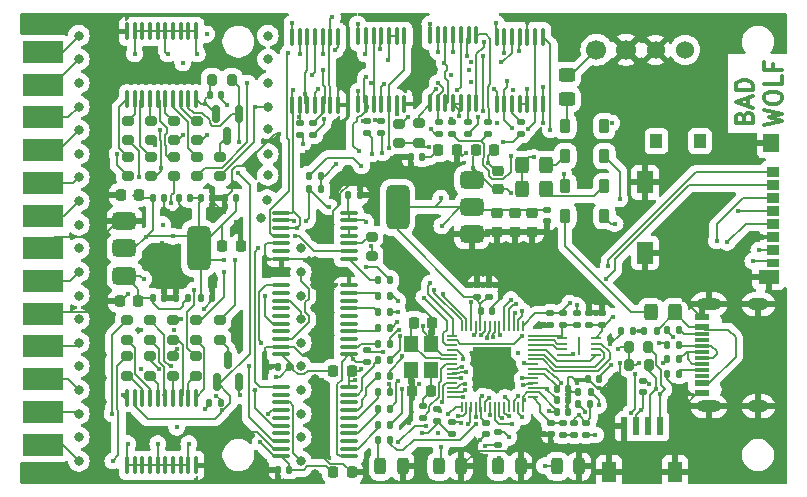
<source format=gbr>
%TF.GenerationSoftware,KiCad,Pcbnew,8.0.2*%
%TF.CreationDate,2024-12-01T19:44:38-06:00*%
%TF.ProjectId,Desktop_50_Pin_TopConn,4465736b-746f-4705-9f35-305f50696e5f,rev?*%
%TF.SameCoordinates,Original*%
%TF.FileFunction,Copper,L1,Top*%
%TF.FilePolarity,Positive*%
%FSLAX46Y46*%
G04 Gerber Fmt 4.6, Leading zero omitted, Abs format (unit mm)*
G04 Created by KiCad (PCBNEW 8.0.2) date 2024-12-01 19:44:38*
%MOMM*%
%LPD*%
G01*
G04 APERTURE LIST*
G04 Aperture macros list*
%AMRoundRect*
0 Rectangle with rounded corners*
0 $1 Rounding radius*
0 $2 $3 $4 $5 $6 $7 $8 $9 X,Y pos of 4 corners*
0 Add a 4 corners polygon primitive as box body*
4,1,4,$2,$3,$4,$5,$6,$7,$8,$9,$2,$3,0*
0 Add four circle primitives for the rounded corners*
1,1,$1+$1,$2,$3*
1,1,$1+$1,$4,$5*
1,1,$1+$1,$6,$7*
1,1,$1+$1,$8,$9*
0 Add four rect primitives between the rounded corners*
20,1,$1+$1,$2,$3,$4,$5,0*
20,1,$1+$1,$4,$5,$6,$7,0*
20,1,$1+$1,$6,$7,$8,$9,0*
20,1,$1+$1,$8,$9,$2,$3,0*%
G04 Aperture macros list end*
%ADD10C,0.300000*%
%TA.AperFunction,NonConductor*%
%ADD11C,0.300000*%
%TD*%
%TA.AperFunction,SMDPad,CuDef*%
%ADD12RoundRect,0.225000X-0.250000X0.225000X-0.250000X-0.225000X0.250000X-0.225000X0.250000X0.225000X0*%
%TD*%
%TA.AperFunction,SMDPad,CuDef*%
%ADD13RoundRect,0.225000X-0.225000X-0.250000X0.225000X-0.250000X0.225000X0.250000X-0.225000X0.250000X0*%
%TD*%
%TA.AperFunction,SMDPad,CuDef*%
%ADD14RoundRect,0.225000X0.225000X0.250000X-0.225000X0.250000X-0.225000X-0.250000X0.225000X-0.250000X0*%
%TD*%
%TA.AperFunction,SMDPad,CuDef*%
%ADD15R,3.480000X1.846667*%
%TD*%
%TA.AperFunction,SMDPad,CuDef*%
%ADD16RoundRect,0.140000X-0.140000X-0.170000X0.140000X-0.170000X0.140000X0.170000X-0.140000X0.170000X0*%
%TD*%
%TA.AperFunction,SMDPad,CuDef*%
%ADD17RoundRect,0.100000X0.100000X-0.637500X0.100000X0.637500X-0.100000X0.637500X-0.100000X-0.637500X0*%
%TD*%
%TA.AperFunction,SMDPad,CuDef*%
%ADD18RoundRect,0.140000X-0.170000X0.140000X-0.170000X-0.140000X0.170000X-0.140000X0.170000X0.140000X0*%
%TD*%
%TA.AperFunction,SMDPad,CuDef*%
%ADD19RoundRect,0.140000X0.140000X0.170000X-0.140000X0.170000X-0.140000X-0.170000X0.140000X-0.170000X0*%
%TD*%
%TA.AperFunction,SMDPad,CuDef*%
%ADD20R,1.100000X0.850000*%
%TD*%
%TA.AperFunction,SMDPad,CuDef*%
%ADD21R,1.100000X0.750000*%
%TD*%
%TA.AperFunction,SMDPad,CuDef*%
%ADD22R,1.000000X1.200000*%
%TD*%
%TA.AperFunction,SMDPad,CuDef*%
%ADD23R,1.350000X1.550000*%
%TD*%
%TA.AperFunction,SMDPad,CuDef*%
%ADD24R,1.350000X1.900000*%
%TD*%
%TA.AperFunction,SMDPad,CuDef*%
%ADD25R,1.800000X1.170000*%
%TD*%
%TA.AperFunction,SMDPad,CuDef*%
%ADD26RoundRect,0.243750X0.243750X0.456250X-0.243750X0.456250X-0.243750X-0.456250X0.243750X-0.456250X0*%
%TD*%
%TA.AperFunction,SMDPad,CuDef*%
%ADD27RoundRect,0.135000X0.135000X0.185000X-0.135000X0.185000X-0.135000X-0.185000X0.135000X-0.185000X0*%
%TD*%
%TA.AperFunction,SMDPad,CuDef*%
%ADD28RoundRect,0.200000X0.200000X0.275000X-0.200000X0.275000X-0.200000X-0.275000X0.200000X-0.275000X0*%
%TD*%
%TA.AperFunction,SMDPad,CuDef*%
%ADD29RoundRect,0.200000X-0.275000X0.200000X-0.275000X-0.200000X0.275000X-0.200000X0.275000X0.200000X0*%
%TD*%
%TA.AperFunction,SMDPad,CuDef*%
%ADD30RoundRect,0.150000X0.150000X-0.587500X0.150000X0.587500X-0.150000X0.587500X-0.150000X-0.587500X0*%
%TD*%
%TA.AperFunction,SMDPad,CuDef*%
%ADD31RoundRect,0.200000X0.275000X-0.200000X0.275000X0.200000X-0.275000X0.200000X-0.275000X-0.200000X0*%
%TD*%
%TA.AperFunction,SMDPad,CuDef*%
%ADD32RoundRect,0.135000X0.185000X-0.135000X0.185000X0.135000X-0.185000X0.135000X-0.185000X-0.135000X0*%
%TD*%
%TA.AperFunction,SMDPad,CuDef*%
%ADD33RoundRect,0.135000X-0.135000X-0.185000X0.135000X-0.185000X0.135000X0.185000X-0.135000X0.185000X0*%
%TD*%
%TA.AperFunction,SMDPad,CuDef*%
%ADD34R,1.240000X0.600000*%
%TD*%
%TA.AperFunction,SMDPad,CuDef*%
%ADD35R,1.240000X0.300000*%
%TD*%
%TA.AperFunction,ComponentPad*%
%ADD36O,2.100000X1.000000*%
%TD*%
%TA.AperFunction,ComponentPad*%
%ADD37O,1.800000X1.000000*%
%TD*%
%TA.AperFunction,SMDPad,CuDef*%
%ADD38RoundRect,0.100000X-0.637500X-0.100000X0.637500X-0.100000X0.637500X0.100000X-0.637500X0.100000X0*%
%TD*%
%TA.AperFunction,SMDPad,CuDef*%
%ADD39RoundRect,0.100000X0.637500X0.100000X-0.637500X0.100000X-0.637500X-0.100000X0.637500X-0.100000X0*%
%TD*%
%TA.AperFunction,SMDPad,CuDef*%
%ADD40RoundRect,0.050000X-0.050000X0.387500X-0.050000X-0.387500X0.050000X-0.387500X0.050000X0.387500X0*%
%TD*%
%TA.AperFunction,SMDPad,CuDef*%
%ADD41RoundRect,0.050000X-0.387500X0.050000X-0.387500X-0.050000X0.387500X-0.050000X0.387500X0.050000X0*%
%TD*%
%TA.AperFunction,HeatsinkPad*%
%ADD42R,3.200000X3.200000*%
%TD*%
%TA.AperFunction,SMDPad,CuDef*%
%ADD43RoundRect,0.100000X-0.100000X0.637500X-0.100000X-0.637500X0.100000X-0.637500X0.100000X0.637500X0*%
%TD*%
%TA.AperFunction,SMDPad,CuDef*%
%ADD44RoundRect,0.135000X-0.185000X0.135000X-0.185000X-0.135000X0.185000X-0.135000X0.185000X0.135000X0*%
%TD*%
%TA.AperFunction,SMDPad,CuDef*%
%ADD45RoundRect,0.250000X-0.325000X-0.450000X0.325000X-0.450000X0.325000X0.450000X-0.325000X0.450000X0*%
%TD*%
%TA.AperFunction,SMDPad,CuDef*%
%ADD46RoundRect,0.150000X-0.150000X0.587500X-0.150000X-0.587500X0.150000X-0.587500X0.150000X0.587500X0*%
%TD*%
%TA.AperFunction,SMDPad,CuDef*%
%ADD47R,0.600000X1.550000*%
%TD*%
%TA.AperFunction,SMDPad,CuDef*%
%ADD48R,1.200000X1.800000*%
%TD*%
%TA.AperFunction,SMDPad,CuDef*%
%ADD49RoundRect,0.225000X0.250000X-0.225000X0.250000X0.225000X-0.250000X0.225000X-0.250000X-0.225000X0*%
%TD*%
%TA.AperFunction,SMDPad,CuDef*%
%ADD50RoundRect,0.225000X0.225000X0.375000X-0.225000X0.375000X-0.225000X-0.375000X0.225000X-0.375000X0*%
%TD*%
%TA.AperFunction,SMDPad,CuDef*%
%ADD51RoundRect,0.140000X0.170000X-0.140000X0.170000X0.140000X-0.170000X0.140000X-0.170000X-0.140000X0*%
%TD*%
%TA.AperFunction,SMDPad,CuDef*%
%ADD52RoundRect,0.375000X-0.625000X-0.375000X0.625000X-0.375000X0.625000X0.375000X-0.625000X0.375000X0*%
%TD*%
%TA.AperFunction,SMDPad,CuDef*%
%ADD53RoundRect,0.500000X-0.500000X-1.400000X0.500000X-1.400000X0.500000X1.400000X-0.500000X1.400000X0*%
%TD*%
%TA.AperFunction,SMDPad,CuDef*%
%ADD54RoundRect,0.062500X-0.387500X-0.062500X0.387500X-0.062500X0.387500X0.062500X-0.387500X0.062500X0*%
%TD*%
%TA.AperFunction,HeatsinkPad*%
%ADD55R,0.200000X1.600000*%
%TD*%
%TA.AperFunction,ComponentPad*%
%ADD56C,1.700000*%
%TD*%
%TA.AperFunction,ComponentPad*%
%ADD57C,1.524000*%
%TD*%
%TA.AperFunction,SMDPad,CuDef*%
%ADD58RoundRect,0.200000X-0.200000X-0.275000X0.200000X-0.275000X0.200000X0.275000X-0.200000X0.275000X0*%
%TD*%
%TA.AperFunction,SMDPad,CuDef*%
%ADD59RoundRect,0.250000X0.325000X0.450000X-0.325000X0.450000X-0.325000X-0.450000X0.325000X-0.450000X0*%
%TD*%
%TA.AperFunction,SMDPad,CuDef*%
%ADD60RoundRect,0.375000X0.625000X0.375000X-0.625000X0.375000X-0.625000X-0.375000X0.625000X-0.375000X0*%
%TD*%
%TA.AperFunction,SMDPad,CuDef*%
%ADD61RoundRect,0.500000X0.500000X1.400000X-0.500000X1.400000X-0.500000X-1.400000X0.500000X-1.400000X0*%
%TD*%
%TA.AperFunction,SMDPad,CuDef*%
%ADD62R,1.200000X1.400000*%
%TD*%
%TA.AperFunction,SMDPad,CuDef*%
%ADD63RoundRect,0.250000X0.450000X-0.325000X0.450000X0.325000X-0.450000X0.325000X-0.450000X-0.325000X0*%
%TD*%
%TA.AperFunction,ViaPad*%
%ADD64C,0.400000*%
%TD*%
%TA.AperFunction,ViaPad*%
%ADD65C,0.800000*%
%TD*%
%TA.AperFunction,Conductor*%
%ADD66C,0.200000*%
%TD*%
G04 APERTURE END LIST*
D10*
D11*
X61318841Y11102865D02*
X61390269Y11317151D01*
X61390269Y11317151D02*
X61461698Y11388580D01*
X61461698Y11388580D02*
X61604555Y11460008D01*
X61604555Y11460008D02*
X61818841Y11460008D01*
X61818841Y11460008D02*
X61961698Y11388580D01*
X61961698Y11388580D02*
X62033127Y11317151D01*
X62033127Y11317151D02*
X62104555Y11174294D01*
X62104555Y11174294D02*
X62104555Y10602865D01*
X62104555Y10602865D02*
X60604555Y10602865D01*
X60604555Y10602865D02*
X60604555Y11102865D01*
X60604555Y11102865D02*
X60675984Y11245722D01*
X60675984Y11245722D02*
X60747412Y11317151D01*
X60747412Y11317151D02*
X60890269Y11388580D01*
X60890269Y11388580D02*
X61033127Y11388580D01*
X61033127Y11388580D02*
X61175984Y11317151D01*
X61175984Y11317151D02*
X61247412Y11245722D01*
X61247412Y11245722D02*
X61318841Y11102865D01*
X61318841Y11102865D02*
X61318841Y10602865D01*
X61675984Y12031437D02*
X61675984Y12745722D01*
X62104555Y11888580D02*
X60604555Y12388580D01*
X60604555Y12388580D02*
X62104555Y12888580D01*
X62104555Y13388579D02*
X60604555Y13388579D01*
X60604555Y13388579D02*
X60604555Y13745722D01*
X60604555Y13745722D02*
X60675984Y13960008D01*
X60675984Y13960008D02*
X60818841Y14102865D01*
X60818841Y14102865D02*
X60961698Y14174294D01*
X60961698Y14174294D02*
X61247412Y14245722D01*
X61247412Y14245722D02*
X61461698Y14245722D01*
X61461698Y14245722D02*
X61747412Y14174294D01*
X61747412Y14174294D02*
X61890269Y14102865D01*
X61890269Y14102865D02*
X62033127Y13960008D01*
X62033127Y13960008D02*
X62104555Y13745722D01*
X62104555Y13745722D02*
X62104555Y13388579D01*
X63019471Y10460008D02*
X64519471Y10817151D01*
X64519471Y10817151D02*
X63448043Y11102865D01*
X63448043Y11102865D02*
X64519471Y11388580D01*
X64519471Y11388580D02*
X63019471Y11745722D01*
X63019471Y12602866D02*
X63019471Y12888580D01*
X63019471Y12888580D02*
X63090900Y13031437D01*
X63090900Y13031437D02*
X63233757Y13174294D01*
X63233757Y13174294D02*
X63519471Y13245723D01*
X63519471Y13245723D02*
X64019471Y13245723D01*
X64019471Y13245723D02*
X64305185Y13174294D01*
X64305185Y13174294D02*
X64448043Y13031437D01*
X64448043Y13031437D02*
X64519471Y12888580D01*
X64519471Y12888580D02*
X64519471Y12602866D01*
X64519471Y12602866D02*
X64448043Y12460008D01*
X64448043Y12460008D02*
X64305185Y12317151D01*
X64305185Y12317151D02*
X64019471Y12245723D01*
X64019471Y12245723D02*
X63519471Y12245723D01*
X63519471Y12245723D02*
X63233757Y12317151D01*
X63233757Y12317151D02*
X63090900Y12460008D01*
X63090900Y12460008D02*
X63019471Y12602866D01*
X64519471Y14602866D02*
X64519471Y13888580D01*
X64519471Y13888580D02*
X63019471Y13888580D01*
X63733757Y15602866D02*
X63733757Y15102866D01*
X64519471Y15102866D02*
X63019471Y15102866D01*
X63019471Y15102866D02*
X63019471Y15817152D01*
D12*
%TO.P,C26,1*%
%TO.N,+3V3*%
X41900000Y2975000D03*
%TO.P,C26,2*%
%TO.N,GND*%
X41900000Y1425000D03*
%TD*%
%TO.P,C25,1*%
%TO.N,+3V3*%
X40400000Y2975000D03*
%TO.P,C25,2*%
%TO.N,GND*%
X40400000Y1425000D03*
%TD*%
D13*
%TO.P,C24,1*%
%TO.N,+2V8*%
X17150000Y200000D03*
%TO.P,C24,2*%
%TO.N,GND*%
X18700000Y200000D03*
%TD*%
%TO.P,C20,1*%
%TO.N,+5V*%
X35425000Y8300000D03*
%TO.P,C20,2*%
%TO.N,GND*%
X36975000Y8300000D03*
%TD*%
%TO.P,C19,1*%
%TO.N,+5V*%
X38600000Y8300000D03*
%TO.P,C19,2*%
%TO.N,GND*%
X40150000Y8300000D03*
%TD*%
D14*
%TO.P,C9,1*%
%TO.N,+2V8*%
X10075000Y4520000D03*
%TO.P,C9,2*%
%TO.N,GND*%
X8525000Y4520000D03*
%TD*%
D15*
%TO.P,J3,1,1*%
%TO.N,REQ*%
X2000000Y16620000D03*
%TO.P,J3,2,2*%
%TO.N,MSG*%
X2000000Y13850000D03*
%TO.P,J3,3,3*%
%TO.N,IO*%
X2000000Y11080000D03*
%TO.P,J3,4,4*%
%TO.N,RST*%
X2000000Y8310000D03*
%TO.P,J3,5,5*%
%TO.N,ACK*%
X2000000Y5540000D03*
%TO.P,J3,6,6*%
%TO.N,BSY*%
X2000000Y2770000D03*
%TO.P,J3,7,7*%
%TO.N,GND*%
X2000000Y0D03*
%TO.P,J3,8,8*%
%TO.N,DB0*%
X2000000Y-2770000D03*
%TO.P,J3,9,9*%
%TO.N,GND*%
X2000000Y-5540000D03*
%TO.P,J3,10,10*%
%TO.N,DB3*%
X2000000Y-8310000D03*
%TO.P,J3,11,11*%
%TO.N,DB5*%
X2000000Y-11080000D03*
%TO.P,J3,12,12*%
%TO.N,DB6*%
X2000000Y-13850000D03*
%TO.P,J3,13,13*%
%TO.N,DB7*%
X2000000Y-16620000D03*
%TD*%
D13*
%TO.P,C3,1*%
%TO.N,+2V8*%
X26550000Y-10350000D03*
%TO.P,C3,2*%
%TO.N,GND*%
X28100000Y-10350000D03*
%TD*%
D16*
%TO.P,C4,1*%
%TO.N,+2V8*%
X16060000Y-13060000D03*
%TO.P,C4,2*%
%TO.N,GND*%
X17020000Y-13060000D03*
%TD*%
D17*
%TO.P,U3,1,1/OE*%
%TO.N,oBSY*%
X34740000Y12300000D03*
%TO.P,U3,2,1A*%
%TO.N,oMSG_iBSY*%
X35390000Y12300000D03*
%TO.P,U3,3,1Y*%
%TO.N,MSG*%
X36040000Y12300000D03*
%TO.P,U3,4,2/OE*%
%TO.N,RST*%
X36690000Y12300000D03*
%TO.P,U3,5,2A*%
X37340000Y12300000D03*
%TO.P,U3,6,2Y*%
%TO.N,iRST*%
X37990000Y12300000D03*
%TO.P,U3,7,GND*%
%TO.N,GND*%
X38640000Y12300000D03*
%TO.P,U3,8,3Y*%
%TO.N,iATN*%
X38640000Y18025000D03*
%TO.P,U3,9,3A*%
%TO.N,ATN*%
X37990000Y18025000D03*
%TO.P,U3,10,3/OE*%
%TO.N,oBSY*%
X37340000Y18025000D03*
%TO.P,U3,11,4Y*%
%TO.N,iMSG*%
X36690000Y18025000D03*
%TO.P,U3,12,4A*%
%TO.N,MSG*%
X36040000Y18025000D03*
%TO.P,U3,13,4/OE*%
%TO.N,!oBSY*%
X35390000Y18025000D03*
%TO.P,U3,14,Vcc*%
%TO.N,+2V8*%
X34740000Y18025000D03*
%TD*%
D13*
%TO.P,C7,1*%
%TO.N,+2V8*%
X26550000Y-18975000D03*
%TO.P,C7,2*%
%TO.N,GND*%
X28100000Y-18975000D03*
%TD*%
D18*
%TO.P,C1,1*%
%TO.N,GND*%
X52780000Y-11200000D03*
%TO.P,C1,2*%
%TO.N,+3V3*%
X52780000Y-12160000D03*
%TD*%
D19*
%TO.P,C2,1*%
%TO.N,+2V8*%
X22815000Y-10080000D03*
%TO.P,C2,2*%
%TO.N,GND*%
X21855000Y-10080000D03*
%TD*%
D16*
%TO.P,C5,1*%
%TO.N,+2V8*%
X16070000Y13010000D03*
%TO.P,C5,2*%
%TO.N,GND*%
X17030000Y13010000D03*
%TD*%
D19*
%TO.P,C6,1*%
%TO.N,+2V8*%
X22815000Y-18725000D03*
%TO.P,C6,2*%
%TO.N,GND*%
X21855000Y-18725000D03*
%TD*%
%TO.P,C12,1*%
%TO.N,+5V*%
X14210000Y-4180000D03*
%TO.P,C12,2*%
%TO.N,GND*%
X13250000Y-4180000D03*
%TD*%
D20*
%TO.P,SD1,1,DAT2*%
%TO.N,SD_D2*%
X63750000Y6445000D03*
%TO.P,SD1,2,DAT3/CD*%
%TO.N,SD_D3_CS*%
X63750000Y5345000D03*
%TO.P,SD1,3,CMD*%
%TO.N,SD_CMD_MOSI*%
X63750000Y4245000D03*
%TO.P,SD1,4,VDD*%
%TO.N,+3V3*%
X63750000Y3145000D03*
%TO.P,SD1,5,CLK*%
%TO.N,SD_CLK*%
X63750000Y2045000D03*
%TO.P,SD1,6,VSS*%
%TO.N,GND*%
X63750000Y945000D03*
%TO.P,SD1,7,DAT0*%
%TO.N,SD_D0_MISO*%
X63750000Y-155000D03*
D21*
%TO.P,SD1,8,DAT1*%
%TO.N,SD_D1*%
X63750000Y-1205000D03*
D22*
%TO.P,SD1,9,DET_B*%
%TO.N,unconnected-(SD1-DET_B-Pad9)*%
X57600000Y9080000D03*
%TO.P,SD1,10,DET_A*%
%TO.N,unconnected-(SD1-DET_A-Pad10)*%
X53900000Y9080000D03*
D23*
%TO.P,SD1,11,SHIELD*%
%TO.N,GND*%
X63625000Y8905000D03*
D24*
X52925000Y5580000D03*
X52925000Y-390000D03*
D25*
X63400000Y-2415000D03*
%TD*%
D26*
%TO.P,D1,1,K*%
%TO.N,GND*%
X47367500Y-18450000D03*
%TO.P,D1,2,A*%
%TO.N,Net-(D1-A)*%
X45492500Y-18450000D03*
%TD*%
%TO.P,D2,1,K*%
%TO.N,GND*%
X42395832Y-18450000D03*
%TO.P,D2,2,A*%
%TO.N,Net-(D2-A)*%
X40520832Y-18450000D03*
%TD*%
D27*
%TO.P,R54,1*%
%TO.N,/Pico/GPIO23*%
X31325000Y-16220000D03*
%TO.P,R54,2*%
%TO.N,Net-(D7-A)*%
X30305000Y-16220000D03*
%TD*%
D28*
%TO.P,R46,1*%
%TO.N,TRM_ON_J*%
X17925000Y14280000D03*
%TO.P,R46,2*%
%TO.N,+2V8*%
X16275000Y14280000D03*
%TD*%
D29*
%TO.P,R42,1*%
%TO.N,Net-(U7-B8)*%
X9125000Y7775000D03*
%TO.P,R42,2*%
%TO.N,ATN*%
X9125000Y6125000D03*
%TD*%
D27*
%TO.P,R56,1*%
%TO.N,/Pico/USB_D+*%
X55850000Y-8175000D03*
%TO.P,R56,2*%
%TO.N,Net-(U13-USB_DP)*%
X54830000Y-8175000D03*
%TD*%
D29*
%TO.P,R30,1*%
%TO.N,Net-(U7-B2)*%
X14975000Y7775000D03*
%TO.P,R30,2*%
%TO.N,CD*%
X14975000Y6125000D03*
%TD*%
D27*
%TO.P,R4,1*%
%TO.N,Net-(JP7-A)*%
X48320000Y-12200000D03*
%TO.P,R4,2*%
%TO.N,GND*%
X47300000Y-12200000D03*
%TD*%
D30*
%TO.P,Q1,1,G*%
%TO.N,TRM_ON_J*%
X16675000Y-11350000D03*
%TO.P,Q1,2,S*%
%TO.N,+2V8*%
X18575000Y-11350000D03*
%TO.P,Q1,3,D*%
%TO.N,Net-(Q1-D)*%
X17625000Y-9475000D03*
%TD*%
D31*
%TO.P,R39,1*%
%TO.N,Net-(U8-B6)*%
X12950000Y-7750000D03*
%TO.P,R39,2*%
%TO.N,DB2*%
X12950000Y-6100000D03*
%TD*%
%TO.P,R31,1*%
%TO.N,Net-(U8-B2)*%
X9050000Y-7750000D03*
%TO.P,R31,2*%
%TO.N,DB6*%
X9050000Y-6100000D03*
%TD*%
D17*
%TO.P,U2,1,1/OE*%
%TO.N,oBSY*%
X28650000Y12227500D03*
%TO.P,U2,2,1A*%
%TO.N,oCD_iSEL*%
X29300000Y12227500D03*
%TO.P,U2,3,1Y*%
%TO.N,CD*%
X29950000Y12227500D03*
%TO.P,U2,4,2/OE*%
%TO.N,GND*%
X30600000Y12227500D03*
%TO.P,U2,5,2A*%
%TO.N,SEL*%
X31250000Y12227500D03*
%TO.P,U2,6,2Y*%
%TO.N,iSEL*%
X31900000Y12227500D03*
%TO.P,U2,7,GND*%
%TO.N,GND*%
X32550000Y12227500D03*
%TO.P,U2,8,3Y*%
%TO.N,SEL*%
X32550000Y17952500D03*
%TO.P,U2,9,3A*%
%TO.N,oSEL*%
X31900000Y17952500D03*
%TO.P,U2,10,3/OE*%
X31250000Y17952500D03*
%TO.P,U2,11,4Y*%
%TO.N,iCD*%
X30600000Y17952500D03*
%TO.P,U2,12,4A*%
%TO.N,CD*%
X29950000Y17952500D03*
%TO.P,U2,13,4/OE*%
%TO.N,!oBSY*%
X29300000Y17952500D03*
%TO.P,U2,14,Vcc*%
%TO.N,+2V8*%
X28650000Y17952500D03*
%TD*%
D12*
%TO.P,C17,1*%
%TO.N,+3V3*%
X43400000Y2975000D03*
%TO.P,C17,2*%
%TO.N,GND*%
X43400000Y1425000D03*
%TD*%
D32*
%TO.P,R84,1*%
%TO.N,iIO*%
X23710000Y9620000D03*
%TO.P,R84,2*%
%TO.N,oIO*%
X23710000Y10640000D03*
%TD*%
D33*
%TO.P,R24,1*%
%TO.N,Net-(R24-Pad1)*%
X30305000Y-2690000D03*
%TO.P,R24,2*%
%TO.N,Net-(D1-A)*%
X31325000Y-2690000D03*
%TD*%
D16*
%TO.P,C16,1*%
%TO.N,GND*%
X17350000Y4240000D03*
%TO.P,C16,2*%
%TO.N,+2V8*%
X18310000Y4240000D03*
%TD*%
D31*
%TO.P,R33,1*%
%TO.N,Net-(U8-B3)*%
X11000000Y-10775000D03*
%TO.P,R33,2*%
%TO.N,DB5*%
X11000000Y-9125000D03*
%TD*%
D32*
%TO.P,R2,1*%
%TO.N,/Pico/XOUT*%
X34110000Y-14370000D03*
%TO.P,R2,2*%
%TO.N,Net-(C40-Pad1)*%
X34110000Y-13350000D03*
%TD*%
D16*
%TO.P,C29,1*%
%TO.N,+3V3*%
X45450000Y-11893333D03*
%TO.P,C29,2*%
%TO.N,GND*%
X46410000Y-11893333D03*
%TD*%
D18*
%TO.P,C30,1*%
%TO.N,+3V3*%
X39450000Y-14800000D03*
%TO.P,C30,2*%
%TO.N,GND*%
X39450000Y-15760000D03*
%TD*%
D27*
%TO.P,R48,1*%
%TO.N,Net-(J12-CC1)*%
X55850000Y-10635000D03*
%TO.P,R48,2*%
%TO.N,GND*%
X54830000Y-10635000D03*
%TD*%
D34*
%TO.P,J12,A1,GND*%
%TO.N,GND*%
X57735000Y-12240000D03*
%TO.P,J12,A4,VBUS*%
%TO.N,VBUS*%
X57735000Y-11440000D03*
D35*
%TO.P,J12,A5,CC1*%
%TO.N,Net-(J12-CC1)*%
X57735000Y-10290000D03*
%TO.P,J12,A6,D+*%
%TO.N,/Pico/USB_D+*%
X57735000Y-9290000D03*
%TO.P,J12,A7,D-*%
%TO.N,/Pico/USB_D-*%
X57735000Y-8790000D03*
%TO.P,J12,A8,SBU1*%
%TO.N,unconnected-(J12-SBU1-PadA8)*%
X57735000Y-7790000D03*
D34*
%TO.P,J12,A9,VBUS*%
%TO.N,VBUS*%
X57735000Y-6640000D03*
%TO.P,J12,A12,GND*%
%TO.N,GND*%
X57735000Y-5840000D03*
%TO.P,J12,B1,GND*%
X57735000Y-5840000D03*
%TO.P,J12,B4,VBUS*%
%TO.N,VBUS*%
X57735000Y-6640000D03*
D35*
%TO.P,J12,B5,CC2*%
%TO.N,Net-(J12-CC2)*%
X57735000Y-7290000D03*
%TO.P,J12,B6,D+*%
%TO.N,/Pico/USB_D+*%
X57735000Y-8290000D03*
%TO.P,J12,B7,D-*%
%TO.N,/Pico/USB_D-*%
X57735000Y-9790000D03*
%TO.P,J12,B8,SBU2*%
%TO.N,unconnected-(J12-SBU2-PadB8)*%
X57735000Y-10790000D03*
D34*
%TO.P,J12,B9,VBUS*%
%TO.N,VBUS*%
X57735000Y-11440000D03*
%TO.P,J12,B12,GND*%
%TO.N,GND*%
X57735000Y-12240000D03*
D36*
%TO.P,J12,S1,SHIELD*%
X58335000Y-13360000D03*
D37*
X62535000Y-13360000D03*
D36*
X58335000Y-4720000D03*
D37*
X62535000Y-4720000D03*
%TD*%
D38*
%TO.P,U5,1*%
%TO.N,oBSY*%
X22137500Y3025000D03*
%TO.P,U5,2*%
%TO.N,Net-(JP2-A)*%
X22137500Y2375000D03*
%TO.P,U5,3*%
%TO.N,oBSY*%
X22137500Y1725000D03*
%TO.P,U5,4*%
%TO.N,!oBSY*%
X22137500Y1075000D03*
%TO.P,U5,5*%
%TO.N,GND*%
X22137500Y425000D03*
%TO.P,U5,6*%
%TO.N,unconnected-(U5-Pad6)*%
X22137500Y-225000D03*
%TO.P,U5,7,GND*%
%TO.N,GND*%
X22137500Y-875000D03*
%TO.P,U5,8*%
%TO.N,Net-(R24-Pad1)*%
X27862500Y-875000D03*
%TO.P,U5,9*%
%TO.N,oBSY*%
X27862500Y-225000D03*
%TO.P,U5,10*%
%TO.N,Net-(R25-Pad1)*%
X27862500Y425000D03*
%TO.P,U5,11*%
%TO.N,Net-(U5-Pad11)*%
X27862500Y1075000D03*
%TO.P,U5,12*%
X27862500Y1725000D03*
%TO.P,U5,13*%
%TO.N,+5V*%
X27862500Y2375000D03*
%TO.P,U5,14,VCC*%
X27862500Y3025000D03*
%TD*%
D29*
%TO.P,R36,1*%
%TO.N,Net-(U7-B5)*%
X11075000Y10800000D03*
%TO.P,R36,2*%
%TO.N,SEL*%
X11075000Y9150000D03*
%TD*%
D27*
%TO.P,R3,1*%
%TO.N,+3V3*%
X48310000Y-13200000D03*
%TO.P,R3,2*%
%TO.N,Net-(JP7-B)*%
X47290000Y-13200000D03*
%TD*%
D29*
%TO.P,R5,1*%
%TO.N,oSEL*%
X32140000Y10555000D03*
%TO.P,R5,2*%
%TO.N,+2V8*%
X32140000Y8905000D03*
%TD*%
D31*
%TO.P,R35,1*%
%TO.N,Net-(U8-B4)*%
X11000000Y-7750000D03*
%TO.P,R35,2*%
%TO.N,DB4*%
X11000000Y-6100000D03*
%TD*%
D18*
%TO.P,C33,1*%
%TO.N,+3V3*%
X44930000Y-5510000D03*
%TO.P,C33,2*%
%TO.N,GND*%
X44930000Y-6470000D03*
%TD*%
D14*
%TO.P,C8,1*%
%TO.N,+5V*%
X10000000Y-4450000D03*
%TO.P,C8,2*%
%TO.N,GND*%
X8450000Y-4450000D03*
%TD*%
D29*
%TO.P,R38,1*%
%TO.N,Net-(U7-B6)*%
X11075000Y7775000D03*
%TO.P,R38,2*%
%TO.N,RST*%
X11075000Y6125000D03*
%TD*%
D32*
%TO.P,R9,1*%
%TO.N,DBPTr*%
X29380000Y-9630000D03*
%TO.P,R9,2*%
%TO.N,GND*%
X29380000Y-8610000D03*
%TD*%
D17*
%TO.P,U1,1,1/OE*%
%TO.N,oBSY*%
X23050000Y12137500D03*
%TO.P,U1,2,1A*%
%TO.N,oIO*%
X23700000Y12137500D03*
%TO.P,U1,3,1Y*%
%TO.N,IO*%
X24350000Y12137500D03*
%TO.P,U1,4,2/OE*%
%TO.N,oBSY*%
X25000000Y12137500D03*
%TO.P,U1,5,2A*%
%TO.N,oREQ*%
X25650000Y12137500D03*
%TO.P,U1,6,2Y*%
%TO.N,REQ*%
X26300000Y12137500D03*
%TO.P,U1,7,GND*%
%TO.N,GND*%
X26950000Y12137500D03*
%TO.P,U1,8,3Y*%
%TO.N,iREQ*%
X26950000Y17862500D03*
%TO.P,U1,9,3A*%
%TO.N,REQ*%
X26300000Y17862500D03*
%TO.P,U1,10,3/OE*%
%TO.N,!oBSY*%
X25650000Y17862500D03*
%TO.P,U1,11,4Y*%
%TO.N,iIO*%
X25000000Y17862500D03*
%TO.P,U1,12,4A*%
%TO.N,IO*%
X24350000Y17862500D03*
%TO.P,U1,13,4/OE*%
%TO.N,!oBSY*%
X23700000Y17862500D03*
%TO.P,U1,14,Vcc*%
%TO.N,+2V8*%
X23050000Y17862500D03*
%TD*%
D29*
%TO.P,R40,1*%
%TO.N,Net-(U7-B7)*%
X9125000Y10800000D03*
%TO.P,R40,2*%
%TO.N,ACK*%
X9125000Y9150000D03*
%TD*%
D27*
%TO.P,R85,1*%
%TO.N,/Pico/GPIO08*%
X31325000Y-9476734D03*
%TO.P,R85,2*%
%TO.N,DBPT*%
X30305000Y-9476734D03*
%TD*%
D17*
%TO.P,U4,1,1/OE*%
%TO.N,oBSY*%
X40370000Y12200000D03*
%TO.P,U4,2,1A*%
%TO.N,ACK*%
X41020000Y12200000D03*
%TO.P,U4,3,1Y*%
%TO.N,iACK*%
X41670000Y12200000D03*
%TO.P,U4,4,2/OE*%
%TO.N,oBSY*%
X42320000Y12200000D03*
%TO.P,U4,5,2A*%
X42970000Y12200000D03*
%TO.P,U4,6,2Y*%
%TO.N,BSY*%
X43620000Y12200000D03*
%TO.P,U4,7,GND*%
%TO.N,GND*%
X44270000Y12200000D03*
%TO.P,U4,8,3Y*%
%TO.N,iBSY*%
X44270000Y17925000D03*
%TO.P,U4,9,3A*%
%TO.N,BSY*%
X43620000Y17925000D03*
%TO.P,U4,10,3/OE*%
%TO.N,GND*%
X42970000Y17925000D03*
%TO.P,U4,11,4Y*%
%TO.N,ACKDr*%
X42320000Y17925000D03*
%TO.P,U4,12,4A*%
%TO.N,oACK*%
X41670000Y17925000D03*
%TO.P,U4,13,4/OE*%
%TO.N,!oBSY*%
X41020000Y17925000D03*
%TO.P,U4,14,Vcc*%
%TO.N,+2V8*%
X40370000Y17925000D03*
%TD*%
D18*
%TO.P,C27,1*%
%TO.N,/Pico/ADC_AVDD*%
X44980000Y-14780000D03*
%TO.P,C27,2*%
%TO.N,GND*%
X44980000Y-15740000D03*
%TD*%
D39*
%TO.P,U6,1,DIR*%
%TO.N,DBPTr*%
X27862500Y-8975000D03*
%TO.P,U6,2,A1*%
%TO.N,DB0T*%
X27862500Y-8325000D03*
%TO.P,U6,3,A2*%
%TO.N,unconnected-(U6-A2-Pad3)*%
X27862500Y-7675000D03*
%TO.P,U6,4,A3*%
%TO.N,DB1T*%
X27862500Y-7025000D03*
%TO.P,U6,5,A4*%
%TO.N,unconnected-(U6-A4-Pad5)*%
X27862500Y-6375000D03*
%TO.P,U6,6,A5*%
%TO.N,unconnected-(U6-A5-Pad6)*%
X27862500Y-5725000D03*
%TO.P,U6,7,A6*%
%TO.N,DB2T*%
X27862500Y-5075000D03*
%TO.P,U6,8,A7*%
%TO.N,unconnected-(U6-A7-Pad8)*%
X27862500Y-4425000D03*
%TO.P,U6,9,A8*%
%TO.N,DB3T*%
X27862500Y-3775000D03*
%TO.P,U6,10,GND*%
%TO.N,GND*%
X27862500Y-3125000D03*
%TO.P,U6,11,B8*%
%TO.N,DB3*%
X22137500Y-3125000D03*
%TO.P,U6,12,B7*%
%TO.N,unconnected-(U6-B7-Pad12)*%
X22137500Y-3775000D03*
%TO.P,U6,13,B6*%
%TO.N,DB2*%
X22137500Y-4425000D03*
%TO.P,U6,14,B5*%
%TO.N,unconnected-(U6-B5-Pad14)*%
X22137500Y-5075000D03*
%TO.P,U6,15,B4*%
%TO.N,unconnected-(U6-B4-Pad15)*%
X22137500Y-5725000D03*
%TO.P,U6,16,B3*%
%TO.N,DB1*%
X22137500Y-6375000D03*
%TO.P,U6,17,B2*%
%TO.N,unconnected-(U6-B2-Pad17)*%
X22137500Y-7025000D03*
%TO.P,U6,18,B1*%
%TO.N,DB0*%
X22137500Y-7675000D03*
%TO.P,U6,19,/OE*%
%TO.N,GND*%
X22137500Y-8325000D03*
%TO.P,U6,20,Vcc*%
%TO.N,+2V8*%
X22137500Y-8975000D03*
%TD*%
D33*
%TO.P,R47,1*%
%TO.N,GND*%
X54830000Y-6945000D03*
%TO.P,R47,2*%
%TO.N,Net-(J12-CC2)*%
X55850000Y-6945000D03*
%TD*%
D40*
%TO.P,U13,1,IOVDD*%
%TO.N,+3V3*%
X42600000Y-6562500D03*
%TO.P,U13,2,GPIO0*%
%TO.N,/Pico/GPIO00*%
X42200000Y-6562500D03*
%TO.P,U13,3,GPIO1*%
%TO.N,/Pico/GPIO01*%
X41800000Y-6562500D03*
%TO.P,U13,4,GPIO2*%
%TO.N,/Pico/GPIO02*%
X41400000Y-6562500D03*
%TO.P,U13,5,GPIO3*%
%TO.N,/Pico/GPIO03*%
X41000000Y-6562500D03*
%TO.P,U13,6,GPIO4*%
%TO.N,/Pico/GPIO04*%
X40600000Y-6562500D03*
%TO.P,U13,7,GPIO5*%
%TO.N,/Pico/GPIO05*%
X40200000Y-6562500D03*
%TO.P,U13,8,GPIO6*%
%TO.N,/Pico/GPIO06*%
X39800000Y-6562500D03*
%TO.P,U13,9,GPIO7*%
%TO.N,/Pico/GPIO07*%
X39400000Y-6562500D03*
%TO.P,U13,10,IOVDD*%
%TO.N,+3V3*%
X39000000Y-6562500D03*
%TO.P,U13,11,GPIO8*%
%TO.N,/Pico/GPIO08*%
X38600000Y-6562500D03*
%TO.P,U13,12,GPIO9*%
%TO.N,DBPTr*%
X38200000Y-6562500D03*
%TO.P,U13,13,GPIO10*%
%TO.N,SD_CLK*%
X37800000Y-6562500D03*
%TO.P,U13,14,GPIO11*%
%TO.N,SD_CMD_MOSI*%
X37400000Y-6562500D03*
D41*
%TO.P,U13,15,GPIO12*%
%TO.N,SD_D0_MISO*%
X36562500Y-7400000D03*
%TO.P,U13,16,GPIO13*%
%TO.N,SD_D1*%
X36562500Y-7800000D03*
%TO.P,U13,17,GPIO14*%
%TO.N,SD_D2*%
X36562500Y-8200000D03*
%TO.P,U13,18,GPIO15*%
%TO.N,SD_D3_CS*%
X36562500Y-8600000D03*
%TO.P,U13,19,TESTEN*%
%TO.N,GND*%
X36562500Y-9000000D03*
%TO.P,U13,20,XIN*%
%TO.N,/Pico/XIN*%
X36562500Y-9400000D03*
%TO.P,U13,21,XOUT*%
%TO.N,/Pico/XOUT*%
X36562500Y-9800000D03*
%TO.P,U13,22,IOVDD*%
%TO.N,+3V3*%
X36562500Y-10200000D03*
%TO.P,U13,23,DVDD*%
%TO.N,+1V1*%
X36562500Y-10600000D03*
%TO.P,U13,24,SWCLK*%
%TO.N,/Pico/SWCLK*%
X36562500Y-11000000D03*
%TO.P,U13,25,SWDIO*%
%TO.N,/Pico/SWDIO*%
X36562500Y-11400000D03*
%TO.P,U13,26,RUN*%
%TO.N,/Pico/RUN*%
X36562500Y-11800000D03*
%TO.P,U13,27,GPIO16*%
%TO.N,SDA*%
X36562500Y-12200000D03*
%TO.P,U13,28,GPIO17*%
%TO.N,SCL*%
X36562500Y-12600000D03*
D40*
%TO.P,U13,29,GPIO18*%
%TO.N,oCD_iSEL*%
X37400000Y-13437500D03*
%TO.P,U13,30,GPIO19*%
%TO.N,oREQ*%
X37800000Y-13437500D03*
%TO.P,U13,31,GPIO20*%
%TO.N,oMSG_iBSY*%
X38200000Y-13437500D03*
%TO.P,U13,32,GPIO21*%
%TO.N,oSEL*%
X38600000Y-13437500D03*
%TO.P,U13,33,IOVDD*%
%TO.N,+3V3*%
X39000000Y-13437500D03*
%TO.P,U13,34,GPIO22*%
%TO.N,oIO*%
X39400000Y-13437500D03*
%TO.P,U13,35,GPIO23*%
%TO.N,/Pico/GPIO23*%
X39800000Y-13437500D03*
%TO.P,U13,36,GPIO24*%
%TO.N,/Pico/GPIO24*%
X40200000Y-13437500D03*
%TO.P,U13,37,GPIO25*%
%TO.N,/Pico/GPIO25*%
X40600000Y-13437500D03*
%TO.P,U13,38,GPIO26/ADC0*%
%TO.N,oACK*%
X41000000Y-13437500D03*
%TO.P,U13,39,GPIO27/ADC1*%
%TO.N,oBSY*%
X41400000Y-13437500D03*
%TO.P,U13,40,GPIO28/ADC2*%
%TO.N,/Pico/GPIO28*%
X41800000Y-13437500D03*
%TO.P,U13,41,GPIO29/ADC3*%
%TO.N,/Pico/GPIO29_ADC3*%
X42200000Y-13437500D03*
%TO.P,U13,42,IOVDD*%
%TO.N,+3V3*%
X42600000Y-13437500D03*
D41*
%TO.P,U13,43,ADC_AVDD*%
%TO.N,/Pico/ADC_AVDD*%
X43437500Y-12600000D03*
%TO.P,U13,44,VREG_VIN*%
%TO.N,+3V3*%
X43437500Y-12200000D03*
%TO.P,U13,45,VREG_VOUT*%
%TO.N,+1V1*%
X43437500Y-11800000D03*
%TO.P,U13,46,USB_DM*%
%TO.N,Net-(U13-USB_DM)*%
X43437500Y-11400000D03*
%TO.P,U13,47,USB_DP*%
%TO.N,Net-(U13-USB_DP)*%
X43437500Y-11000000D03*
%TO.P,U13,48,USB_VDD*%
%TO.N,+3V3*%
X43437500Y-10600000D03*
%TO.P,U13,49,IOVDD*%
X43437500Y-10200000D03*
%TO.P,U13,50,DVDD*%
%TO.N,+1V1*%
X43437500Y-9800000D03*
%TO.P,U13,51,QSPI_SD3*%
%TO.N,/Pico/QSPI_SD3*%
X43437500Y-9400000D03*
%TO.P,U13,52,QSPI_SCLK*%
%TO.N,/Pico/QSPI_SCLK*%
X43437500Y-9000000D03*
%TO.P,U13,53,QSPI_SD0*%
%TO.N,/Pico/QSPI_SD0*%
X43437500Y-8600000D03*
%TO.P,U13,54,QSPI_SD2*%
%TO.N,/Pico/QSPI_SD2*%
X43437500Y-8200000D03*
%TO.P,U13,55,QSPI_SD1*%
%TO.N,/Pico/QSPI_SD1*%
X43437500Y-7800000D03*
%TO.P,U13,56,QSPI_SS_N*%
%TO.N,/Pico/QSPI_SS*%
X43437500Y-7400000D03*
D42*
%TO.P,U13,57,GND*%
%TO.N,GND*%
X40000000Y-10000000D03*
%TD*%
D26*
%TO.P,D6,1,K*%
%TO.N,GND*%
X37384166Y-18450000D03*
%TO.P,D6,2,A*%
%TO.N,Net-(D6-A)*%
X35509166Y-18450000D03*
%TD*%
D43*
%TO.P,U7,1,DIR*%
%TO.N,+2V8*%
X14925000Y18362500D03*
%TO.P,U7,2,A1*%
X14275000Y18362500D03*
%TO.P,U7,3,A2*%
X13625000Y18362500D03*
%TO.P,U7,4,A3*%
X12975000Y18362500D03*
%TO.P,U7,5,A4*%
X12325000Y18362500D03*
%TO.P,U7,6,A5*%
X11675000Y18362500D03*
%TO.P,U7,7,A6*%
X11025000Y18362500D03*
%TO.P,U7,8,A7*%
X10375000Y18362500D03*
%TO.P,U7,9,A8*%
X9725000Y18362500D03*
%TO.P,U7,10,GND*%
%TO.N,GND*%
X9075000Y18362500D03*
%TO.P,U7,11,B8*%
%TO.N,Net-(U7-B8)*%
X9075000Y12637500D03*
%TO.P,U7,12,B7*%
%TO.N,Net-(U7-B7)*%
X9725000Y12637500D03*
%TO.P,U7,13,B6*%
%TO.N,Net-(U7-B6)*%
X10375000Y12637500D03*
%TO.P,U7,14,B5*%
%TO.N,Net-(U7-B5)*%
X11025000Y12637500D03*
%TO.P,U7,15,B4*%
%TO.N,Net-(U7-B4)*%
X11675000Y12637500D03*
%TO.P,U7,16,B3*%
%TO.N,Net-(U7-B3)*%
X12325000Y12637500D03*
%TO.P,U7,17,B2*%
%TO.N,Net-(U7-B2)*%
X12975000Y12637500D03*
%TO.P,U7,18,B1*%
%TO.N,Net-(U7-B1)*%
X13625000Y12637500D03*
%TO.P,U7,19,/OE*%
%TO.N,TRM_ON_J*%
X14275000Y12637500D03*
%TO.P,U7,20,Vcc*%
%TO.N,+2V8*%
X14925000Y12637500D03*
%TD*%
D19*
%TO.P,C15,1*%
%TO.N,GND*%
X16285000Y4250000D03*
%TO.P,C15,2*%
%TO.N,+2V8*%
X15325000Y4250000D03*
%TD*%
D16*
%TO.P,C14,1*%
%TO.N,GND*%
X13445000Y4250000D03*
%TO.P,C14,2*%
%TO.N,+2V8*%
X14405000Y4250000D03*
%TD*%
D27*
%TO.P,R49,1*%
%TO.N,VBUS*%
X53910000Y-7000000D03*
%TO.P,R49,2*%
%TO.N,/Pico/GPIO24*%
X52890000Y-7000000D03*
%TD*%
D29*
%TO.P,R45,1*%
%TO.N,Net-(Q2-D)*%
X16925000Y7775000D03*
%TO.P,R45,2*%
%TO.N,IO*%
X16925000Y6125000D03*
%TD*%
D16*
%TO.P,C21,1*%
%TO.N,+5V*%
X27818000Y4496000D03*
%TO.P,C21,2*%
%TO.N,GND*%
X28778000Y4496000D03*
%TD*%
D27*
%TO.P,R87,1*%
%TO.N,/Pico/GPIO07*%
X31325000Y-10838800D03*
%TO.P,R87,2*%
%TO.N,DB7T*%
X30305000Y-10838800D03*
%TD*%
D44*
%TO.P,R53,1*%
%TO.N,/Pico/GPIO25*%
X40470000Y-15590000D03*
%TO.P,R53,2*%
%TO.N,Net-(D6-A)*%
X40470000Y-16610000D03*
%TD*%
%TO.P,R55,1*%
%TO.N,+3V3*%
X46027500Y-5480000D03*
%TO.P,R55,2*%
%TO.N,/Pico/QSPI_SS*%
X46027500Y-6500000D03*
%TD*%
D45*
%TO.P,F3,1*%
%TO.N,Net-(D8-A)*%
X53407000Y-5410000D03*
%TO.P,F3,2*%
%TO.N,VBUS*%
X55457000Y-5410000D03*
%TD*%
D46*
%TO.P,Q2,1,G*%
%TO.N,TRM_ON_J*%
X18525000Y11350000D03*
%TO.P,Q2,2,S*%
%TO.N,+2V8*%
X16625000Y11350000D03*
%TO.P,Q2,3,D*%
%TO.N,Net-(Q2-D)*%
X17575000Y9475000D03*
%TD*%
D47*
%TO.P,J4,1,1*%
%TO.N,GND*%
X51180000Y-15060000D03*
%TO.P,J4,2,2*%
%TO.N,+3V3*%
X52180000Y-15060000D03*
%TO.P,J4,3,3*%
%TO.N,SDA*%
X53180000Y-15060000D03*
%TO.P,J4,4,4*%
%TO.N,SCL*%
X54180000Y-15060000D03*
D48*
%TO.P,J4,S1,SHIELD*%
%TO.N,GND*%
X49880000Y-18935000D03*
%TO.P,J4,S2,SHIELD*%
X55480000Y-18935000D03*
%TD*%
D16*
%TO.P,C23,1*%
%TO.N,GND*%
X33120000Y7700000D03*
%TO.P,C23,2*%
%TO.N,+5V*%
X34080000Y7700000D03*
%TD*%
D32*
%TO.P,R86,1*%
%TO.N,oACK*%
X42410000Y9680000D03*
%TO.P,R86,2*%
%TO.N,iACK*%
X42410000Y10700000D03*
%TD*%
D44*
%TO.P,R83,1*%
%TO.N,iRST*%
X37970000Y10700000D03*
%TO.P,R83,2*%
%TO.N,oSEL*%
X37970000Y9680000D03*
%TD*%
%TO.P,R50,1*%
%TO.N,+3V3*%
X46950000Y-14750000D03*
%TO.P,R50,2*%
%TO.N,/Pico/ADC_VREF*%
X46950000Y-15770000D03*
%TD*%
%TO.P,R81,1*%
%TO.N,oREQ*%
X24840000Y10640000D03*
%TO.P,R81,2*%
%TO.N,iREQ*%
X24840000Y9620000D03*
%TD*%
D49*
%TO.P,C22,1*%
%TO.N,+5V*%
X40462000Y4991000D03*
%TO.P,C22,2*%
%TO.N,GND*%
X40462000Y6541000D03*
%TD*%
D16*
%TO.P,C34,1*%
%TO.N,+3V3*%
X39010000Y-5290000D03*
%TO.P,C34,2*%
%TO.N,GND*%
X39970000Y-5290000D03*
%TD*%
D50*
%TO.P,D8,1,K*%
%TO.N,Net-(D8-K)*%
X49478000Y2718000D03*
%TO.P,D8,2,A*%
%TO.N,Net-(D8-A)*%
X46178000Y2718000D03*
%TD*%
D28*
%TO.P,R22,1*%
%TO.N,SDA*%
X53230000Y-9900000D03*
%TO.P,R22,2*%
%TO.N,+3V3*%
X51580000Y-9900000D03*
%TD*%
D44*
%TO.P,R80,1*%
%TO.N,iCD*%
X30570000Y10790000D03*
%TO.P,R80,2*%
%TO.N,Net-(J13-Pin_1)*%
X30570000Y9770000D03*
%TD*%
D29*
%TO.P,R7,1*%
%TO.N,oBSY*%
X33770000Y10580000D03*
%TO.P,R7,2*%
%TO.N,+2V8*%
X33770000Y8930000D03*
%TD*%
D51*
%TO.P,C38,1*%
%TO.N,+3V3*%
X49320000Y-6470000D03*
%TO.P,C38,2*%
%TO.N,GND*%
X49320000Y-5510000D03*
%TD*%
D27*
%TO.P,R88,1*%
%TO.N,/Pico/GPIO06*%
X31325000Y-12200866D03*
%TO.P,R88,2*%
%TO.N,DB6T*%
X30305000Y-12200866D03*
%TD*%
D44*
%TO.P,R79,1*%
%TO.N,iSEL*%
X29360000Y10790000D03*
%TO.P,R79,2*%
%TO.N,Net-(J13-Pin_3)*%
X29360000Y9770000D03*
%TD*%
D18*
%TO.P,C36,1*%
%TO.N,+1V1*%
X36580000Y-14720000D03*
%TO.P,C36,2*%
%TO.N,GND*%
X36580000Y-15680000D03*
%TD*%
D27*
%TO.P,R89,1*%
%TO.N,/Pico/GPIO05*%
X31325000Y-13562932D03*
%TO.P,R89,2*%
%TO.N,DB5T*%
X30305000Y-13562932D03*
%TD*%
%TO.P,R91,1*%
%TO.N,/Pico/GPIO04*%
X31325000Y-14925000D03*
%TO.P,R91,2*%
%TO.N,DB4T*%
X30305000Y-14925000D03*
%TD*%
D51*
%TO.P,C18,1*%
%TO.N,+3V3*%
X39700000Y-4080000D03*
%TO.P,C18,2*%
%TO.N,GND*%
X39700000Y-3120000D03*
%TD*%
D18*
%TO.P,C43,1*%
%TO.N,+3V3*%
X44600000Y3260000D03*
%TO.P,C43,2*%
%TO.N,GND*%
X44600000Y2300000D03*
%TD*%
D29*
%TO.P,R32,1*%
%TO.N,Net-(U7-B3)*%
X13025000Y10800000D03*
%TO.P,R32,2*%
%TO.N,MSG*%
X13025000Y9150000D03*
%TD*%
D31*
%TO.P,R43,1*%
%TO.N,Net-(U8-B8)*%
X14900000Y-7750000D03*
%TO.P,R43,2*%
%TO.N,DB0*%
X14900000Y-6100000D03*
%TD*%
D44*
%TO.P,R1,1*%
%TO.N,+3V3*%
X47940000Y-14750000D03*
%TO.P,R1,2*%
%TO.N,/Pico/RUN*%
X47940000Y-15770000D03*
%TD*%
D29*
%TO.P,R25,1*%
%TO.N,Net-(R25-Pad1)*%
X29794000Y1003000D03*
%TO.P,R25,2*%
%TO.N,Net-(D2-A)*%
X29794000Y-647000D03*
%TD*%
D16*
%TO.P,C10,1*%
%TO.N,+2V8*%
X11270000Y4250000D03*
%TO.P,C10,2*%
%TO.N,GND*%
X12230000Y4250000D03*
%TD*%
D32*
%TO.P,R90,1*%
%TO.N,/Pico/GPIO28*%
X39600000Y9680000D03*
%TO.P,R90,2*%
%TO.N,iATN*%
X39600000Y10700000D03*
%TD*%
D16*
%TO.P,C32,1*%
%TO.N,+1V1*%
X45450000Y-12866666D03*
%TO.P,C32,2*%
%TO.N,GND*%
X46410000Y-12866666D03*
%TD*%
D52*
%TO.P,U10,1,GND*%
%TO.N,GND*%
X8850000Y2300000D03*
%TO.P,U10,2,VO*%
%TO.N,+2V8*%
X8850000Y0D03*
D53*
X15150000Y0D03*
D52*
%TO.P,U10,3,VI*%
%TO.N,+5V*%
X8850000Y-2300000D03*
%TD*%
D50*
%TO.P,D4,1,K*%
%TO.N,Net-(D4-K)*%
X49478000Y10338000D03*
%TO.P,D4,2,A*%
%TO.N,Net-(D4-A)*%
X46178000Y10338000D03*
%TD*%
D45*
%TO.P,F1,1*%
%TO.N,EXT_TERM_PWR*%
X42485000Y5004000D03*
%TO.P,F1,2*%
%TO.N,Net-(D3-K)*%
X44535000Y5004000D03*
%TD*%
D54*
%TO.P,U12,1,~{CS}*%
%TO.N,/Pico/QSPI_SS*%
X45895000Y-7560000D03*
%TO.P,U12,2,DO(IO1)*%
%TO.N,/Pico/QSPI_SD1*%
X45895000Y-8060000D03*
%TO.P,U12,3,IO2*%
%TO.N,/Pico/QSPI_SD2*%
X45895000Y-8560000D03*
%TO.P,U12,4,GND*%
%TO.N,GND*%
X45895000Y-9060000D03*
%TO.P,U12,5,DI(IO0)*%
%TO.N,/Pico/QSPI_SD0*%
X48745000Y-9060000D03*
%TO.P,U12,6,CLK*%
%TO.N,/Pico/QSPI_SCLK*%
X48745000Y-8560000D03*
%TO.P,U12,7,IO3*%
%TO.N,/Pico/QSPI_SD3*%
X48745000Y-8060000D03*
%TO.P,U12,8,VCC*%
%TO.N,+3V3*%
X48745000Y-7560000D03*
D55*
%TO.P,U12,9,EP*%
%TO.N,unconnected-(U12-EP-Pad9)*%
X47320000Y-8310000D03*
%TD*%
D51*
%TO.P,C39,1*%
%TO.N,+3V3*%
X48232500Y-6470000D03*
%TO.P,C39,2*%
%TO.N,GND*%
X48232500Y-5510000D03*
%TD*%
D29*
%TO.P,R34,1*%
%TO.N,Net-(U7-B4)*%
X13025000Y7775000D03*
%TO.P,R34,2*%
%TO.N,BSY*%
X13025000Y6125000D03*
%TD*%
D32*
%TO.P,R94,1*%
%TO.N,/Pico/GPIO28*%
X36590000Y9680000D03*
%TO.P,R94,2*%
%TO.N,iMSG*%
X36590000Y10700000D03*
%TD*%
D50*
%TO.P,D3,1,K*%
%TO.N,Net-(D3-K)*%
X49478000Y5258000D03*
%TO.P,D3,2,A*%
%TO.N,Net-(D3-A)*%
X46178000Y5258000D03*
%TD*%
D27*
%TO.P,R93,1*%
%TO.N,/Pico/GPIO02*%
X31325000Y-5390536D03*
%TO.P,R93,2*%
%TO.N,DB2T*%
X30305000Y-5390536D03*
%TD*%
D31*
%TO.P,R37,1*%
%TO.N,Net-(U8-B5)*%
X12950000Y-10775000D03*
%TO.P,R37,2*%
%TO.N,DB3*%
X12950000Y-9125000D03*
%TD*%
D56*
%TO.P,J10,1,5V*%
%TO.N,Net-(J10-5V)*%
X48825400Y16803500D03*
%TO.P,J10,2,GND*%
%TO.N,GND*%
X51325400Y16803500D03*
D57*
%TO.P,J10,3,GND*%
X53825400Y16803500D03*
%TO.P,J10,4,12V*%
%TO.N,unconnected-(J10-12V-Pad4)*%
X56325400Y16803500D03*
%TD*%
D31*
%TO.P,R41,1*%
%TO.N,Net-(U8-B7)*%
X14900000Y-10775000D03*
%TO.P,R41,2*%
%TO.N,DB1*%
X14900000Y-9125000D03*
%TD*%
D17*
%TO.P,U8,1,DIR*%
%TO.N,+2V8*%
X9075000Y-18362500D03*
%TO.P,U8,2,A1*%
X9725000Y-18362500D03*
%TO.P,U8,3,A2*%
X10375000Y-18362500D03*
%TO.P,U8,4,A3*%
X11025000Y-18362500D03*
%TO.P,U8,5,A4*%
X11675000Y-18362500D03*
%TO.P,U8,6,A5*%
X12325000Y-18362500D03*
%TO.P,U8,7,A6*%
X12975000Y-18362500D03*
%TO.P,U8,8,A7*%
X13625000Y-18362500D03*
%TO.P,U8,9,A8*%
X14275000Y-18362500D03*
%TO.P,U8,10,GND*%
%TO.N,GND*%
X14925000Y-18362500D03*
%TO.P,U8,11,B8*%
%TO.N,Net-(U8-B8)*%
X14925000Y-12637500D03*
%TO.P,U8,12,B7*%
%TO.N,Net-(U8-B7)*%
X14275000Y-12637500D03*
%TO.P,U8,13,B6*%
%TO.N,Net-(U8-B6)*%
X13625000Y-12637500D03*
%TO.P,U8,14,B5*%
%TO.N,Net-(U8-B5)*%
X12975000Y-12637500D03*
%TO.P,U8,15,B4*%
%TO.N,Net-(U8-B4)*%
X12325000Y-12637500D03*
%TO.P,U8,16,B3*%
%TO.N,Net-(U8-B3)*%
X11675000Y-12637500D03*
%TO.P,U8,17,B2*%
%TO.N,Net-(U8-B2)*%
X11025000Y-12637500D03*
%TO.P,U8,18,B1*%
%TO.N,Net-(U8-B1)*%
X10375000Y-12637500D03*
%TO.P,U8,19,/OE*%
%TO.N,TRM_ON_J*%
X9725000Y-12637500D03*
%TO.P,U8,20,Vcc*%
%TO.N,+2V8*%
X9075000Y-12637500D03*
%TD*%
D26*
%TO.P,D7,1,K*%
%TO.N,GND*%
X32412500Y-18450000D03*
%TO.P,D7,2,A*%
%TO.N,Net-(D7-A)*%
X30537500Y-18450000D03*
%TD*%
D58*
%TO.P,R23,1*%
%TO.N,+3V3*%
X51565000Y-8370000D03*
%TO.P,R23,2*%
%TO.N,SCL*%
X53215000Y-8370000D03*
%TD*%
D32*
%TO.P,R52,1*%
%TO.N,/Pico/ADC_VREF*%
X45960000Y-15770000D03*
%TO.P,R52,2*%
%TO.N,/Pico/ADC_AVDD*%
X45960000Y-14750000D03*
%TD*%
D33*
%TO.P,R26,1*%
%TO.N,Net-(JP2-A)*%
X24490000Y4990000D03*
%TO.P,R26,2*%
%TO.N,Net-(JP1-A)*%
X25510000Y4990000D03*
%TD*%
D31*
%TO.P,R29,1*%
%TO.N,Net-(U8-B1)*%
X9050000Y-10775000D03*
%TO.P,R29,2*%
%TO.N,DB7*%
X9050000Y-9125000D03*
%TD*%
D14*
%TO.P,C40,1*%
%TO.N,Net-(C40-Pad1)*%
X34785000Y-12100000D03*
%TO.P,C40,2*%
%TO.N,GND*%
X33235000Y-12100000D03*
%TD*%
D59*
%TO.P,F5,1*%
%TO.N,Net-(D9-A)*%
X44535000Y7036000D03*
%TO.P,F5,2*%
%TO.N,EXT_TERM_PWR*%
X42485000Y7036000D03*
%TD*%
D39*
%TO.P,U9,1,DIR*%
%TO.N,DBPTr*%
X27862500Y-17600000D03*
%TO.P,U9,2,A1*%
%TO.N,DB4T*%
X27862500Y-16950000D03*
%TO.P,U9,3,A2*%
%TO.N,unconnected-(U9-A2-Pad3)*%
X27862500Y-16300000D03*
%TO.P,U9,4,A3*%
%TO.N,DB5T*%
X27862500Y-15650000D03*
%TO.P,U9,5,A4*%
%TO.N,unconnected-(U9-A4-Pad5)*%
X27862500Y-15000000D03*
%TO.P,U9,6,A5*%
%TO.N,DB6T*%
X27862500Y-14350000D03*
%TO.P,U9,7,A6*%
%TO.N,DB7T*%
X27862500Y-13700000D03*
%TO.P,U9,8,A7*%
%TO.N,unconnected-(U9-A7-Pad8)*%
X27862500Y-13050000D03*
%TO.P,U9,9,A8*%
%TO.N,DBPT*%
X27862500Y-12400000D03*
%TO.P,U9,10,GND*%
%TO.N,GND*%
X27862500Y-11750000D03*
%TO.P,U9,11,B8*%
%TO.N,DBP*%
X22137500Y-11750000D03*
%TO.P,U9,12,B7*%
%TO.N,unconnected-(U9-B7-Pad12)*%
X22137500Y-12400000D03*
%TO.P,U9,13,B6*%
%TO.N,DB7*%
X22137500Y-13050000D03*
%TO.P,U9,14,B5*%
%TO.N,DB6*%
X22137500Y-13700000D03*
%TO.P,U9,15,B4*%
%TO.N,unconnected-(U9-B4-Pad15)*%
X22137500Y-14350000D03*
%TO.P,U9,16,B3*%
%TO.N,DB5*%
X22137500Y-15000000D03*
%TO.P,U9,17,B2*%
%TO.N,unconnected-(U9-B2-Pad17)*%
X22137500Y-15650000D03*
%TO.P,U9,18,B1*%
%TO.N,DB4*%
X22137500Y-16300000D03*
%TO.P,U9,19,/OE*%
%TO.N,GND*%
X22137500Y-16950000D03*
%TO.P,U9,20,Vcc*%
%TO.N,+2V8*%
X22137500Y-17600000D03*
%TD*%
D51*
%TO.P,C35,1*%
%TO.N,+3V3*%
X38730000Y-4080000D03*
%TO.P,C35,2*%
%TO.N,GND*%
X38730000Y-3120000D03*
%TD*%
D19*
%TO.P,C37,1*%
%TO.N,+1V1*%
X49050000Y-11050000D03*
%TO.P,C37,2*%
%TO.N,GND*%
X48090000Y-11050000D03*
%TD*%
D31*
%TO.P,R44,1*%
%TO.N,Net-(Q1-D)*%
X16925000Y-7750000D03*
%TO.P,R44,2*%
%TO.N,DBP*%
X16925000Y-6100000D03*
%TD*%
D18*
%TO.P,C28,1*%
%TO.N,+3V3*%
X35310000Y-13630000D03*
%TO.P,C28,2*%
%TO.N,GND*%
X35310000Y-14590000D03*
%TD*%
D32*
%TO.P,R58,1*%
%TO.N,/Pico/QSPI_SS*%
X47135000Y-6500000D03*
%TO.P,R58,2*%
%TO.N,Net-(R58-Pad2)*%
X47135000Y-5480000D03*
%TD*%
D27*
%TO.P,R96,1*%
%TO.N,/Pico/GPIO00*%
X31325000Y-8114668D03*
%TO.P,R96,2*%
%TO.N,DB0T*%
X30305000Y-8114668D03*
%TD*%
D29*
%TO.P,R28,1*%
%TO.N,Net-(U7-B1)*%
X14975000Y10800000D03*
%TO.P,R28,2*%
%TO.N,REQ*%
X14975000Y9150000D03*
%TD*%
D32*
%TO.P,R82,1*%
%TO.N,iBSY*%
X35460000Y9710000D03*
%TO.P,R82,2*%
%TO.N,oMSG_iBSY*%
X35460000Y10730000D03*
%TD*%
D16*
%TO.P,C11,1*%
%TO.N,+5V*%
X11250000Y-4180000D03*
%TO.P,C11,2*%
%TO.N,GND*%
X12210000Y-4180000D03*
%TD*%
D27*
%TO.P,R95,1*%
%TO.N,/Pico/GPIO01*%
X31325000Y-6752602D03*
%TO.P,R95,2*%
%TO.N,DB1T*%
X30305000Y-6752602D03*
%TD*%
D19*
%TO.P,C13,1*%
%TO.N,GND*%
X16305000Y-4180000D03*
%TO.P,C13,2*%
%TO.N,+2V8*%
X15345000Y-4180000D03*
%TD*%
D60*
%TO.P,U11,1,GND*%
%TO.N,GND*%
X38278000Y1180000D03*
%TO.P,U11,2,VO*%
%TO.N,+3V3*%
X38278000Y3480000D03*
D61*
X31978000Y3480000D03*
D60*
%TO.P,U11,3,VI*%
%TO.N,+5V*%
X38278000Y5780000D03*
%TD*%
D50*
%TO.P,D9,1,K*%
%TO.N,Net-(D9-K)*%
X49478000Y7798000D03*
%TO.P,D9,2,A*%
%TO.N,Net-(D9-A)*%
X46178000Y7798000D03*
%TD*%
D62*
%TO.P,Y1,1,1*%
%TO.N,/Pico/XIN*%
X33150000Y-8070000D03*
%TO.P,Y1,2,2*%
%TO.N,GND*%
X33150000Y-10270000D03*
%TO.P,Y1,3,3*%
%TO.N,Net-(C40-Pad1)*%
X34850000Y-10270000D03*
%TO.P,Y1,4,4*%
%TO.N,GND*%
X34850000Y-8070000D03*
%TD*%
D27*
%TO.P,R92,1*%
%TO.N,/Pico/GPIO03*%
X31325000Y-4028470D03*
%TO.P,R92,2*%
%TO.N,DB3T*%
X30305000Y-4028470D03*
%TD*%
%TO.P,R27,1*%
%TO.N,Net-(JP1-A)*%
X25510000Y6160000D03*
%TO.P,R27,2*%
%TO.N,Net-(J5-Pin_2)*%
X24490000Y6160000D03*
%TD*%
D16*
%TO.P,C31,1*%
%TO.N,+3V3*%
X45450000Y-13840000D03*
%TO.P,C31,2*%
%TO.N,GND*%
X46410000Y-13840000D03*
%TD*%
D27*
%TO.P,R51,1*%
%TO.N,/Pico/GPIO24*%
X51910000Y-7000000D03*
%TO.P,R51,2*%
%TO.N,GND*%
X50890000Y-7000000D03*
%TD*%
D63*
%TO.P,F4,1*%
%TO.N,Net-(D4-A)*%
X46304000Y12615000D03*
%TO.P,F4,2*%
%TO.N,Net-(J10-5V)*%
X46304000Y14665000D03*
%TD*%
D13*
%TO.P,C42,1*%
%TO.N,/Pico/XIN*%
X33335000Y-6290000D03*
%TO.P,C42,2*%
%TO.N,GND*%
X34885000Y-6290000D03*
%TD*%
D27*
%TO.P,R57,1*%
%TO.N,/Pico/USB_D-*%
X55850000Y-9405000D03*
%TO.P,R57,2*%
%TO.N,Net-(U13-USB_DM)*%
X54830000Y-9405000D03*
%TD*%
D64*
%TO.N,GND*%
X35800000Y6900000D03*
X32400000Y-3100000D03*
X44272000Y10592000D03*
D65*
X7000000Y17000000D03*
D64*
X12014000Y475000D03*
X50820000Y-9740000D03*
X32967383Y-14775048D03*
X27560000Y-2150000D03*
D65*
X7000000Y-9000000D03*
D64*
X39000000Y-16200000D03*
X17550000Y12140000D03*
X49050000Y-11820000D03*
X33798252Y-11497157D03*
X9200000Y-3900000D03*
X40299594Y-8923198D03*
D65*
X7000000Y-1000000D03*
X25000000Y-17075000D03*
D64*
X34135000Y-6540000D03*
D65*
X25000000Y925000D03*
D64*
X10236000Y-10236000D03*
X48400000Y-3500000D03*
X12014000Y-1346000D03*
X37757613Y8084700D03*
D65*
X25000000Y-1075000D03*
X7000000Y11000000D03*
D64*
X12564000Y3184663D03*
D65*
X7000000Y-13000000D03*
D64*
X18700000Y1500000D03*
X30800000Y13900000D03*
X47720000Y-17160000D03*
X30750000Y-8800000D03*
X28350000Y-11180000D03*
D65*
X25000000Y-5075000D03*
X25000000Y-15075000D03*
D64*
X29100000Y5400000D03*
X24300000Y8180000D03*
X10236000Y-6934000D03*
X14100000Y3075000D03*
D65*
X7010000Y5170000D03*
D64*
X39300000Y17500000D03*
D65*
X25000000Y-11075000D03*
D64*
X34016853Y-15635764D03*
X20650000Y-9500000D03*
D65*
X7000000Y-3000000D03*
X7000000Y9000000D03*
X25000000Y-3075000D03*
D64*
X39630000Y-1020000D03*
D65*
X7000000Y-19000000D03*
D64*
X53306060Y-11489290D03*
X16620000Y-12480000D03*
D65*
X7014889Y-14795000D03*
X7000000Y7000000D03*
D64*
X39650000Y7250000D03*
X50030000Y-14490000D03*
D65*
X7000000Y-17000000D03*
D64*
X42360000Y-3790000D03*
X56100000Y-14200000D03*
X12522000Y14656000D03*
X16586000Y-2616000D03*
X17250000Y3050000D03*
X47170000Y-11359901D03*
D65*
X7000000Y-7000000D03*
D64*
X33700000Y12800000D03*
X13030000Y-6934000D03*
D65*
X7000000Y19000000D03*
D64*
X55783591Y-11993591D03*
X42400000Y-17160000D03*
D65*
X25000000Y-13075000D03*
D64*
X14808000Y14656000D03*
D65*
X7000000Y-5000000D03*
D64*
X10490000Y-1346000D03*
X55300000Y-7500000D03*
D65*
X25000000Y-9075000D03*
D64*
X28910000Y-10230000D03*
D65*
X7000000Y13000000D03*
D64*
X18300000Y2200000D03*
X26930000Y13852000D03*
D65*
X25000000Y-7075000D03*
D64*
X52100000Y-3200000D03*
X44500000Y-1900000D03*
X44272000Y13640000D03*
X50000000Y-8100000D03*
X46800000Y-8970000D03*
D65*
X25000000Y-19075000D03*
X7000000Y1000000D03*
D64*
X18760000Y-15520000D03*
X56200000Y-4400000D03*
X44083524Y-6623524D03*
D65*
X7000000Y-11000000D03*
D64*
X18400000Y-7000000D03*
D65*
X7000000Y15000000D03*
X7000000Y3340437D03*
D64*
X39960000Y-11610000D03*
X21926346Y9704164D03*
X15600000Y-5100000D03*
%TO.N,+2V8*%
X20350000Y-16425000D03*
X12975000Y1025000D03*
X11675000Y-16550000D03*
X8750000Y-12450000D03*
X21700000Y-10875000D03*
X15700000Y12240000D03*
X28600000Y19000000D03*
X34620000Y8560000D03*
X17275000Y-1000000D03*
X34720000Y19000000D03*
X15680000Y-13630000D03*
X23040000Y19070000D03*
X12538909Y16450000D03*
X18674002Y-12450000D03*
X9125000Y-16550000D03*
X40350000Y19060000D03*
X14300000Y-16550000D03*
X10700000Y1000000D03*
X9725000Y16450000D03*
X15023909Y16450000D03*
%TO.N,+5V*%
X29286000Y2210000D03*
X41550000Y4708000D03*
X10490000Y-2616000D03*
X38350000Y6800000D03*
%TO.N,oIO*%
X40360000Y10650000D03*
X23640000Y11150000D03*
X39695966Y-12653463D03*
%TO.N,oREQ*%
X25640000Y15080000D03*
X37990000Y15090000D03*
X37114475Y-14157546D03*
%TO.N,oSEL*%
X38600000Y-14300022D03*
X32842000Y11100000D03*
X38800000Y11100000D03*
X38200000Y15750000D03*
X31145363Y15959726D03*
%TO.N,oBSY*%
X35270000Y13450000D03*
X42950000Y13460000D03*
X23300000Y1040000D03*
X25264000Y13450000D03*
X28674152Y13344000D03*
X41719877Y13402079D03*
X41080000Y-12620000D03*
X37050000Y13378224D03*
X23430000Y1700000D03*
X40170000Y13450000D03*
X23150000Y13430000D03*
%TO.N,SD_CLK*%
X35800000Y-3848372D03*
X59900000Y500000D03*
%TO.N,oCD_iSEL*%
X36510463Y14688282D03*
X29298065Y14510007D03*
X28700000Y8200000D03*
X36290455Y-14058400D03*
D65*
%TO.N,ATN*%
X21000000Y8000000D03*
D64*
X8225000Y8000000D03*
X39200000Y11600000D03*
D65*
X5000000Y8000000D03*
D64*
X39200000Y16300000D03*
X37900000Y16300000D03*
%TO.N,BSY*%
X12807046Y3853991D03*
D65*
X5000000Y4000000D03*
D64*
X43001086Y10098904D03*
D65*
X20937122Y4099633D03*
D64*
%TO.N,DBP*%
X18200000Y-1000000D03*
X20200000Y0D03*
D65*
X23800000Y0D03*
X5000000Y0D03*
%TO.N,ACK*%
X5000000Y6000000D03*
D64*
X41698801Y10150000D03*
X41224000Y14148000D03*
X10075000Y6000000D03*
D65*
X21000000Y6210000D03*
D64*
%TO.N,RST*%
X11900000Y10000000D03*
D65*
X21000000Y10140000D03*
D64*
X11991323Y6782000D03*
X37195338Y11186790D03*
D65*
X5000000Y10000000D03*
D64*
X13284000Y-15140000D03*
D65*
%TO.N,MSG*%
X5000000Y16000000D03*
D64*
X13792000Y9576000D03*
X13792000Y15700000D03*
D65*
X21000000Y16000000D03*
D64*
X35937963Y15666878D03*
%TO.N,SEL*%
X12100000Y2000000D03*
D65*
X5000000Y2000000D03*
D64*
X31250000Y8519998D03*
D65*
X20400000Y2590437D03*
D64*
X11481740Y8790000D03*
%TO.N,CD*%
X29700000Y13999173D03*
D65*
X5000000Y14000000D03*
X21000000Y14000000D03*
D64*
X19270000Y14000000D03*
%TO.N,REQ*%
X15824000Y18125000D03*
X26468909Y19550000D03*
X15824000Y9576000D03*
D65*
X21000000Y18000000D03*
X5000000Y18000000D03*
%TO.N,IO*%
X21000000Y12000000D03*
D64*
X24150000Y13100000D03*
D65*
X5000000Y12000000D03*
D64*
X19900000Y12000000D03*
%TO.N,DB7*%
X7875000Y-18000000D03*
D65*
X23800000Y-18000000D03*
X5000000Y-18000000D03*
D64*
%TO.N,DB6*%
X21050000Y-14000000D03*
D65*
X23800000Y-14000000D03*
D64*
X7800000Y-14000000D03*
D65*
X5000000Y-14000000D03*
D64*
%TO.N,DB5*%
X19900000Y-12000000D03*
D65*
X5000000Y-12000000D03*
D64*
X11760000Y-10236000D03*
D65*
X23800000Y-12000000D03*
D64*
%TO.N,DB4*%
X12776000Y-10000000D03*
X19400000Y-10000000D03*
D65*
X5000000Y-10000000D03*
X23800000Y-10000000D03*
D64*
%TO.N,DB3*%
X13345112Y-8486883D03*
X20450000Y-8000000D03*
D65*
X23800000Y-8000000D03*
X5000000Y-8000000D03*
%TO.N,DB2*%
X5000000Y-6000000D03*
X23800000Y-6000000D03*
D64*
X13625000Y-6000000D03*
%TO.N,DB1*%
X14750000Y-3525000D03*
D65*
X23800000Y-4000000D03*
D64*
X20730000Y-4000000D03*
D65*
X5000000Y-4000000D03*
%TO.N,DB0*%
X5000000Y-2000000D03*
X23800000Y-2000000D03*
D64*
X17325000Y-2000000D03*
%TO.N,+3V3*%
X50200000Y-5800000D03*
X42673851Y-12852585D03*
X47315156Y-14120241D03*
X44820000Y-13760000D03*
X37403272Y-10016929D03*
X52600000Y-13700000D03*
X60800000Y3200000D03*
X35591858Y-13758478D03*
X35724002Y1900000D03*
X35380000Y-15650000D03*
X39160000Y-12530000D03*
X45860000Y-11390000D03*
X50680000Y-8510000D03*
X35636000Y4242000D03*
X46555093Y-4652726D03*
X52400000Y-9690000D03*
%TO.N,Net-(D3-A)*%
X46050000Y6274000D03*
%TO.N,Net-(D4-K)*%
X50114000Y10592000D03*
%TO.N,oMSG_iBSY*%
X38198107Y14090577D03*
X37981814Y-14888653D03*
X35370000Y14010000D03*
%TO.N,SD_CMD_MOSI*%
X35100000Y-3500000D03*
X59000000Y650000D03*
%TO.N,SD_D0_MISO*%
X34770968Y-2939428D03*
X62570000Y-160000D03*
%TO.N,DBPTr*%
X38172743Y-4570000D03*
X28185000Y-9380000D03*
%TO.N,SD_D1*%
X62070000Y-1070000D03*
X42490000Y-7419950D03*
%TO.N,SD_D2*%
X49796764Y-1500000D03*
X34200000Y-4200000D03*
%TO.N,SD_D3_CS*%
X49598502Y-2600000D03*
X37520000Y-9360000D03*
%TO.N,+1V1*%
X37760000Y-10466928D03*
X50055182Y-9901215D03*
X44595622Y-11904378D03*
X37343516Y-14765858D03*
X42720000Y-9730000D03*
%TO.N,Net-(JP7-B)*%
X47845152Y-13850000D03*
%TO.N,Net-(D1-A)*%
X44430000Y-18410000D03*
X29270000Y-1620000D03*
%TO.N,SCL*%
X54216158Y-12350000D03*
X37550000Y-12600000D03*
%TO.N,iSEL*%
X29065996Y10800000D03*
X31950000Y11340000D03*
%TO.N,TRM_ON_J*%
X18500000Y6400000D03*
X18600000Y9000000D03*
X17116906Y-13719999D03*
%TO.N,Net-(D2-A)*%
X40560000Y-17740000D03*
X29766298Y215000D03*
%TO.N,iBSY*%
X34800000Y10100000D03*
X44926037Y10039420D03*
%TO.N,iCD*%
X30100000Y10900000D03*
X30490000Y16840000D03*
%TO.N,iMSG*%
X36700000Y16600000D03*
X36500000Y10950000D03*
%TO.N,iIO*%
X23952000Y8814000D03*
X24714000Y14656000D03*
%TO.N,oACK*%
X40900000Y9000000D03*
X40720000Y15740000D03*
X41426099Y-14225000D03*
%TO.N,iREQ*%
X25770000Y10920000D03*
X26690000Y16770000D03*
%TO.N,SDA*%
X53870225Y-11918115D03*
X37660000Y-12019793D03*
%TO.N,Net-(D6-A)*%
X35640000Y-16800000D03*
X39400000Y-16700000D03*
%TO.N,Net-(U13-USB_DP)*%
X54150000Y-8000000D03*
X42543831Y-11010000D03*
%TO.N,!oBSY*%
X23720000Y16460000D03*
X22710000Y16520000D03*
X41030000Y16540000D03*
X29240000Y16460000D03*
X35400000Y16640000D03*
X25680000Y16460000D03*
%TO.N,Net-(U13-USB_DM)*%
X54450000Y-9700000D03*
X42643831Y-11569566D03*
%TO.N,ACKDr*%
X42240000Y16688000D03*
%TO.N,/Pico/SWDIO*%
X32054298Y-16433719D03*
X35778060Y-13037744D03*
X34360000Y-15040000D03*
%TO.N,/Pico/SWCLK*%
X37320000Y-10978131D03*
%TO.N,/Pico/GPIO29_ADC3*%
X42550000Y-14250000D03*
%TO.N,/Pico/RUN*%
X48730000Y-15810000D03*
X51720000Y-13910000D03*
X52046745Y-10658165D03*
X37660000Y-11450186D03*
%TO.N,/Pico/GPIO24*%
X42220000Y-8820000D03*
X52400000Y-7000000D03*
X41690000Y-14860000D03*
%TO.N,/Pico/GPIO25*%
X40800000Y-14400000D03*
X41400000Y-16000000D03*
%TO.N,/Pico/GPIO23*%
X39800000Y-14144155D03*
X38647373Y-14847980D03*
%TO.N,/Pico/GPIO08*%
X38453272Y-7308560D03*
X32170000Y-7450000D03*
%TO.N,Net-(JP1-A)*%
X26770000Y7130000D03*
%TO.N,Net-(JP2-A)*%
X24270000Y2340000D03*
X26200000Y3500012D03*
X23220000Y2320000D03*
%TO.N,Net-(J5-Pin_2)*%
X28920000Y6990000D03*
%TO.N,/Pico/GPIO07*%
X32384722Y-9078519D03*
X39039545Y-7350000D03*
%TO.N,/Pico/GPIO06*%
X31295000Y-11519555D03*
X39523345Y-7611612D03*
%TO.N,/Pico/GPIO05*%
X31988755Y-11259021D03*
X40071871Y-7485151D03*
%TO.N,/Pico/GPIO28*%
X42151999Y-12531975D03*
X41550000Y7845000D03*
%TO.N,/Pico/GPIO04*%
X40619628Y-7350000D03*
X32337997Y-11907251D03*
%TO.N,/Pico/GPIO03*%
X32011091Y-4448909D03*
X41581896Y-4357688D03*
%TO.N,/Pico/GPIO02*%
X32000000Y-5400000D03*
X41980000Y-4737183D03*
%TO.N,/Pico/GPIO01*%
X31970000Y-6260000D03*
X41896664Y-5443898D03*
%TO.N,/Pico/GPIO00*%
X42527370Y-5286693D03*
X32100000Y-6890000D03*
%TO.N,Net-(J13-Pin_1)*%
X30700000Y8100000D03*
%TO.N,Net-(J13-Pin_3)*%
X29800000Y8000000D03*
%TO.N,Net-(R58-Pad2)*%
X47150000Y-4830000D03*
%TO.N,Net-(D8-K)*%
X50400000Y2100000D03*
%TO.N,Net-(D9-K)*%
X50800000Y4200006D03*
D65*
%TO.N,EXT_TERM_PWR*%
X5000000Y-16000000D03*
X23800000Y-16000000D03*
D64*
X43500000Y7700000D03*
%TO.N,Net-(JP7-A)*%
X49000000Y-13300000D03*
%TD*%
D66*
%TO.N,TRM_ON_J*%
X16675000Y-11350000D02*
X17057342Y-11350000D01*
X19500000Y-8907342D02*
X19500000Y5400000D01*
X17057342Y-11350000D02*
X19500000Y-8907342D01*
X19500000Y5400000D02*
X18500000Y6400000D01*
%TO.N,+3V3*%
X44400000Y3260000D02*
X38498000Y3260000D01*
X38498000Y3260000D02*
X38278000Y3480000D01*
%TO.N,DBP*%
X16925000Y-6100000D02*
X18200000Y-4825000D01*
X18200000Y-4825000D02*
X18200000Y-1000000D01*
X19875000Y-11325000D02*
X19875000Y-325000D01*
X19875000Y-325000D02*
X20200000Y0D01*
%TO.N,BSY*%
X43620000Y10717818D02*
X43001086Y10098904D01*
%TO.N,iBSY*%
X44926037Y17268963D02*
X44926037Y10039420D01*
%TO.N,BSY*%
X43620000Y12200000D02*
X43620000Y10717818D01*
%TO.N,iBSY*%
X44270000Y17925000D02*
X44926037Y17268963D01*
%TO.N,/Pico/GPIO28*%
X36590000Y9680000D02*
X37170000Y9100000D01*
X37170000Y9100000D02*
X39020000Y9100000D01*
%TO.N,+5V*%
X38350000Y6800000D02*
X40159000Y4991000D01*
X40159000Y4991000D02*
X40462000Y4991000D01*
X34080000Y7700000D02*
X34825000Y7700000D01*
X34825000Y7700000D02*
X35425000Y8300000D01*
%TO.N,/Pico/GPIO28*%
X41550000Y6476014D02*
X41550000Y7845000D01*
X40009014Y5841000D02*
X40914986Y5841000D01*
X40914986Y5841000D02*
X41550000Y6476014D01*
X39737000Y6113014D02*
X40009014Y5841000D01*
X39300000Y8820000D02*
X39300000Y7697014D01*
X39737000Y6526603D02*
X39737000Y6113014D01*
X39200000Y7597014D02*
X39200000Y7063603D01*
X39020000Y9100000D02*
X39300000Y8820000D01*
%TO.N,GND*%
X39650000Y7800000D02*
X40150000Y8300000D01*
%TO.N,/Pico/GPIO28*%
X39300000Y7697014D02*
X39200000Y7597014D01*
X39200000Y7063603D02*
X39737000Y6526603D01*
%TO.N,GND*%
X39650000Y7250000D02*
X39650000Y7800000D01*
%TO.N,oACK*%
X40900000Y9000000D02*
X41730000Y9000000D01*
X41730000Y9000000D02*
X42410000Y9680000D01*
%TO.N,+5V*%
X40462000Y4991000D02*
X41267000Y4991000D01*
X41267000Y4991000D02*
X41550000Y4708000D01*
%TO.N,EXT_TERM_PWR*%
X43149000Y7700000D02*
X43500000Y7700000D01*
X42485000Y7036000D02*
X43149000Y7700000D01*
%TO.N,ACK*%
X41020000Y10828801D02*
X41698801Y10150000D01*
%TO.N,oCD_iSEL*%
X28728178Y11240000D02*
X28515996Y11027818D01*
%TO.N,iSEL*%
X29215564Y10800000D02*
X29065996Y10800000D01*
%TO.N,iCD*%
X30210000Y10790000D02*
X30100000Y10900000D01*
%TO.N,oCD_iSEL*%
X29500000Y11842254D02*
X28897746Y11240000D01*
X28515996Y11027818D02*
X28515996Y10814210D01*
%TO.N,iCD*%
X30570000Y10790000D02*
X30210000Y10790000D01*
%TO.N,iSEL*%
X29225564Y10790000D02*
X29215564Y10800000D01*
%TO.N,oCD_iSEL*%
X29500000Y12027500D02*
X29500000Y11842254D01*
X28515996Y10814210D02*
X28200000Y10498214D01*
X28897746Y11240000D02*
X28728178Y11240000D01*
X28200000Y10498214D02*
X28200000Y8700000D01*
X28200000Y8700000D02*
X28700000Y8200000D01*
X29300000Y12227500D02*
X29500000Y12027500D01*
%TO.N,ACK*%
X41020000Y12200000D02*
X41020000Y10828801D01*
%TO.N,iBSY*%
X35460000Y9710000D02*
X35190000Y9710000D01*
X35190000Y9710000D02*
X34800000Y10100000D01*
%TO.N,GND*%
X18400000Y-7000000D02*
X18800000Y-6600000D01*
%TO.N,+2V8*%
X17150000Y200000D02*
X17150000Y2000000D01*
X17150000Y2000000D02*
X17481000Y2331000D01*
%TO.N,GND*%
X2190000Y-5350000D02*
X6650000Y-5350000D01*
X20690000Y-9460000D02*
X20650000Y-9500000D01*
X40730000Y-2120000D02*
X40730000Y-2430000D01*
X27862500Y-2452500D02*
X27560000Y-2150000D01*
X27862500Y-11210000D02*
X27862500Y-10587500D01*
X26950000Y13832000D02*
X26930000Y13852000D01*
X40900000Y-2600000D02*
X40900000Y-2942182D01*
X23205761Y-8325000D02*
X23955761Y-9075000D01*
X46710000Y-9060000D02*
X46800000Y-8970000D01*
X51280000Y-13240000D02*
X50030000Y-14490000D01*
X28100000Y-10350000D02*
X28790000Y-10350000D01*
X30600000Y12227500D02*
X30600000Y13700000D01*
X33235000Y-14507431D02*
X32967383Y-14775048D01*
X46730099Y-10920000D02*
X47170000Y-11359901D01*
X27862500Y-3125000D02*
X27862500Y-2452500D01*
X40000000Y-11570000D02*
X39960000Y-11610000D01*
X33150000Y-10270000D02*
X33150000Y-12015000D01*
X45895000Y-9060000D02*
X46710000Y-9060000D01*
X38674166Y-17160000D02*
X37384166Y-18450000D01*
X27150000Y4693424D02*
X27150000Y3793607D01*
X50890000Y-7210000D02*
X50000000Y-8100000D01*
X21511397Y-16950000D02*
X20081397Y-15520000D01*
X40359000Y6541000D02*
X39650000Y7250000D01*
X56100000Y-13500000D02*
X56100000Y-14200000D01*
X33235000Y-12100000D02*
X33235000Y-14507431D01*
X12230000Y3518663D02*
X12564000Y3184663D01*
X44270000Y12200000D02*
X44270000Y10594000D01*
X34885000Y-5885000D02*
X32800000Y-3800000D01*
X53016770Y-11200000D02*
X52780000Y-11200000D01*
X50820000Y-10660000D02*
X50820000Y-9740000D01*
X29380000Y-8610000D02*
X29570000Y-8800000D01*
X40900000Y-2942182D02*
X41436397Y-3478579D01*
X16305000Y-4395000D02*
X15600000Y-5100000D01*
X20895000Y425000D02*
X20760000Y290000D01*
X56200000Y-13400000D02*
X56100000Y-13500000D01*
X46410000Y-10920000D02*
X46730099Y-10920000D01*
X16285000Y4015000D02*
X17250000Y3050000D01*
X17350000Y4240000D02*
X17950000Y4840000D01*
X38650000Y16427818D02*
X39300000Y17077818D01*
X27862500Y-11210000D02*
X28320000Y-11210000D01*
X26500000Y3143607D02*
X26500000Y2425000D01*
X26950000Y12137500D02*
X26950000Y13832000D01*
%TO.N,+5V*%
X35636000Y8372000D02*
X35170000Y8372000D01*
%TO.N,GND*%
X50290000Y-11190000D02*
X50010001Y-11190000D01*
X42450000Y-1670000D02*
X40280000Y-1670000D01*
X39000000Y-16200000D02*
X38674166Y-16525834D01*
X35310000Y-14590000D02*
X35310000Y-14869999D01*
X42450000Y-1670000D02*
X42450000Y-3700000D01*
X16305000Y-4180000D02*
X16305000Y-4395000D01*
X44270000Y12200000D02*
X44270000Y13638000D01*
X20770000Y-9460000D02*
X20770000Y-10020000D01*
X36400000Y-15680000D02*
X35310000Y-14590000D01*
X48860000Y-11820000D02*
X48090000Y-11050000D01*
X34135000Y-7035000D02*
X34135000Y-6540000D01*
X39440000Y-15760000D02*
X39000000Y-16200000D01*
X47479901Y-11050000D02*
X47170000Y-11359901D01*
X48090000Y-11050000D02*
X47479901Y-11050000D01*
X46410000Y-10920000D02*
X46410000Y-11980000D01*
X24800000Y-875000D02*
X25000000Y-1075000D01*
X6650000Y-5350000D02*
X7000000Y-5000000D01*
X17030000Y13010000D02*
X17030000Y12660000D01*
X30400000Y6700000D02*
X29100000Y5400000D01*
X42400000Y-17160000D02*
X38674166Y-17160000D01*
X2000000Y0D02*
X3000000Y1000000D01*
X20845000Y-8325000D02*
X20770000Y-8400000D01*
X37240000Y-2800000D02*
X37160000Y-2720000D01*
X38674166Y-16525834D02*
X38674166Y-17160000D01*
X44270000Y10594000D02*
X44272000Y10592000D01*
X25075000Y-17075000D02*
X25000000Y-17075000D01*
X17950000Y6627818D02*
X18272182Y6950000D01*
X32800000Y-3500000D02*
X32400000Y-3100000D01*
X27856576Y5400000D02*
X27150000Y4693424D01*
X44930000Y-6470000D02*
X44237048Y-6470000D01*
X49380001Y-11820000D02*
X49050000Y-11820000D01*
X39970000Y-4944975D02*
X39970000Y-5290000D01*
X27375000Y-18250000D02*
X26250000Y-18250000D01*
X44270000Y13638000D02*
X44272000Y13640000D01*
X18872182Y6950000D02*
X21626346Y9704164D01*
X46410000Y-11893333D02*
X46410000Y-13840000D01*
X28790000Y-10350000D02*
X28910000Y-10230000D01*
X49050000Y-11820000D02*
X48860000Y-11820000D01*
X27150000Y3793607D02*
X26500000Y3143607D01*
X12230000Y4250000D02*
X12230000Y3518663D01*
X13445000Y3730000D02*
X14100000Y3075000D01*
X17950000Y4840000D02*
X17950000Y6627818D01*
X3000000Y1000000D02*
X7000000Y1000000D01*
X35310000Y-14869999D02*
X34544235Y-15635764D01*
X23955761Y-9075000D02*
X25000000Y-9075000D01*
X54830000Y-10635000D02*
X54830000Y-11040000D01*
X39300000Y17077818D02*
X39300000Y17500000D01*
X20770000Y-8400000D02*
X20770000Y-9460000D01*
X53306060Y-11489290D02*
X53016770Y-11200000D01*
X50010001Y-11190000D02*
X49380001Y-11820000D01*
X38650000Y12215000D02*
X38650000Y16427818D01*
X41436397Y-3478579D02*
X39970000Y-4944975D01*
X26500000Y2425000D02*
X25000000Y925000D01*
X20760000Y-970000D02*
X20855000Y-875000D01*
X29570000Y-8800000D02*
X30750000Y-8800000D01*
X42970000Y17925000D02*
X42970000Y19450000D01*
X28320000Y-11210000D02*
X28350000Y-11180000D01*
X22137500Y-8325000D02*
X23205761Y-8325000D01*
X8650000Y-4450000D02*
X9200000Y-3900000D01*
X8450000Y-4450000D02*
X8650000Y-4450000D01*
X20855000Y-875000D02*
X22137500Y-875000D01*
X20081397Y-15520000D02*
X18760000Y-15520000D01*
X44237048Y-6470000D02*
X44083524Y-6623524D01*
X54830000Y-11040000D02*
X55783591Y-11993591D01*
X16285000Y4250000D02*
X16285000Y4015000D01*
X40730000Y-2430000D02*
X40900000Y-2600000D01*
X28100000Y-18975000D02*
X27375000Y-18250000D01*
X33498000Y6700000D02*
X30400000Y6700000D01*
X40280000Y-1670000D02*
X40730000Y-2120000D01*
X20770000Y-10020000D02*
X20830000Y-10080000D01*
X46716667Y-12200000D02*
X46410000Y-11893333D01*
X8300000Y2300000D02*
X7000000Y1000000D01*
X22137500Y-875000D02*
X24800000Y-875000D01*
X20830000Y-10080000D02*
X21855000Y-10080000D01*
X36562500Y-9000000D02*
X35780000Y-9000000D01*
X50290000Y-11190000D02*
X50820000Y-10660000D01*
X37470913Y7798000D02*
X37757613Y8084700D01*
X40000000Y-10000000D02*
X40000000Y-11570000D01*
X17020000Y-12880000D02*
X16620000Y-12480000D01*
X18272182Y6950000D02*
X18872182Y6950000D01*
X47300000Y-12200000D02*
X46716667Y-12200000D01*
X34850000Y-7750000D02*
X34135000Y-7035000D01*
X22137500Y-8325000D02*
X20845000Y-8325000D01*
X26250000Y-18250000D02*
X25075000Y-17075000D01*
X27862500Y-11750000D02*
X27862500Y-11210000D01*
X57640000Y-5840000D02*
X56200000Y-4400000D01*
X34885000Y-6290000D02*
X34885000Y-5885000D01*
X22137500Y425000D02*
X20895000Y425000D01*
X32800000Y-3800000D02*
X32800000Y-3500000D01*
X42450000Y-3700000D02*
X42360000Y-3790000D01*
X21626346Y9704164D02*
X21926346Y9704164D01*
X54830000Y-7030000D02*
X55300000Y-7500000D01*
X20770000Y-9460000D02*
X20690000Y-9460000D01*
X39630000Y-1020000D02*
X40280000Y-1670000D01*
X29100000Y5400000D02*
X27856576Y5400000D01*
X36912000Y8300000D02*
X37414000Y7798000D01*
X17030000Y12660000D02*
X17550000Y12140000D01*
X42970000Y19450000D02*
X43002000Y19482000D01*
X57360000Y-12240000D02*
X56200000Y-13400000D01*
X30600000Y13700000D02*
X30800000Y13900000D01*
X35780000Y-9000000D02*
X34850000Y-8070000D01*
X13445000Y4250000D02*
X13445000Y3730000D01*
X20760000Y290000D02*
X20760000Y-970000D01*
X34544235Y-15635764D02*
X34016853Y-15635764D01*
%TO.N,+2V8*%
X15325000Y3997000D02*
X15150000Y3822000D01*
X22815000Y-9652500D02*
X22137500Y-8975000D01*
X28650000Y17952500D02*
X28650000Y18950000D01*
X21525000Y-17600000D02*
X20350000Y-16425000D01*
X9725000Y18362500D02*
X9725000Y16450000D01*
X14125000Y1025000D02*
X12975000Y1025000D01*
X26450000Y-18975000D02*
X25900000Y-18425000D01*
X9075000Y-16600000D02*
X9125000Y-16550000D01*
X33770000Y8930000D02*
X32165000Y8930000D01*
X15325000Y4250000D02*
X15325000Y3997000D01*
X18310000Y4240000D02*
X18310000Y3160000D01*
X34620000Y8560000D02*
X34140000Y8560000D01*
X8937500Y-12637500D02*
X8750000Y-12450000D01*
X34740000Y17930000D02*
X34740000Y18980000D01*
X14925000Y12637500D02*
X15322500Y12240000D01*
X10725000Y1025000D02*
X10700000Y1000000D01*
X16625000Y11350000D02*
X15735000Y12240000D01*
X18310000Y3160000D02*
X17481000Y2331000D01*
X22815000Y-10080000D02*
X22020000Y-10875000D01*
X18575000Y-12350998D02*
X18674002Y-12450000D01*
X18575000Y-11350000D02*
X18575000Y-12350998D01*
X22815000Y-10080000D02*
X22815000Y-9652500D01*
X23050000Y17862500D02*
X23050000Y19060000D01*
X15150000Y0D02*
X14125000Y1025000D01*
X22815000Y-18277500D02*
X22137500Y-17600000D01*
X15325000Y4250000D02*
X14405000Y4250000D01*
X28650000Y18950000D02*
X28600000Y19000000D01*
X12975000Y1025000D02*
X10725000Y1025000D01*
X9075000Y-18362500D02*
X14275000Y-18362500D01*
X24369239Y-10350000D02*
X24069239Y-10650000D01*
X26550000Y-10350000D02*
X24369239Y-10350000D01*
X22137500Y-17600000D02*
X21525000Y-17600000D01*
X23150000Y-9987500D02*
X22137500Y-8975000D01*
X14275000Y-16575000D02*
X14300000Y-16550000D01*
X11270000Y4250000D02*
X9890000Y4250000D01*
X23530761Y-10650000D02*
X23150000Y-10269239D01*
X24050000Y-18725000D02*
X22815000Y-18725000D01*
X22815000Y-18725000D02*
X22815000Y-18277500D01*
X15322500Y12240000D02*
X15700000Y12240000D01*
X11270000Y4250000D02*
X11270000Y1570000D01*
X14275000Y-18362500D02*
X14275000Y-16575000D01*
X16150000Y-1000000D02*
X17275000Y-1000000D01*
X15150000Y3822000D02*
X15150000Y0D01*
X15700000Y12640000D02*
X16070000Y13010000D01*
X23050000Y19060000D02*
X23040000Y19070000D01*
X15345000Y-195000D02*
X15345000Y-4180000D01*
X24069239Y-10650000D02*
X23530761Y-10650000D01*
X34740000Y18980000D02*
X34720000Y19000000D01*
X12325000Y18362500D02*
X12325000Y16663909D01*
X12325000Y16663909D02*
X12538909Y16450000D01*
X9890000Y4250000D02*
X9620000Y4520000D01*
X9075000Y-18362500D02*
X9075000Y-16600000D01*
X40350000Y19060000D02*
X40350000Y17945000D01*
X17481000Y2331000D02*
X15150000Y0D01*
X11675000Y-18362500D02*
X11675000Y-16550000D01*
X25900000Y-18425000D02*
X24350000Y-18425000D01*
X24350000Y-18425000D02*
X24050000Y-18725000D01*
X15735000Y12240000D02*
X15700000Y12240000D01*
X14925000Y16548909D02*
X15023909Y16450000D01*
X34140000Y8560000D02*
X33770000Y8930000D01*
X22020000Y-10875000D02*
X21700000Y-10875000D01*
X23150000Y-10269239D02*
X23150000Y-9987500D01*
X9725000Y18362500D02*
X14925000Y18362500D01*
X16060000Y-13250000D02*
X15680000Y-13630000D01*
X15150000Y0D02*
X16150000Y-1000000D01*
X16070000Y13010000D02*
X16070000Y14075000D01*
X15700000Y12240000D02*
X15700000Y12640000D01*
X11270000Y1570000D02*
X10700000Y1000000D01*
X9700000Y0D02*
X10700000Y1000000D01*
X14925000Y18362500D02*
X14925000Y16548909D01*
X9075000Y-12637500D02*
X8937500Y-12637500D01*
%TO.N,+5V*%
X38374000Y7798000D02*
X38374000Y5876000D01*
X11250000Y-4646000D02*
X11760000Y-5156000D01*
X13538000Y-5156000D02*
X13792000Y-4902000D01*
X11250000Y-4180000D02*
X10270000Y-4180000D01*
X11760000Y-5156000D02*
X13538000Y-5156000D01*
X29121000Y2375000D02*
X29286000Y2210000D01*
X11250000Y-4180000D02*
X11250000Y-4646000D01*
X10000000Y-4450000D02*
X10000000Y-3450000D01*
X10174000Y-2300000D02*
X10490000Y-2616000D01*
X27862500Y2375000D02*
X29121000Y2375000D01*
X13792000Y-4902000D02*
X13792000Y-4598000D01*
X27862500Y3025000D02*
X27862500Y2375000D01*
X8850000Y-2300000D02*
X10174000Y-2300000D01*
X13792000Y-4598000D02*
X14210000Y-4180000D01*
X10000000Y-3450000D02*
X8850000Y-2300000D01*
X27818000Y4496000D02*
X27818000Y3069500D01*
%TO.N,iATN*%
X39600000Y11977818D02*
X39600000Y13657818D01*
X39447819Y18129999D02*
X38839999Y18129999D01*
X38839999Y18129999D02*
X38640000Y17930000D01*
X39750000Y11827818D02*
X39600000Y11977818D01*
X39750000Y10850000D02*
X39750000Y11827818D01*
X39850000Y17727818D02*
X39447819Y18129999D01*
X39850000Y13907818D02*
X39850000Y17727818D01*
X39600000Y13657818D02*
X39850000Y13907818D01*
%TO.N,oIO*%
X23710000Y10640000D02*
X23710000Y11080000D01*
X39400000Y-12974350D02*
X39400000Y-13437500D01*
X23710000Y11080000D02*
X23640000Y11150000D01*
X39695966Y-12678384D02*
X39400000Y-12974350D01*
X39695966Y-12653463D02*
X39695966Y-12678384D01*
X23700000Y11210000D02*
X23640000Y11150000D01*
X23700000Y12137500D02*
X23700000Y11210000D01*
%TO.N,oREQ*%
X25640000Y13851818D02*
X25849999Y13641819D01*
X25849999Y13641819D02*
X25849999Y12337499D01*
X25640000Y15080000D02*
X25640000Y13851818D01*
X37800000Y-13900650D02*
X37543104Y-14157546D01*
X24840000Y10640000D02*
X25650000Y11450000D01*
X25849999Y12337499D02*
X25650000Y12137500D01*
X25650000Y11450000D02*
X25650000Y12137500D01*
X37543104Y-14157546D02*
X37114475Y-14157546D01*
X37800000Y-13437500D02*
X37800000Y-13900650D01*
%TO.N,oSEL*%
X31250000Y16064363D02*
X31145363Y15959726D01*
X31250000Y17952500D02*
X31900000Y17952500D01*
X38600000Y-13437500D02*
X38600000Y-14300022D01*
X38800000Y10510000D02*
X38800000Y11100000D01*
X37970000Y9680000D02*
X38800000Y10510000D01*
X32297000Y10555000D02*
X32842000Y11100000D01*
X31250000Y17952500D02*
X31250000Y16064363D01*
%TO.N,oBSY*%
X25000000Y13186000D02*
X25264000Y13450000D01*
X37340000Y13668224D02*
X37050000Y13378224D01*
X28650000Y12227500D02*
X28650000Y13319848D01*
X33770000Y10580000D02*
X33770000Y11235000D01*
X23720000Y1990000D02*
X23720000Y2535000D01*
X27862500Y-225000D02*
X24944239Y-225000D01*
X23050000Y12137500D02*
X23050000Y13330000D01*
X25000000Y12137500D02*
X25000000Y13186000D01*
X34740000Y12205000D02*
X34740000Y12920000D01*
X23125000Y3130000D02*
X23125000Y12062500D01*
X28650000Y13319848D02*
X28674152Y13344000D01*
X22137500Y1725000D02*
X23405000Y1725000D01*
X41400000Y-13437500D02*
X41400000Y-12940000D01*
X23430000Y1700000D02*
X23720000Y1990000D01*
X34740000Y12920000D02*
X35270000Y13450000D01*
X40370000Y13250000D02*
X40170000Y13450000D01*
X23020000Y3025000D02*
X23125000Y3130000D01*
X23720000Y2535000D02*
X23125000Y3130000D01*
X40370000Y12200000D02*
X40370000Y13250000D01*
X22137500Y3025000D02*
X23020000Y3025000D01*
X23050000Y13330000D02*
X23150000Y13430000D01*
X24944239Y-225000D02*
X23679239Y1040000D01*
X23679239Y1040000D02*
X23300000Y1040000D01*
X33770000Y11235000D02*
X34740000Y12205000D01*
X37340000Y17930000D02*
X37340000Y13668224D01*
X23405000Y1725000D02*
X23430000Y1700000D01*
X42320000Y12200000D02*
X42970000Y12200000D01*
X41400000Y-12940000D02*
X41080000Y-12620000D01*
X42950000Y13460000D02*
X42950000Y12220000D01*
%TO.N,SD_CLK*%
X37800000Y-5999999D02*
X37800000Y-6562500D01*
X61445000Y2045000D02*
X63750000Y2045000D01*
X37750000Y-5950000D02*
X37750000Y-5949999D01*
X59900000Y500000D02*
X61445000Y2045000D01*
X35800000Y-4000000D02*
X37750000Y-5950000D01*
X35800000Y-3848372D02*
X35800000Y-4000000D01*
X37750000Y-5949999D02*
X37800000Y-5999999D01*
%TO.N,oCD_iSEL*%
X29300000Y12227500D02*
X29150000Y12377500D01*
X36911355Y-13437500D02*
X36290455Y-14058400D01*
X29150000Y12377500D02*
X29150000Y14361942D01*
X37400000Y-13437500D02*
X36911355Y-13437500D01*
X29150000Y14361942D02*
X29298065Y14510007D01*
%TO.N,ATN*%
X39200000Y11600000D02*
X39200000Y16300000D01*
X8225000Y7025000D02*
X8225000Y8000000D01*
X37900000Y16300000D02*
X37900000Y17840000D01*
X9125000Y6125000D02*
X8225000Y7025000D01*
%TO.N,BSY*%
X3770000Y2770000D02*
X5000000Y4000000D01*
X13025000Y6125000D02*
X13025000Y4695424D01*
X13025000Y4695424D02*
X12807046Y4477470D01*
X43620000Y12200000D02*
X43620000Y17925000D01*
X12807046Y4477470D02*
X12807046Y3853991D01*
X2000000Y2770000D02*
X3770000Y2770000D01*
%TO.N,DBP*%
X20300000Y-11750000D02*
X22137500Y-11750000D01*
X20300000Y-11750000D02*
X19875000Y-11325000D01*
%TO.N,ACK*%
X41020000Y13436000D02*
X41020000Y12200000D01*
X4540000Y5540000D02*
X5000000Y6000000D01*
X10075000Y8200000D02*
X10075000Y6000000D01*
X41224000Y14148000D02*
X41224000Y13640000D01*
X9125000Y9150000D02*
X10075000Y8200000D01*
X2000000Y5540000D02*
X4540000Y5540000D01*
X41224000Y13640000D02*
X41020000Y13436000D01*
%TO.N,RST*%
X11991323Y6566323D02*
X11991323Y8571765D01*
X11075000Y6125000D02*
X11550000Y6125000D01*
X37195338Y11699662D02*
X37195338Y11186790D01*
X11950000Y8613087D02*
X11950000Y9149558D01*
X11550000Y6125000D02*
X11991323Y6566323D01*
X37340000Y12205000D02*
X36690000Y12205000D01*
X3310000Y8310000D02*
X5000000Y10000000D01*
X36690000Y12205000D02*
X37195338Y11699662D01*
X11900000Y9199558D02*
X11900000Y10000000D01*
X11950000Y9149558D02*
X11900000Y9199558D01*
X11991323Y8571765D02*
X11950000Y8613087D01*
%TO.N,MSG*%
X36239999Y12404999D02*
X36239999Y14180928D01*
X36170000Y15125637D02*
X36170000Y15434841D01*
X36040000Y15768915D02*
X35937963Y15666878D01*
X35960463Y14460464D02*
X35960463Y14916100D01*
X36239999Y14180928D02*
X35960463Y14460464D01*
X36170000Y15434841D02*
X35937963Y15666878D01*
X35960463Y14916100D02*
X36170000Y15125637D01*
X36040000Y17930000D02*
X36040000Y15768915D01*
X36040000Y12205000D02*
X36239999Y12404999D01*
X2850000Y13850000D02*
X5000000Y16000000D01*
X13366000Y9150000D02*
X13792000Y9576000D01*
%TO.N,SEL*%
X31250000Y13826000D02*
X31250000Y12227500D01*
X11355429Y8916311D02*
X11481740Y8790000D01*
X32550000Y15126000D02*
X31250000Y13826000D01*
X31250000Y12227500D02*
X31250000Y8519998D01*
X32550000Y17952500D02*
X32550000Y15126000D01*
%TO.N,CD*%
X29950000Y17952500D02*
X29950000Y12227500D01*
X15670000Y6820000D02*
X17100000Y6820000D01*
X17100000Y6820000D02*
X19270000Y8990000D01*
X19270000Y8990000D02*
X19270000Y14000000D01*
X14975000Y6125000D02*
X15670000Y6820000D01*
%TO.N,REQ*%
X26140000Y13846793D02*
X26140000Y17702500D01*
X26300000Y13686793D02*
X26140000Y13846793D01*
X26300000Y19381091D02*
X26468909Y19550000D01*
X26140000Y17702500D02*
X26300000Y17862500D01*
X26300000Y17862500D02*
X26300000Y19381091D01*
X26300000Y12137500D02*
X26300000Y13686793D01*
X3620000Y16620000D02*
X5000000Y18000000D01*
X14975000Y9150000D02*
X15398000Y9150000D01*
X15398000Y9150000D02*
X15824000Y9576000D01*
%TO.N,IO*%
X24350000Y17862500D02*
X24350000Y15069818D01*
X24150000Y12337500D02*
X24350000Y12137500D01*
X24150000Y14869818D02*
X24150000Y13100000D01*
X19800000Y11900000D02*
X19900000Y12000000D01*
X21000000Y12000000D02*
X19900000Y12000000D01*
X24350000Y15069818D02*
X24150000Y14869818D01*
X16925000Y6125000D02*
X19800000Y9000000D01*
X19800000Y9000000D02*
X19800000Y11900000D01*
X2000000Y11080000D02*
X4080000Y11080000D01*
X4080000Y11080000D02*
X5000000Y12000000D01*
X24150000Y13100000D02*
X24150000Y12337500D01*
%TO.N,DB7*%
X3620000Y-16620000D02*
X5000000Y-18000000D01*
X23150000Y-13325001D02*
X23150000Y-17350000D01*
X8200000Y-9975000D02*
X8200000Y-13622182D01*
X9050000Y-9125000D02*
X8200000Y-9975000D01*
X22874999Y-13050000D02*
X23150000Y-13325001D01*
X22137500Y-13050000D02*
X22874999Y-13050000D01*
X23150000Y-17350000D02*
X23800000Y-18000000D01*
X8350000Y-13772182D02*
X8350000Y-17525000D01*
X8350000Y-17525000D02*
X7875000Y-18000000D01*
X8200000Y-13622182D02*
X8350000Y-13772182D01*
%TO.N,DB6*%
X2000000Y-13850000D02*
X4850000Y-13850000D01*
X21350000Y-13700000D02*
X21050000Y-14000000D01*
X9050000Y-6100000D02*
X7800000Y-7350000D01*
X4850000Y-13850000D02*
X5000000Y-14000000D01*
X7800000Y-7350000D02*
X7800000Y-14000000D01*
X22137500Y-13700000D02*
X21350000Y-13700000D01*
%TO.N,DB5*%
X22137500Y-15000000D02*
X21400001Y-15000000D01*
X19900000Y-12125000D02*
X19775000Y-12000000D01*
X19900000Y-13500000D02*
X19900000Y-12125000D01*
X2000000Y-11080000D02*
X4080000Y-11080000D01*
X20000001Y-13600000D02*
X20000000Y-13600000D01*
X11000000Y-9476000D02*
X11760000Y-10236000D01*
X11000000Y-9125000D02*
X11000000Y-9476000D01*
X4080000Y-11080000D02*
X5000000Y-12000000D01*
X20000000Y-13600000D02*
X19900000Y-13500000D01*
X21400001Y-15000000D02*
X20000001Y-13600000D01*
%TO.N,DB4*%
X11000000Y-6100000D02*
X12225000Y-7325000D01*
X22137500Y-16300000D02*
X21400001Y-16300000D01*
X12225000Y-9516938D02*
X12225000Y-7325000D01*
X21400001Y-16300000D02*
X19400000Y-14299999D01*
X19400000Y-14299999D02*
X19400000Y-10000000D01*
X12776000Y-10000000D02*
X12708062Y-10000000D01*
X12708062Y-10000000D02*
X12225000Y-9516938D01*
%TO.N,DB3*%
X22137500Y-3125000D02*
X20827182Y-3125000D01*
X20225000Y-7775000D02*
X20450000Y-8000000D01*
X12950000Y-8881995D02*
X13345112Y-8486883D01*
X20225000Y-3727182D02*
X20225000Y-7775000D01*
X4690000Y-8310000D02*
X5000000Y-8000000D01*
X12950000Y-9125000D02*
X12950000Y-8881995D01*
X20827182Y-3125000D02*
X20225000Y-3727182D01*
X2000000Y-8310000D02*
X4690000Y-8310000D01*
%TO.N,DB2*%
X13525000Y-6100000D02*
X13625000Y-6000000D01*
X22874999Y-4425000D02*
X23800000Y-5350001D01*
X22137500Y-4425000D02*
X22874999Y-4425000D01*
X23800000Y-5350001D02*
X23800000Y-6000000D01*
X12950000Y-6100000D02*
X13525000Y-6100000D01*
%TO.N,DB1*%
X21400001Y-6375000D02*
X20730000Y-5704999D01*
X14175000Y-5385000D02*
X14750000Y-4810000D01*
X22137500Y-6375000D02*
X21400001Y-6375000D01*
X14175000Y-8400000D02*
X14175000Y-5385000D01*
X14750000Y-4810000D02*
X14750000Y-3525000D01*
X14900000Y-9125000D02*
X14175000Y-8400000D01*
X20730000Y-5704999D02*
X20730000Y-4000000D01*
%TO.N,DB0*%
X4230000Y-2770000D02*
X5000000Y-2000000D01*
X24150000Y-5430761D02*
X24150000Y-4569239D01*
X24450000Y-3430000D02*
X23800000Y-2780000D01*
X17325000Y-4150000D02*
X17325000Y-2000000D01*
X14900000Y-6100000D02*
X15375000Y-6100000D01*
X22137500Y-7675000D02*
X23044239Y-7675000D01*
X23044239Y-7675000D02*
X24450000Y-6269239D01*
X15375000Y-6100000D02*
X17325000Y-4150000D01*
X24450000Y-6269239D02*
X24450000Y-5730761D01*
X23800000Y-2780000D02*
X23800000Y-2000000D01*
X24450000Y-5730761D02*
X24150000Y-5430761D01*
X24450000Y-4269239D02*
X24450000Y-3430000D01*
X2000000Y-2770000D02*
X4230000Y-2770000D01*
X24150000Y-4569239D02*
X24450000Y-4269239D01*
%TO.N,+3V3*%
X48270000Y-13130000D02*
X48430000Y-13290000D01*
X46950000Y-14485397D02*
X47315156Y-14120241D01*
X42974350Y-12200000D02*
X42600000Y-12574350D01*
X63750000Y3145000D02*
X60855000Y3145000D01*
X45697819Y-5510000D02*
X46555093Y-4652726D01*
X48310000Y-14380000D02*
X48310000Y-13200000D01*
X43437500Y-12200000D02*
X43917910Y-12200000D01*
X50820000Y-8370000D02*
X50680000Y-8510000D01*
X42600000Y-12574350D02*
X42600000Y-12778734D01*
X37403272Y-10016929D02*
X37208721Y-10016929D01*
X43652500Y-5510000D02*
X42600000Y-6562500D01*
X35636000Y3988000D02*
X35636000Y4242000D01*
X44930000Y-5510000D02*
X45697819Y-5510000D01*
X52190000Y-9900000D02*
X52400000Y-9690000D01*
X39000000Y-13437500D02*
X39050000Y-13487500D01*
X43437500Y-12200000D02*
X42974350Y-12200000D01*
X43437500Y-10200000D02*
X44590052Y-10200000D01*
X39000000Y-6562500D02*
X39000000Y-4700000D01*
X42600000Y-12778734D02*
X42673851Y-12852585D01*
X38730000Y-4400000D02*
X38730000Y-4080000D01*
X38278000Y3480000D02*
X35128000Y3480000D01*
X39620000Y-4080000D02*
X39000000Y-4700000D01*
X37025650Y-10200000D02*
X36562500Y-10200000D01*
X35128000Y3480000D02*
X31978000Y3480000D01*
X49570000Y-6470000D02*
X49980000Y-6060000D01*
X37208721Y-10016929D02*
X37025650Y-10200000D01*
X51565000Y-8370000D02*
X50820000Y-8370000D01*
X52180000Y-15060000D02*
X52180000Y-14120000D01*
X45450000Y-10920000D02*
X45450000Y-10980000D01*
X48232500Y-6470000D02*
X49320000Y-6470000D01*
X49320000Y-6470000D02*
X49320000Y-6985000D01*
X35128000Y3480000D02*
X35636000Y3988000D01*
X39000000Y-13437500D02*
X39000000Y-12690000D01*
X39000000Y-12690000D02*
X39160000Y-12530000D01*
X38730000Y-4080000D02*
X37638000Y-4080000D01*
X45450000Y-11800000D02*
X45860000Y-11390000D01*
X37304002Y3480000D02*
X35724002Y1900000D01*
X39000000Y-4700000D02*
X39000000Y-4670000D01*
X44420000Y-10600000D02*
X43437500Y-10600000D01*
X39000000Y-4670000D02*
X38730000Y-4400000D01*
X46950000Y-14750000D02*
X46950000Y-14485397D01*
X52180000Y-14120000D02*
X52600000Y-13700000D01*
X60855000Y3145000D02*
X60800000Y3200000D01*
X42600000Y-12574350D02*
X42600000Y-13437500D01*
X47315156Y-14125156D02*
X47315156Y-14120241D01*
X49320000Y-6470000D02*
X49570000Y-6470000D01*
X49980000Y-6020000D02*
X50200000Y-5800000D01*
X38278000Y3480000D02*
X37304002Y3480000D01*
X45450000Y-13840000D02*
X44900000Y-13840000D01*
X49980000Y-6060000D02*
X49980000Y-6020000D01*
X51580000Y-9900000D02*
X51580000Y-8385000D01*
X37638000Y-4080000D02*
X31978000Y1580000D01*
X39050000Y-13487500D02*
X39050000Y-14400000D01*
X44590052Y-10200000D02*
X45310052Y-10920000D01*
X31978000Y1580000D02*
X31978000Y3480000D01*
X45310052Y-10920000D02*
X45450000Y-10920000D01*
X49320000Y-6985000D02*
X48745000Y-7560000D01*
X39050000Y-14400000D02*
X39450000Y-14800000D01*
X44930000Y-5510000D02*
X43652500Y-5510000D01*
X51580000Y-9900000D02*
X52190000Y-9900000D01*
X52780000Y-13520000D02*
X52600000Y-13700000D01*
X52780000Y-12160000D02*
X52780000Y-13520000D01*
X45450000Y-10980000D02*
X45860000Y-11390000D01*
X45450000Y-11630000D02*
X44420000Y-10600000D01*
X35463380Y-13630000D02*
X35591858Y-13758478D01*
X47940000Y-14750000D02*
X48310000Y-14380000D01*
X47940000Y-14750000D02*
X47315156Y-14125156D01*
X45450000Y-11980000D02*
X45450000Y-11630000D01*
X43917910Y-12200000D02*
X45450000Y-13732090D01*
X44900000Y-13840000D02*
X44820000Y-13760000D01*
%TO.N,Net-(D3-A)*%
X46050000Y6274000D02*
X46050000Y5386000D01*
%TO.N,oMSG_iBSY*%
X35370000Y12900000D02*
X35370000Y12225000D01*
X35820000Y13560000D02*
X35820000Y13350000D01*
X38149999Y-14720468D02*
X37981814Y-14888653D01*
X35370000Y14010000D02*
X35820000Y13560000D01*
X35820000Y13350000D02*
X35370000Y12900000D01*
X38200000Y-13437500D02*
X38149999Y-13487501D01*
X35390000Y12205000D02*
X35390000Y10800000D01*
X38149999Y-13487501D02*
X38149999Y-14720468D01*
%TO.N,SD_CMD_MOSI*%
X61208603Y4245000D02*
X59000000Y2036397D01*
X59000000Y2036397D02*
X59000000Y650000D01*
X37400000Y-6562500D02*
X37400000Y-6094974D01*
X35100000Y-3794974D02*
X35100000Y-3500000D01*
X37400000Y-6094974D02*
X35100000Y-3794974D01*
X63750000Y4245000D02*
X61208603Y4245000D01*
%TO.N,DB4T*%
X30305000Y-15244999D02*
X30305000Y-14925000D01*
X28599999Y-16950000D02*
X30305000Y-15244999D01*
X27862500Y-16950000D02*
X28599999Y-16950000D01*
%TO.N,DB5T*%
X27862500Y-15650000D02*
X28599999Y-15650000D01*
X30305000Y-13944999D02*
X30305000Y-13562932D01*
X28599999Y-15650000D02*
X30305000Y-13944999D01*
%TO.N,DB6T*%
X28649718Y-14350000D02*
X30305000Y-12694718D01*
X30305000Y-12694718D02*
X30305000Y-12200866D01*
X27862500Y-14350000D02*
X28649718Y-14350000D01*
%TO.N,DB7T*%
X29350000Y-12425000D02*
X29350000Y-11793800D01*
X28950000Y-12825000D02*
X29350000Y-12425000D01*
X28599999Y-13700000D02*
X28950000Y-13349999D01*
X27862500Y-13700000D02*
X28599999Y-13700000D01*
X29350000Y-11793800D02*
X30305000Y-10838800D01*
X28950000Y-13349999D02*
X28950000Y-12825000D01*
%TO.N,DBPT*%
X28599999Y-12400000D02*
X29000000Y-11999999D01*
X29000000Y-11000000D02*
X30000000Y-10000000D01*
X30000000Y-10000000D02*
X30000000Y-9781734D01*
X30000000Y-9781734D02*
X30305000Y-9476734D01*
X27862500Y-12400000D02*
X28599999Y-12400000D01*
X29000000Y-11999999D02*
X29000000Y-11000000D01*
%TO.N,DB0T*%
X28665000Y-8325000D02*
X27862500Y-8325000D01*
X28900000Y-8090000D02*
X28665000Y-8325000D01*
X30280332Y-8090000D02*
X28900000Y-8090000D01*
%TO.N,DB1T*%
X27862500Y-7025000D02*
X30032602Y-7025000D01*
X30032602Y-7025000D02*
X30305000Y-6752602D01*
%TO.N,DB3T*%
X30051530Y-3775000D02*
X30305000Y-4028470D01*
X27862500Y-3775000D02*
X30051530Y-3775000D01*
%TO.N,DB2T*%
X27862500Y-5075000D02*
X29989464Y-5075000D01*
X29989464Y-5075000D02*
X30305000Y-5390536D01*
%TO.N,SD_D0_MISO*%
X34550000Y-3160396D02*
X34770968Y-2939428D01*
X36562500Y-7400000D02*
X36690000Y-7272500D01*
X34550000Y-3827818D02*
X34550000Y-3160396D01*
X36690000Y-7272500D02*
X36690000Y-5967818D01*
X36690000Y-5967818D02*
X34550000Y-3827818D01*
X62570000Y-160000D02*
X63745000Y-160000D01*
%TO.N,DBPTr*%
X26875000Y-17400000D02*
X27075000Y-17600000D01*
X27075000Y-17600000D02*
X27862500Y-17600000D01*
X27862500Y-8975000D02*
X28185000Y-9297500D01*
X27862500Y-8975000D02*
X27250000Y-9587500D01*
X38200000Y-6562500D02*
X38200000Y-4597257D01*
X27250000Y-9587500D02*
X27250000Y-11127254D01*
X29380000Y-9630000D02*
X28435000Y-9630000D01*
X26875000Y-11502254D02*
X26875000Y-17400000D01*
X28435000Y-9630000D02*
X28185000Y-9380000D01*
X28185000Y-9297500D02*
X28185000Y-9380000D01*
X27250000Y-11127254D02*
X26875000Y-11502254D01*
X38200000Y-4597257D02*
X38172743Y-4570000D01*
%TO.N,Net-(D3-K)*%
X44535000Y5004000D02*
X45131000Y4408000D01*
X48628000Y4408000D02*
X49478000Y5258000D01*
X45131000Y4408000D02*
X48628000Y4408000D01*
%TO.N,SD_D1*%
X36562500Y-7800000D02*
X37025650Y-7800000D01*
X62070000Y-1070000D02*
X63615000Y-1070000D01*
X37287262Y-8061612D02*
X41848338Y-8061612D01*
X37025650Y-7800000D02*
X37287262Y-8061612D01*
X41848338Y-8061612D02*
X42490000Y-7419950D01*
%TO.N,SD_D2*%
X36099350Y-8200000D02*
X35860000Y-7960650D01*
X63750000Y6445000D02*
X57221069Y6445000D01*
X57221069Y6445000D02*
X49796764Y-979305D01*
X35860000Y-7960650D02*
X35860000Y-7200000D01*
X35860000Y-7200000D02*
X36140000Y-6920000D01*
X34200000Y-4200000D02*
X36140000Y-6140000D01*
X49796764Y-979305D02*
X49796764Y-1500000D01*
X36562500Y-8200000D02*
X36099350Y-8200000D01*
X36140000Y-6140000D02*
X36140000Y-6920000D01*
%TO.N,SD_D3_CS*%
X37520000Y-9094350D02*
X37520000Y-9360000D01*
X63750000Y5345000D02*
X56639974Y5345000D01*
X37025650Y-8600000D02*
X37520000Y-9094350D01*
X36562500Y-8600000D02*
X37025650Y-8600000D01*
X56639974Y5345000D02*
X50400000Y-894974D01*
X50400000Y-894974D02*
X50400000Y-1798502D01*
X50400000Y-1798502D02*
X49598502Y-2600000D01*
%TO.N,iRST*%
X37970000Y10700000D02*
X37970000Y12185000D01*
%TO.N,/Pico/ADC_AVDD*%
X45960000Y-14750000D02*
X45010000Y-14750000D01*
X44980000Y-14780000D02*
X44060000Y-13860000D01*
X44060000Y-13860000D02*
X44060000Y-13222500D01*
X44060000Y-13222500D02*
X43437500Y-12600000D01*
%TO.N,iACK*%
X41670000Y12200000D02*
X41670000Y11440000D01*
X41670000Y11440000D02*
X42410000Y10700000D01*
%TO.N,+1V1*%
X42790000Y-9800000D02*
X42720000Y-9730000D01*
X43437500Y-11800000D02*
X44491244Y-11800000D01*
X37170625Y-10550000D02*
X36612500Y-10550000D01*
X37589669Y-10466929D02*
X37253696Y-10466929D01*
X50055182Y-9901215D02*
X49050000Y-10906397D01*
X43437500Y-9800000D02*
X42790000Y-9800000D01*
X37297658Y-14720000D02*
X37343516Y-14765858D01*
X37253696Y-10466929D02*
X37170625Y-10550000D01*
X36612500Y-10550000D02*
X36562500Y-10600000D01*
X37642364Y-10414234D02*
X37589669Y-10466929D01*
X37695058Y-10466928D02*
X37642364Y-10414234D01*
X37760000Y-10466928D02*
X37695058Y-10466928D01*
X44491244Y-11800000D02*
X45450000Y-12758756D01*
X36580000Y-14720000D02*
X37297658Y-14720000D01*
%TO.N,Net-(JP7-B)*%
X47290000Y-13200000D02*
X47845152Y-13755152D01*
X47845152Y-13755152D02*
X47845152Y-13850000D01*
%TO.N,Net-(D1-A)*%
X45492500Y-18450000D02*
X44470000Y-18450000D01*
X44470000Y-18450000D02*
X44430000Y-18410000D01*
X30255000Y-1620000D02*
X29270000Y-1620000D01*
X31325000Y-2690000D02*
X30255000Y-1620000D01*
%TO.N,SCL*%
X53215000Y-8370000D02*
X53900000Y-9055000D01*
X54310000Y-11582182D02*
X54620000Y-11892182D01*
X53900000Y-9880000D02*
X54310000Y-10290000D01*
X54180000Y-15060000D02*
X54180000Y-12386158D01*
X53900000Y-9055000D02*
X53900000Y-9880000D01*
X54620000Y-11946158D02*
X54216158Y-12350000D01*
X54180000Y-12386158D02*
X54216158Y-12350000D01*
X54620000Y-11892182D02*
X54620000Y-11946158D01*
X54310000Y-10290000D02*
X54310000Y-11582182D01*
X36562500Y-12600000D02*
X37550000Y-12600000D01*
%TO.N,iSEL*%
X31950000Y11340000D02*
X31950000Y12177500D01*
%TO.N,TRM_ON_J*%
X16944842Y10362500D02*
X17932342Y11350000D01*
X16075000Y10592658D02*
X16305158Y10362500D01*
X17725000Y-12400000D02*
X17830000Y-12400000D01*
X14275000Y12637500D02*
X14275000Y11900001D01*
X14725001Y11450000D02*
X15450000Y11450000D01*
X18525000Y11350000D02*
X18525000Y13680000D01*
X14275000Y11900001D02*
X14725001Y11450000D01*
X17830000Y-12400000D02*
X17830000Y-13115424D01*
X17830000Y-13115424D02*
X16495424Y-14450000D01*
X10825000Y-14450000D02*
X16495424Y-14450000D01*
X18525000Y9075000D02*
X18600000Y9000000D01*
X9725000Y-12637500D02*
X9725000Y-13350000D01*
X18525000Y11350000D02*
X18525000Y9075000D01*
X18525000Y13680000D02*
X17925000Y14280000D01*
X15450000Y11450000D02*
X16075000Y10825000D01*
X17932342Y11350000D02*
X18525000Y11350000D01*
X16675000Y-11350000D02*
X17725000Y-12400000D01*
X16075000Y10825000D02*
X16075000Y10592658D01*
X9725000Y-13350000D02*
X10825000Y-14450000D01*
X16305158Y10362500D02*
X16944842Y10362500D01*
%TO.N,Net-(D2-A)*%
X29794000Y187298D02*
X29766298Y215000D01*
X29794000Y-647000D02*
X29794000Y187298D01*
%TO.N,iCD*%
X30490000Y16840000D02*
X30490000Y17842500D01*
X30490000Y17842500D02*
X30600000Y17952500D01*
%TO.N,iMSG*%
X36690000Y17930000D02*
X36690000Y16610000D01*
X36690000Y16610000D02*
X36700000Y16600000D01*
X36500000Y10950000D02*
X36590000Y10860000D01*
%TO.N,iIO*%
X25000000Y14942000D02*
X24714000Y14656000D01*
X23952000Y9378000D02*
X23710000Y9620000D01*
X25000000Y17862500D02*
X25000000Y14942000D01*
X23952000Y8814000D02*
X23952000Y9378000D01*
%TO.N,oACK*%
X41670000Y16543603D02*
X41670000Y17925000D01*
X40866397Y15740000D02*
X41670000Y16543603D01*
X41224350Y-14125000D02*
X41000000Y-13900650D01*
X40720000Y15740000D02*
X40866397Y15740000D01*
X41426099Y-14225000D02*
X41326099Y-14125000D01*
X41326099Y-14125000D02*
X41224350Y-14125000D01*
X41000000Y-13900650D02*
X41000000Y-13437500D01*
%TO.N,iREQ*%
X24840000Y9620000D02*
X25770000Y10550000D01*
X26950000Y17030000D02*
X26950000Y17862500D01*
X25770000Y10550000D02*
X25770000Y10920000D01*
X26690000Y16770000D02*
X26950000Y17030000D01*
%TO.N,SDA*%
X53870225Y-11015225D02*
X53870225Y-11918115D01*
X53340000Y-12448340D02*
X53870225Y-11918115D01*
X36562500Y-12200000D02*
X36612500Y-12150000D01*
X53230000Y-10375000D02*
X53870225Y-11015225D01*
X53340000Y-14900000D02*
X53340000Y-12448340D01*
X36612500Y-12150000D02*
X37529793Y-12150000D01*
X53230000Y-9900000D02*
X53230000Y-10375000D01*
X37529793Y-12150000D02*
X37660000Y-12019793D01*
%TO.N,Net-(D4-A)*%
X46304000Y12615000D02*
X46304000Y10464000D01*
%TO.N,VBUS*%
X57735000Y-11440000D02*
X58355000Y-11440000D01*
X57985000Y-6890000D02*
X57735000Y-6640000D01*
X58355000Y-11440000D02*
X60600000Y-9195000D01*
X53910000Y-6957000D02*
X55457000Y-5410000D01*
X57735000Y-6640000D02*
X56687000Y-6640000D01*
X59990000Y-6890000D02*
X57985000Y-6890000D01*
X60600000Y-7500000D02*
X59990000Y-6890000D01*
X60600000Y-9195000D02*
X60600000Y-7500000D01*
X56687000Y-6640000D02*
X55457000Y-5410000D01*
%TO.N,Net-(D6-A)*%
X40470000Y-16610000D02*
X39490000Y-16610000D01*
X35640000Y-16800000D02*
X35640000Y-18319166D01*
X39490000Y-16610000D02*
X39400000Y-16700000D01*
%TO.N,Net-(D7-A)*%
X30305000Y-16220000D02*
X30305000Y-18217500D01*
%TO.N,Net-(U13-USB_DP)*%
X54655000Y-8000000D02*
X54830000Y-8175000D01*
X43437500Y-11000000D02*
X42553831Y-11000000D01*
X54150000Y-8000000D02*
X54655000Y-8000000D01*
X42553831Y-11000000D02*
X42543831Y-11010000D01*
%TO.N,!oBSY*%
X22770000Y4892746D02*
X22770000Y9167818D01*
X22600000Y16410000D02*
X22710000Y16520000D01*
X22137500Y1075000D02*
X21400001Y1075000D01*
X22770000Y9167818D02*
X22600000Y9337818D01*
X23700000Y17862500D02*
X23700000Y16480000D01*
X29300000Y17952500D02*
X29300000Y16520000D01*
X21150000Y1325001D02*
X21150000Y3272746D01*
X21150000Y3272746D02*
X22770000Y4892746D01*
X29300000Y16520000D02*
X29240000Y16460000D01*
X35390000Y16650000D02*
X35400000Y16640000D01*
X35390000Y17930000D02*
X35390000Y16650000D01*
X25650000Y16490000D02*
X25680000Y16460000D01*
X21400001Y1075000D02*
X21150000Y1325001D01*
X23700000Y16480000D02*
X23720000Y16460000D01*
X22600000Y9337818D02*
X22600000Y16410000D01*
X25650000Y17862500D02*
X25650000Y16490000D01*
X41030000Y16540000D02*
X41030000Y17915000D01*
%TO.N,Net-(U13-USB_DM)*%
X42924350Y-11450000D02*
X42804784Y-11569566D01*
X42804784Y-11569566D02*
X42643831Y-11569566D01*
X43437500Y-11400000D02*
X43387500Y-11450000D01*
X54745000Y-9405000D02*
X54450000Y-9700000D01*
X43387500Y-11450000D02*
X42924350Y-11450000D01*
%TO.N,ACKDr*%
X42240000Y16688000D02*
X42240000Y17845000D01*
%TO.N,Net-(C40-Pad1)*%
X34785000Y-12100000D02*
X34785000Y-10335000D01*
X34110000Y-13350000D02*
X34110000Y-12775000D01*
X34110000Y-12775000D02*
X34785000Y-12100000D01*
%TO.N,/Pico/XIN*%
X33150000Y-8070000D02*
X33150000Y-6475000D01*
X35605025Y-9320000D02*
X35685025Y-9400000D01*
X34400000Y-9320000D02*
X35605025Y-9320000D01*
X33150000Y-8070000D02*
X34400000Y-9320000D01*
X35685025Y-9400000D02*
X36562500Y-9400000D01*
%TO.N,/Pico/USB_D-*%
X56930000Y-9790000D02*
X56540000Y-9400000D01*
X56540000Y-8790000D02*
X56465000Y-8790000D01*
X57735000Y-9790000D02*
X56930000Y-9790000D01*
X57735000Y-8790000D02*
X56540000Y-8790000D01*
X56540000Y-9400000D02*
X56540000Y-8790000D01*
X56465000Y-8790000D02*
X55850000Y-9405000D01*
%TO.N,/Pico/USB_D+*%
X58555000Y-8290000D02*
X58990000Y-8725000D01*
X58990000Y-8725000D02*
X58990000Y-8980000D01*
X58990000Y-8980000D02*
X58680000Y-9290000D01*
X55965000Y-8290000D02*
X57735000Y-8290000D01*
X57735000Y-8290000D02*
X58555000Y-8290000D01*
X58680000Y-9290000D02*
X57735000Y-9290000D01*
%TO.N,/Pico/SWDIO*%
X36562500Y-11400000D02*
X36099350Y-11400000D01*
X36099350Y-11400000D02*
X35835000Y-11664350D01*
X34360000Y-15040000D02*
X33448017Y-15040000D01*
X33448017Y-15040000D02*
X32054298Y-16433719D01*
X35835000Y-12980804D02*
X35778060Y-13037744D01*
X35835000Y-11664350D02*
X35835000Y-12980804D01*
%TO.N,/Pico/SWCLK*%
X37298131Y-11000000D02*
X36562500Y-11000000D01*
X37320000Y-10978131D02*
X37298131Y-11000000D01*
%TO.N,/Pico/GPIO29_ADC3*%
X42200000Y-13437500D02*
X42200000Y-13900000D01*
X42200000Y-13900000D02*
X42550000Y-14250000D01*
%TO.N,/Pico/RUN*%
X52046745Y-10658165D02*
X52046745Y-13583255D01*
X37027207Y-11800000D02*
X37377021Y-11450186D01*
X47940000Y-15770000D02*
X48690000Y-15770000D01*
X37377021Y-11450186D02*
X37660000Y-11450186D01*
X52046745Y-13583255D02*
X51720000Y-13910000D01*
X36562500Y-11800000D02*
X37027207Y-11800000D01*
X48690000Y-15770000D02*
X48730000Y-15810000D01*
%TO.N,/Pico/XOUT*%
X35700000Y-10199350D02*
X35700000Y-11220000D01*
X36099350Y-9800000D02*
X35700000Y-10199350D01*
X34680000Y-13800000D02*
X34110000Y-14370000D01*
X34680000Y-13357986D02*
X34680000Y-13800000D01*
X35485000Y-12552986D02*
X34680000Y-13357986D01*
X35485000Y-11435000D02*
X35485000Y-12552986D01*
X35700000Y-11220000D02*
X35485000Y-11435000D01*
X36562500Y-9800000D02*
X36099350Y-9800000D01*
%TO.N,/Pico/GPIO24*%
X40560000Y-14860000D02*
X41690000Y-14860000D01*
X40250000Y-13487500D02*
X40250000Y-14550000D01*
X40200000Y-13437500D02*
X40250000Y-13487500D01*
X52890000Y-7000000D02*
X52400000Y-7000000D01*
X40250000Y-14550000D02*
X40560000Y-14860000D01*
X52400000Y-7000000D02*
X51910000Y-7000000D01*
%TO.N,/Pico/ADC_VREF*%
X46950000Y-15770000D02*
X45960000Y-15770000D01*
%TO.N,/Pico/GPIO25*%
X40470000Y-15590000D02*
X40990000Y-15590000D01*
X40990000Y-15590000D02*
X41400000Y-16000000D01*
X40600000Y-13437500D02*
X40600000Y-14200000D01*
X40600000Y-14200000D02*
X40800000Y-14400000D01*
%TO.N,/Pico/GPIO23*%
X39800000Y-13437500D02*
X39800000Y-14144155D01*
X32475507Y-17112647D02*
X31897648Y-17112647D01*
X31325000Y-16539999D02*
X31325000Y-16220000D01*
X31897648Y-17112647D02*
X31325000Y-16539999D01*
X38647373Y-14859491D02*
X37286864Y-16220000D01*
X33368154Y-16220000D02*
X32475507Y-17112647D01*
X37286864Y-16220000D02*
X33368154Y-16220000D01*
X38647373Y-14847980D02*
X38647373Y-14859491D01*
%TO.N,/Pico/QSPI_SS*%
X47130000Y-6530000D02*
X46100000Y-6530000D01*
X45735000Y-7400000D02*
X45895000Y-7560000D01*
X45895000Y-7560000D02*
X45895000Y-6735000D01*
X43437500Y-7400000D02*
X45735000Y-7400000D01*
X45895000Y-6735000D02*
X46090000Y-6540000D01*
%TO.N,/Pico/GPIO08*%
X38600000Y-7161832D02*
X38600000Y-6562500D01*
X31325000Y-9476734D02*
X32170000Y-8631734D01*
X38453272Y-7308560D02*
X38600000Y-7161832D01*
X32170000Y-8631734D02*
X32170000Y-7450000D01*
%TO.N,Net-(JP1-A)*%
X25510000Y4990000D02*
X25510000Y6160000D01*
X25510000Y6160000D02*
X25800000Y6160000D01*
X25800000Y6160000D02*
X26770000Y7130000D01*
%TO.N,Net-(JP2-A)*%
X24490000Y4990000D02*
X25979988Y3500012D01*
X24270000Y2340000D02*
X24490000Y2560000D01*
X25979988Y3500012D02*
X26200000Y3500012D01*
X23165000Y2375000D02*
X23220000Y2320000D01*
X24490000Y2560000D02*
X24490000Y4990000D01*
X22137500Y2375000D02*
X23165000Y2375000D01*
%TO.N,Net-(J5-Pin_2)*%
X26010000Y7680000D02*
X28230000Y7680000D01*
X24490000Y6160000D02*
X26010000Y7680000D01*
X28230000Y7680000D02*
X28920000Y6990000D01*
%TO.N,/Pico/GPIO07*%
X39039545Y-7350000D02*
X39075650Y-7350000D01*
X39390000Y-6572500D02*
X39400000Y-6562500D01*
X39390000Y-7035650D02*
X39390000Y-6572500D01*
X31325000Y-10373717D02*
X32384722Y-9313995D01*
X32384722Y-9313995D02*
X32384722Y-9078519D01*
X39075650Y-7350000D02*
X39390000Y-7035650D01*
X31325000Y-10838800D02*
X31325000Y-10373717D01*
%TO.N,/Pico/GPIO06*%
X39740000Y-7180625D02*
X39740000Y-7067207D01*
X39800000Y-7007208D02*
X39800000Y-6562500D01*
X39523345Y-7397280D02*
X39740000Y-7180625D01*
X31325000Y-11549555D02*
X31295000Y-11519555D01*
X31325000Y-12200866D02*
X31325000Y-11549555D01*
X39740000Y-7067207D02*
X39800000Y-7007208D01*
X39523345Y-7611612D02*
X39523345Y-7397280D01*
%TO.N,/Pico/GPIO05*%
X40090000Y-7467022D02*
X40090000Y-7212182D01*
X31845000Y-13042932D02*
X31845000Y-11402776D01*
X40090000Y-7212182D02*
X40200000Y-7102182D01*
X31325000Y-13562932D02*
X31845000Y-13042932D01*
X40071871Y-7485151D02*
X40090000Y-7467022D01*
X40200000Y-7102182D02*
X40200000Y-6562500D01*
X31845000Y-11402776D02*
X31988755Y-11259021D01*
%TO.N,/Pico/GPIO28*%
X42151999Y-12531975D02*
X41800000Y-12883974D01*
X41800000Y-12883974D02*
X41800000Y-13437500D01*
X39600000Y9680000D02*
X39020000Y9100000D01*
%TO.N,/Pico/GPIO04*%
X40600000Y-7330372D02*
X40600000Y-6562500D01*
X32337997Y-11907251D02*
X32337997Y-13912003D01*
X32337997Y-13912003D02*
X31325000Y-14925000D01*
X40619628Y-7350000D02*
X40600000Y-7330372D01*
%TO.N,/Pico/GPIO03*%
X31325000Y-4028470D02*
X31590652Y-4028470D01*
X31590652Y-4028470D02*
X32011091Y-4448909D01*
X41581896Y-4357688D02*
X41000000Y-4939584D01*
X41000000Y-4939584D02*
X41000000Y-6562500D01*
%TO.N,/Pico/GPIO02*%
X41400000Y-6562500D02*
X41400000Y-5170544D01*
X31325000Y-5390536D02*
X31990536Y-5390536D01*
X41833361Y-4737183D02*
X41980000Y-4737183D01*
X31990536Y-5390536D02*
X32000000Y-5400000D01*
X41400000Y-5170544D02*
X41833361Y-4737183D01*
%TO.N,/Pico/GPIO01*%
X41800000Y-5540562D02*
X41896664Y-5443898D01*
X31477398Y-6752602D02*
X31970000Y-6260000D01*
X41800000Y-6562500D02*
X41800000Y-5540562D01*
%TO.N,/Pico/GPIO00*%
X31325000Y-7620816D02*
X32055816Y-6890000D01*
X31325000Y-8114668D02*
X31325000Y-7620816D01*
X42200000Y-6091502D02*
X42527370Y-5764132D01*
X42200000Y-6562500D02*
X42200000Y-6091502D01*
X42527370Y-5764132D02*
X42527370Y-5286693D01*
X32055816Y-6890000D02*
X32100000Y-6890000D01*
%TO.N,/Pico/QSPI_SCLK*%
X48720000Y-10020000D02*
X49445000Y-9295000D01*
X49140000Y-8560000D02*
X48745000Y-8560000D01*
X49445000Y-8865000D02*
X49140000Y-8560000D01*
X44380000Y-9000000D02*
X45400000Y-10020000D01*
X43437500Y-9000000D02*
X44380000Y-9000000D01*
X45400000Y-10020000D02*
X48720000Y-10020000D01*
X49445000Y-9295000D02*
X49445000Y-8865000D01*
%TO.N,/Pico/QSPI_SD0*%
X43437500Y-8600000D02*
X44541326Y-8600000D01*
X44541326Y-8600000D02*
X45491326Y-9550000D01*
X48255000Y-9550000D02*
X48745000Y-9060000D01*
X45491326Y-9550000D02*
X48255000Y-9550000D01*
%TO.N,/Pico/QSPI_SD1*%
X45501326Y-8060000D02*
X45895000Y-8060000D01*
X43437500Y-7800000D02*
X45241326Y-7800000D01*
X45241326Y-7800000D02*
X45501326Y-8060000D01*
%TO.N,Net-(Q1-D)*%
X17625000Y-8450000D02*
X16925000Y-7750000D01*
X17625000Y-9475000D02*
X17625000Y-8450000D01*
%TO.N,Net-(Q2-D)*%
X16925000Y7775000D02*
X16925000Y8825000D01*
X16925000Y8825000D02*
X17575000Y9475000D01*
%TO.N,Net-(R24-Pad1)*%
X29677500Y-2690000D02*
X30305000Y-2690000D01*
X27862500Y-875000D02*
X29677500Y-2690000D01*
%TO.N,Net-(U7-B1)*%
X13625000Y12637500D02*
X13625000Y11900001D01*
X13625000Y11900001D02*
X14725001Y10800000D01*
%TO.N,Net-(U8-B1)*%
X10375000Y-11900001D02*
X9249999Y-10775000D01*
X10375000Y-12637500D02*
X10375000Y-11900001D01*
%TO.N,Net-(U7-B2)*%
X12975000Y12637500D02*
X12975000Y11966938D01*
X14250000Y10691938D02*
X14250000Y8500000D01*
X12975000Y11966938D02*
X14250000Y10691938D01*
X14250000Y8500000D02*
X14975000Y7775000D01*
%TO.N,Net-(U8-B2)*%
X9775000Y-10666938D02*
X9775000Y-8475000D01*
X9775000Y-8475000D02*
X9050000Y-7750000D01*
X11025000Y-12637500D02*
X11025000Y-11916938D01*
X11025000Y-11916938D02*
X9775000Y-10666938D01*
%TO.N,Net-(U7-B3)*%
X12325000Y11500000D02*
X13025000Y10800000D01*
X12325000Y12637500D02*
X12325000Y11500000D01*
%TO.N,Net-(U8-B3)*%
X11675000Y-12637500D02*
X11675000Y-11450000D01*
X11675000Y-11450000D02*
X11000000Y-10775000D01*
%TO.N,Net-(U7-B4)*%
X12381740Y8676322D02*
X12381740Y7943260D01*
X11875000Y12437500D02*
X11875000Y10802818D01*
X12550000Y7775000D02*
X13025000Y7775000D01*
X12450000Y10227818D02*
X12450000Y9772182D01*
X12300000Y9622182D02*
X12300000Y8758062D01*
X11875000Y10802818D02*
X12450000Y10227818D01*
X11675000Y12637500D02*
X11875000Y12437500D01*
X12381740Y7943260D02*
X12550000Y7775000D01*
X12300000Y8758062D02*
X12381740Y8676322D01*
X12450000Y9772182D02*
X12300000Y9622182D01*
%TO.N,Net-(U8-B4)*%
X12225000Y-10011912D02*
X11800000Y-9586912D01*
X12125000Y-12437500D02*
X12225000Y-12337500D01*
X11800000Y-8550000D02*
X11000000Y-7750000D01*
X12225000Y-12337500D02*
X12225000Y-10011912D01*
X11800000Y-9586912D02*
X11800000Y-8550000D01*
X12325000Y-12637500D02*
X12125000Y-12437500D01*
%TO.N,Net-(U7-B5)*%
X11025000Y12637500D02*
X11025000Y10850000D01*
%TO.N,Net-(U8-B5)*%
X12975000Y-12637500D02*
X12975000Y-10800000D01*
%TO.N,Net-(U7-B6)*%
X10375000Y12637500D02*
X10175001Y12437501D01*
X10175001Y8674999D02*
X11075000Y7775000D01*
X10175001Y12437501D02*
X10175001Y8674999D01*
%TO.N,Net-(U8-B6)*%
X13625000Y-12637500D02*
X13825000Y-12437500D01*
X13825000Y-8150000D02*
X13425000Y-7750000D01*
X13425000Y-7750000D02*
X12950000Y-7750000D01*
X13825000Y-12437500D02*
X13825000Y-8150000D01*
%TO.N,Net-(U7-B7)*%
X9725000Y11400000D02*
X9125000Y10800000D01*
X9725000Y12637500D02*
X9725000Y11400000D01*
%TO.N,Net-(U8-B7)*%
X14275000Y-12637500D02*
X14275000Y-11400000D01*
X14275000Y-11400000D02*
X14900000Y-10775000D01*
%TO.N,Net-(U7-B8)*%
X8400000Y8500000D02*
X9125000Y7775000D01*
X8400000Y11962500D02*
X8400000Y8500000D01*
X9075000Y12637500D02*
X8400000Y11962500D01*
%TO.N,Net-(U8-B8)*%
X15625000Y-8475000D02*
X14900000Y-7750000D01*
X15625000Y-11937500D02*
X15625000Y-8475000D01*
X14925000Y-12637500D02*
X15625000Y-11937500D01*
%TO.N,/Pico/QSPI_SD2*%
X45501326Y-8560000D02*
X45895000Y-8560000D01*
X43437500Y-8200000D02*
X45141326Y-8200000D01*
X45141326Y-8200000D02*
X45501326Y-8560000D01*
%TO.N,Net-(U5-Pad11)*%
X27862500Y1075000D02*
X27862500Y1725000D01*
%TO.N,Net-(R25-Pad1)*%
X27862500Y425000D02*
X29010000Y425000D01*
X29010000Y425000D02*
X29625000Y1040000D01*
%TO.N,Net-(J12-CC2)*%
X56205000Y-7290000D02*
X57735000Y-7290000D01*
X55860000Y-6945000D02*
X56205000Y-7290000D01*
%TO.N,Net-(J12-CC1)*%
X55850000Y-10270000D02*
X57715000Y-10270000D01*
%TO.N,Net-(J13-Pin_1)*%
X30700000Y8100000D02*
X30700000Y9640000D01*
%TO.N,Net-(J13-Pin_3)*%
X29800000Y9330000D02*
X29360000Y9770000D01*
X29800000Y8000000D02*
X29800000Y9330000D01*
%TO.N,/Pico/QSPI_SD3*%
X45255026Y-10370000D02*
X48950000Y-10370000D01*
X49940000Y-8805001D02*
X49194999Y-8060000D01*
X43437500Y-9400000D02*
X44285026Y-9400000D01*
X44285026Y-9400000D02*
X45255026Y-10370000D01*
X49940000Y-9380000D02*
X49940000Y-8805001D01*
X49194999Y-8060000D02*
X48745000Y-8060000D01*
X48950000Y-10370000D02*
X49940000Y-9380000D01*
%TO.N,Net-(R58-Pad2)*%
X47150000Y-4830000D02*
X47150000Y-5465000D01*
%TO.N,Net-(D8-K)*%
X49478000Y2718000D02*
X50096000Y2100000D01*
X50096000Y2100000D02*
X50400000Y2100000D01*
%TO.N,Net-(D9-K)*%
X50800000Y6476000D02*
X50800000Y4200006D01*
X49478000Y7798000D02*
X50800000Y6476000D01*
%TO.N,EXT_TERM_PWR*%
X42485000Y5004000D02*
X42485000Y7036000D01*
%TO.N,Net-(D8-A)*%
X51766000Y-5410000D02*
X53407000Y-5410000D01*
X46178000Y2718000D02*
X46178000Y178000D01*
X46178000Y178000D02*
X51766000Y-5410000D01*
%TO.N,Net-(D9-A)*%
X44535000Y7036000D02*
X45416000Y7036000D01*
X45416000Y7036000D02*
X46178000Y7798000D01*
%TO.N,Net-(J10-5V)*%
X46686900Y14665000D02*
X48825400Y16803500D01*
%TO.N,Net-(JP7-A)*%
X49000000Y-12880000D02*
X49000000Y-13300000D01*
X48320000Y-12200000D02*
X49000000Y-12880000D01*
%TD*%
%TA.AperFunction,Conductor*%
%TO.N,GND*%
G36*
X22748102Y19929498D02*
G01*
X22794595Y19875842D01*
X22804699Y19805568D01*
X22775205Y19740988D01*
X22738536Y19711933D01*
X22634573Y19657370D01*
X22634568Y19657366D01*
X22505785Y19543273D01*
X22408045Y19401674D01*
X22347034Y19240800D01*
X22326296Y19070004D01*
X22326296Y19069997D01*
X22347034Y18899202D01*
X22347034Y18899200D01*
X22347035Y18899199D01*
X22353697Y18881633D01*
X22381738Y18807693D01*
X22387192Y18736906D01*
X22380335Y18714796D01*
X22357162Y18658851D01*
X22341500Y18539888D01*
X22341500Y17196793D01*
X22321498Y17128672D01*
X22299054Y17102481D01*
X22175785Y16993274D01*
X22078045Y16851674D01*
X22017034Y16690800D01*
X21998785Y16540510D01*
X21970718Y16475297D01*
X21911849Y16435611D01*
X21840870Y16434051D01*
X21780315Y16471114D01*
X21764585Y16492699D01*
X21739044Y16536938D01*
X21739034Y16536952D01*
X21611255Y16678865D01*
X21456752Y16791118D01*
X21282288Y16868794D01*
X21279785Y16869326D01*
X21244842Y16876754D01*
X21182370Y16910481D01*
X21148048Y16972631D01*
X21152776Y17043470D01*
X21195052Y17100507D01*
X21244842Y17123247D01*
X21282288Y17131206D01*
X21456752Y17208882D01*
X21611253Y17321134D01*
X21611255Y17321136D01*
X21739034Y17463049D01*
X21739035Y17463051D01*
X21739040Y17463056D01*
X21834527Y17628444D01*
X21893542Y17810072D01*
X21913504Y18000000D01*
X21893542Y18189928D01*
X21834527Y18371556D01*
X21739040Y18536944D01*
X21739038Y18536946D01*
X21739034Y18536952D01*
X21611255Y18678865D01*
X21456752Y18791118D01*
X21282288Y18868794D01*
X21095487Y18908500D01*
X20904513Y18908500D01*
X20717711Y18868794D01*
X20543247Y18791118D01*
X20388744Y18678865D01*
X20260965Y18536952D01*
X20260958Y18536942D01*
X20165476Y18371562D01*
X20165473Y18371555D01*
X20106457Y18189928D01*
X20086496Y18000000D01*
X20106457Y17810073D01*
X20124065Y17755884D01*
X20165473Y17628444D01*
X20165476Y17628439D01*
X20260958Y17463059D01*
X20260965Y17463049D01*
X20388744Y17321136D01*
X20388747Y17321134D01*
X20543248Y17208882D01*
X20717712Y17131206D01*
X20755156Y17123247D01*
X20817630Y17089518D01*
X20851951Y17027369D01*
X20847223Y16956530D01*
X20804947Y16899492D01*
X20755156Y16876753D01*
X20717711Y16868794D01*
X20543247Y16791118D01*
X20388744Y16678865D01*
X20260965Y16536952D01*
X20260958Y16536942D01*
X20171133Y16381360D01*
X20165473Y16371556D01*
X20160524Y16356325D01*
X20106457Y16189928D01*
X20086496Y16000000D01*
X20106457Y15810073D01*
X20130380Y15736447D01*
X20165473Y15628444D01*
X20165476Y15628439D01*
X20260958Y15463059D01*
X20260965Y15463049D01*
X20388744Y15321136D01*
X20388747Y15321134D01*
X20543248Y15208882D01*
X20717712Y15131206D01*
X20755156Y15123247D01*
X20817630Y15089518D01*
X20851951Y15027369D01*
X20847223Y14956530D01*
X20804947Y14899492D01*
X20755156Y14876753D01*
X20717711Y14868794D01*
X20543247Y14791118D01*
X20388744Y14678865D01*
X20260965Y14536952D01*
X20260958Y14536942D01*
X20165476Y14371562D01*
X20165472Y14371555D01*
X20147560Y14316426D01*
X20107486Y14257820D01*
X20042089Y14230184D01*
X19972132Y14242291D01*
X19919826Y14290298D01*
X19909917Y14310678D01*
X19901954Y14331675D01*
X19804215Y14473273D01*
X19675430Y14587367D01*
X19675429Y14587368D01*
X19675426Y14587370D01*
X19523087Y14667323D01*
X19523079Y14667327D01*
X19356031Y14708500D01*
X19356028Y14708500D01*
X19183972Y14708500D01*
X19183968Y14708500D01*
X19016920Y14667327D01*
X19016914Y14667324D01*
X18991947Y14654220D01*
X18922334Y14640274D01*
X18856231Y14666178D01*
X18814627Y14723708D01*
X18813098Y14728304D01*
X18810897Y14735366D01*
X18775827Y14847913D01*
X18686816Y14995155D01*
X18686815Y14995156D01*
X18686811Y14995161D01*
X18565160Y15116812D01*
X18565155Y15116816D01*
X18508652Y15150973D01*
X18417913Y15205827D01*
X18417912Y15205828D01*
X18417911Y15205828D01*
X18417906Y15205830D01*
X18253646Y15257014D01*
X18201723Y15261732D01*
X18182265Y15263500D01*
X18182262Y15263500D01*
X17667738Y15263500D01*
X17596353Y15257014D01*
X17596352Y15257014D01*
X17432093Y15205830D01*
X17432088Y15205828D01*
X17284844Y15116816D01*
X17284839Y15116812D01*
X17189095Y15021067D01*
X17126783Y14987041D01*
X17055968Y14992106D01*
X17010905Y15021067D01*
X16915160Y15116812D01*
X16915155Y15116816D01*
X16858652Y15150973D01*
X16767913Y15205827D01*
X16767912Y15205828D01*
X16767911Y15205828D01*
X16767906Y15205830D01*
X16603646Y15257014D01*
X16551723Y15261732D01*
X16532265Y15263500D01*
X16532262Y15263500D01*
X16017738Y15263500D01*
X15946353Y15257014D01*
X15946352Y15257014D01*
X15782093Y15205830D01*
X15782088Y15205828D01*
X15634844Y15116816D01*
X15634839Y15116812D01*
X15513188Y14995161D01*
X15513184Y14995156D01*
X15424172Y14847912D01*
X15424170Y14847907D01*
X15372986Y14683647D01*
X15366500Y14612263D01*
X15366500Y13980754D01*
X15346498Y13912633D01*
X15292842Y13866140D01*
X15222568Y13856036D01*
X15192284Y13864345D01*
X15183850Y13867838D01*
X15183848Y13867839D01*
X15106402Y13878035D01*
X15064885Y13883500D01*
X15064882Y13883500D01*
X14785116Y13883500D01*
X14785107Y13883499D01*
X14678046Y13869405D01*
X14666150Y13867838D01*
X14648214Y13860409D01*
X14577624Y13852823D01*
X14551786Y13860409D01*
X14533848Y13867839D01*
X14456402Y13878035D01*
X14414885Y13883500D01*
X14414882Y13883500D01*
X14135116Y13883500D01*
X14135107Y13883499D01*
X14028046Y13869405D01*
X14016150Y13867838D01*
X13998214Y13860409D01*
X13927624Y13852823D01*
X13901786Y13860409D01*
X13883848Y13867839D01*
X13806402Y13878035D01*
X13764885Y13883500D01*
X13764882Y13883500D01*
X13485116Y13883500D01*
X13485107Y13883499D01*
X13378046Y13869405D01*
X13366150Y13867838D01*
X13348214Y13860409D01*
X13277624Y13852823D01*
X13251786Y13860409D01*
X13233848Y13867839D01*
X13156402Y13878035D01*
X13114885Y13883500D01*
X13114882Y13883500D01*
X12835116Y13883500D01*
X12835107Y13883499D01*
X12728046Y13869405D01*
X12716150Y13867838D01*
X12698214Y13860409D01*
X12627624Y13852823D01*
X12601786Y13860409D01*
X12583848Y13867839D01*
X12506402Y13878035D01*
X12464885Y13883500D01*
X12464882Y13883500D01*
X12185116Y13883500D01*
X12185107Y13883499D01*
X12078046Y13869405D01*
X12066150Y13867838D01*
X12048214Y13860409D01*
X11977624Y13852823D01*
X11951786Y13860409D01*
X11933848Y13867839D01*
X11856402Y13878035D01*
X11814885Y13883500D01*
X11814882Y13883500D01*
X11535116Y13883500D01*
X11535107Y13883499D01*
X11428046Y13869405D01*
X11416150Y13867838D01*
X11398214Y13860409D01*
X11327624Y13852823D01*
X11301786Y13860409D01*
X11283848Y13867839D01*
X11206402Y13878035D01*
X11164885Y13883500D01*
X11164882Y13883500D01*
X10885116Y13883500D01*
X10885107Y13883499D01*
X10778046Y13869405D01*
X10766150Y13867838D01*
X10748214Y13860409D01*
X10677624Y13852823D01*
X10651786Y13860409D01*
X10633848Y13867839D01*
X10556402Y13878035D01*
X10514885Y13883500D01*
X10514882Y13883500D01*
X10235116Y13883500D01*
X10235107Y13883499D01*
X10128046Y13869405D01*
X10116150Y13867838D01*
X10098214Y13860409D01*
X10027624Y13852823D01*
X10001786Y13860409D01*
X9983848Y13867839D01*
X9906402Y13878035D01*
X9864885Y13883500D01*
X9864882Y13883500D01*
X9585116Y13883500D01*
X9585107Y13883499D01*
X9478046Y13869405D01*
X9466150Y13867838D01*
X9448214Y13860409D01*
X9377624Y13852823D01*
X9351786Y13860409D01*
X9333848Y13867839D01*
X9256402Y13878035D01*
X9214885Y13883500D01*
X9214882Y13883500D01*
X8935116Y13883500D01*
X8935107Y13883499D01*
X8828046Y13869405D01*
X8816150Y13867838D01*
X8668121Y13806523D01*
X8541013Y13708987D01*
X8443477Y13581879D01*
X8382161Y13433849D01*
X8366500Y13314888D01*
X8366500Y12841741D01*
X8346498Y12773620D01*
X8329596Y12752646D01*
X7913080Y12336130D01*
X7913075Y12336124D01*
X7832970Y12197378D01*
X7832965Y12197366D01*
X7816408Y12135576D01*
X7816409Y12135575D01*
X7791500Y12042612D01*
X7791500Y8619208D01*
X7771498Y8551087D01*
X7749054Y8524896D01*
X7690787Y8473276D01*
X7593045Y8331674D01*
X7532034Y8170800D01*
X7511296Y8000004D01*
X7511296Y7999997D01*
X7532034Y7829201D01*
X7593046Y7668324D01*
X7594193Y7666663D01*
X7594658Y7665252D01*
X7596589Y7661573D01*
X7595977Y7661253D01*
X7616431Y7599240D01*
X7616500Y7595083D01*
X7616500Y6944887D01*
X7628514Y6900048D01*
X7628515Y6900048D01*
X7628515Y6900047D01*
X7657703Y6791118D01*
X7657968Y6790128D01*
X7657970Y6790123D01*
X7738075Y6651377D01*
X7738077Y6651375D01*
X7738078Y6651373D01*
X8104596Y6284855D01*
X8138620Y6222544D01*
X8141500Y6195761D01*
X8141500Y5867739D01*
X8147986Y5796354D01*
X8147986Y5796352D01*
X8197178Y5638484D01*
X8198347Y5567497D01*
X8160952Y5507147D01*
X8116517Y5481396D01*
X7988114Y5438847D01*
X7842271Y5348891D01*
X7842265Y5348886D01*
X7721114Y5227735D01*
X7721109Y5227729D01*
X7631152Y5081885D01*
X7577257Y4919242D01*
X7577255Y4919230D01*
X7567000Y4818853D01*
X7567000Y4774000D01*
X8653000Y4774000D01*
X8721121Y4753998D01*
X8767614Y4700342D01*
X8779000Y4648000D01*
X8779000Y4392000D01*
X8758998Y4323879D01*
X8705342Y4277386D01*
X8653000Y4266000D01*
X7567000Y4266000D01*
X7567000Y4221148D01*
X7577255Y4120771D01*
X7577257Y4120759D01*
X7631152Y3958116D01*
X7721109Y3812272D01*
X7721114Y3812266D01*
X7842265Y3691115D01*
X7842274Y3691108D01*
X7846847Y3688287D01*
X7894326Y3635502D01*
X7905729Y3565427D01*
X7877437Y3500311D01*
X7837905Y3468780D01*
X7741441Y3419629D01*
X7741434Y3419624D01*
X7597185Y3302815D01*
X7480376Y3158566D01*
X7480374Y3158563D01*
X7396107Y2993182D01*
X7348068Y2813902D01*
X7342000Y2736801D01*
X7342000Y2554000D01*
X10358000Y2554000D01*
X10358000Y2736801D01*
X10351931Y2813902D01*
X10303892Y2993182D01*
X10219625Y3158563D01*
X10219623Y3158566D01*
X10102814Y3302815D01*
X10090757Y3312579D01*
X10050405Y3370993D01*
X10048039Y3441950D01*
X10084411Y3502922D01*
X10147974Y3534551D01*
X10170051Y3536500D01*
X10348880Y3536500D01*
X10429243Y3544712D01*
X10449336Y3546764D01*
X10495868Y3562184D01*
X10566821Y3564624D01*
X10627831Y3528316D01*
X10659527Y3464788D01*
X10661500Y3442579D01*
X10661500Y1874241D01*
X10641498Y1806120D01*
X10624595Y1785146D01*
X10570062Y1730613D01*
X10507750Y1696587D01*
X10436935Y1701652D01*
X10380099Y1744199D01*
X10355288Y1810719D01*
X10355355Y1829595D01*
X10358000Y1863200D01*
X10358000Y2046000D01*
X7342000Y2046000D01*
X7342000Y1863200D01*
X7348068Y1786099D01*
X7396107Y1606819D01*
X7480374Y1441438D01*
X7480376Y1441435D01*
X7597185Y1297186D01*
X7657624Y1248243D01*
X7697976Y1189828D01*
X7700342Y1118871D01*
X7663969Y1057899D01*
X7657625Y1052402D01*
X7596827Y1003169D01*
X7479957Y858847D01*
X7479952Y858838D01*
X7395637Y693361D01*
X7353725Y536942D01*
X7347570Y513971D01*
X7342965Y455456D01*
X7341500Y436840D01*
X7341500Y-436841D01*
X7347569Y-513969D01*
X7391754Y-678866D01*
X7395638Y-693362D01*
X7408046Y-717713D01*
X7479952Y-858837D01*
X7479957Y-858846D01*
X7596827Y-1003168D01*
X7657228Y-1052080D01*
X7697580Y-1110495D01*
X7699944Y-1181452D01*
X7663571Y-1242423D01*
X7657228Y-1247920D01*
X7596827Y-1296831D01*
X7479957Y-1441153D01*
X7479952Y-1441162D01*
X7395637Y-1606639D01*
X7361787Y-1732970D01*
X7347570Y-1786029D01*
X7341500Y-1863157D01*
X7341500Y-1863160D01*
X7341500Y-2736841D01*
X7347569Y-2813969D01*
X7395499Y-2992842D01*
X7395638Y-2993362D01*
X7466582Y-3132596D01*
X7479952Y-3158837D01*
X7479957Y-3158846D01*
X7596829Y-3303170D01*
X7741153Y-3420042D01*
X7746700Y-3423644D01*
X7745338Y-3425741D01*
X7788755Y-3466758D01*
X7805812Y-3535675D01*
X7782901Y-3602874D01*
X7769024Y-3619356D01*
X7646109Y-3742271D01*
X7556152Y-3888115D01*
X7502257Y-4050758D01*
X7502255Y-4050770D01*
X7492000Y-4151147D01*
X7492000Y-4196000D01*
X8578000Y-4196000D01*
X8646121Y-4216002D01*
X8692614Y-4269658D01*
X8704000Y-4322000D01*
X8704000Y-4578000D01*
X8683998Y-4646121D01*
X8630342Y-4692614D01*
X8578000Y-4704000D01*
X7492000Y-4704000D01*
X7492000Y-4748852D01*
X7502255Y-4849229D01*
X7502257Y-4849241D01*
X7556152Y-5011884D01*
X7646109Y-5157728D01*
X7646114Y-5157734D01*
X7767265Y-5278885D01*
X7767271Y-5278890D01*
X7913115Y-5368847D01*
X8059055Y-5417207D01*
X8117426Y-5457621D01*
X8144682Y-5523177D01*
X8132169Y-5593062D01*
X8127254Y-5601989D01*
X8124174Y-5607083D01*
X8124170Y-5607093D01*
X8072986Y-5771353D01*
X8066500Y-5842737D01*
X8066500Y-6170759D01*
X8046498Y-6238880D01*
X8029596Y-6259854D01*
X7313080Y-6976370D01*
X7313075Y-6976376D01*
X7232970Y-7115122D01*
X7232968Y-7115127D01*
X7219203Y-7166500D01*
X7192627Y-7265685D01*
X7191500Y-7269890D01*
X7191500Y-13595082D01*
X7171498Y-13663203D01*
X7169195Y-13666659D01*
X7168050Y-13668317D01*
X7168046Y-13668324D01*
X7107034Y-13829200D01*
X7086296Y-13999996D01*
X7086296Y-14000003D01*
X7107034Y-14170799D01*
X7150585Y-14285633D01*
X7168046Y-14331675D01*
X7265785Y-14473273D01*
X7394570Y-14587367D01*
X7394571Y-14587367D01*
X7394573Y-14587369D01*
X7446978Y-14614873D01*
X7546917Y-14667325D01*
X7546918Y-14667325D01*
X7546920Y-14667326D01*
X7645653Y-14691661D01*
X7707008Y-14727384D01*
X7739309Y-14790607D01*
X7741500Y-14814000D01*
X7741500Y-17204485D01*
X7721498Y-17272606D01*
X7667842Y-17319099D01*
X7645655Y-17326823D01*
X7621925Y-17332672D01*
X7621912Y-17332677D01*
X7469573Y-17412630D01*
X7469568Y-17412634D01*
X7340785Y-17526727D01*
X7243045Y-17668326D01*
X7182034Y-17829200D01*
X7161296Y-17999996D01*
X7161296Y-18000003D01*
X7182034Y-18170799D01*
X7234257Y-18308499D01*
X7243046Y-18331675D01*
X7340785Y-18473273D01*
X7469570Y-18587367D01*
X7469571Y-18587367D01*
X7469573Y-18587369D01*
X7541481Y-18625109D01*
X7621917Y-18667325D01*
X7621918Y-18667325D01*
X7621920Y-18667326D01*
X7770715Y-18704000D01*
X7788972Y-18708500D01*
X7788975Y-18708500D01*
X7961025Y-18708500D01*
X7961028Y-18708500D01*
X8128083Y-18667325D01*
X8181945Y-18639055D01*
X8251558Y-18625109D01*
X8317660Y-18651012D01*
X8359265Y-18708541D01*
X8366500Y-18750623D01*
X8366500Y-19039883D01*
X8366501Y-19039892D01*
X8375357Y-19107158D01*
X8382162Y-19158850D01*
X8443374Y-19306629D01*
X8443477Y-19306878D01*
X8483530Y-19359075D01*
X8541013Y-19433987D01*
X8668124Y-19531524D01*
X8816150Y-19592838D01*
X8935115Y-19608500D01*
X9214884Y-19608499D01*
X9333850Y-19592838D01*
X9351780Y-19585410D01*
X9422366Y-19577819D01*
X9448213Y-19585408D01*
X9466150Y-19592838D01*
X9585115Y-19608500D01*
X9864884Y-19608499D01*
X9983850Y-19592838D01*
X10001780Y-19585410D01*
X10072366Y-19577819D01*
X10098213Y-19585408D01*
X10116150Y-19592838D01*
X10235115Y-19608500D01*
X10514884Y-19608499D01*
X10633850Y-19592838D01*
X10651780Y-19585410D01*
X10722366Y-19577819D01*
X10748213Y-19585408D01*
X10766150Y-19592838D01*
X10885115Y-19608500D01*
X11164884Y-19608499D01*
X11283850Y-19592838D01*
X11301780Y-19585410D01*
X11372366Y-19577819D01*
X11398213Y-19585408D01*
X11416150Y-19592838D01*
X11535115Y-19608500D01*
X11814884Y-19608499D01*
X11933850Y-19592838D01*
X11951780Y-19585410D01*
X12022366Y-19577819D01*
X12048213Y-19585408D01*
X12066150Y-19592838D01*
X12185115Y-19608500D01*
X12464884Y-19608499D01*
X12583850Y-19592838D01*
X12601780Y-19585410D01*
X12672366Y-19577819D01*
X12698213Y-19585408D01*
X12716150Y-19592838D01*
X12835115Y-19608500D01*
X13114884Y-19608499D01*
X13233850Y-19592838D01*
X13251780Y-19585410D01*
X13322366Y-19577819D01*
X13348213Y-19585408D01*
X13366150Y-19592838D01*
X13485115Y-19608500D01*
X13764884Y-19608499D01*
X13883850Y-19592838D01*
X13901780Y-19585410D01*
X13972366Y-19577819D01*
X13998213Y-19585408D01*
X14016150Y-19592838D01*
X14135115Y-19608500D01*
X14414884Y-19608499D01*
X14533850Y-19592838D01*
X14552437Y-19585138D01*
X14623026Y-19577550D01*
X14648872Y-19585139D01*
X14666280Y-19592349D01*
X14666281Y-19592350D01*
X14725000Y-19600079D01*
X14725000Y-19560568D01*
X14745002Y-19492447D01*
X14774290Y-19460610D01*
X14808987Y-19433987D01*
X14880160Y-19341232D01*
X14899038Y-19316632D01*
X14956376Y-19274765D01*
X15027247Y-19270544D01*
X15089150Y-19305309D01*
X15122431Y-19368022D01*
X15125000Y-19393337D01*
X15125000Y-19600079D01*
X15183718Y-19592350D01*
X15183719Y-19592349D01*
X15331621Y-19531087D01*
X15331629Y-19531082D01*
X15458630Y-19433630D01*
X15556082Y-19306629D01*
X15556087Y-19306621D01*
X15617350Y-19158718D01*
X15632999Y-19039849D01*
X15633000Y-19039840D01*
X15633000Y-18979000D01*
X21068461Y-18979000D01*
X21069890Y-18997173D01*
X21115570Y-19154400D01*
X21198908Y-19295318D01*
X21198914Y-19295325D01*
X21314674Y-19411085D01*
X21314681Y-19411091D01*
X21455598Y-19494429D01*
X21601000Y-19536672D01*
X21601000Y-18979000D01*
X21068461Y-18979000D01*
X15633000Y-18979000D01*
X15633000Y-18562500D01*
X15109500Y-18562500D01*
X15041379Y-18542498D01*
X14994886Y-18488842D01*
X14983500Y-18436501D01*
X14983499Y-18288501D01*
X15003501Y-18220380D01*
X15057156Y-18173887D01*
X15109499Y-18162500D01*
X15632999Y-18162500D01*
X15632999Y-17685154D01*
X15632998Y-17685145D01*
X15617349Y-17566281D01*
X15617349Y-17566280D01*
X15556087Y-17418378D01*
X15556082Y-17418370D01*
X15458630Y-17291369D01*
X15331629Y-17193917D01*
X15331621Y-17193912D01*
X15183718Y-17132649D01*
X15124999Y-17124918D01*
X15092577Y-17153352D01*
X15028173Y-17183229D01*
X14957840Y-17173543D01*
X14903909Y-17127370D01*
X14883502Y-17059369D01*
X14883500Y-17058620D01*
X14883500Y-16991135D01*
X14903502Y-16923014D01*
X14905777Y-16919598D01*
X14931954Y-16881675D01*
X14992965Y-16720801D01*
X15013704Y-16550000D01*
X15013173Y-16545629D01*
X14992965Y-16379200D01*
X14990066Y-16371554D01*
X14931954Y-16218325D01*
X14834215Y-16076727D01*
X14705430Y-15962633D01*
X14705429Y-15962632D01*
X14705426Y-15962630D01*
X14553087Y-15882677D01*
X14553079Y-15882673D01*
X14386031Y-15841500D01*
X14386028Y-15841500D01*
X14213972Y-15841500D01*
X14213968Y-15841500D01*
X14046920Y-15882673D01*
X14046912Y-15882677D01*
X13894573Y-15962630D01*
X13894568Y-15962634D01*
X13765785Y-16076727D01*
X13668045Y-16218326D01*
X13607034Y-16379200D01*
X13586296Y-16549996D01*
X13586296Y-16550003D01*
X13607034Y-16720799D01*
X13658312Y-16856008D01*
X13666500Y-16900688D01*
X13666500Y-16990500D01*
X13646498Y-17058621D01*
X13592842Y-17105114D01*
X13540502Y-17116500D01*
X13485117Y-17116500D01*
X13485107Y-17116501D01*
X13378046Y-17130595D01*
X13366150Y-17132162D01*
X13348214Y-17139591D01*
X13277624Y-17147177D01*
X13251786Y-17139591D01*
X13233848Y-17132161D01*
X13156402Y-17121965D01*
X13114885Y-17116500D01*
X13114882Y-17116500D01*
X12835116Y-17116500D01*
X12835107Y-17116501D01*
X12728046Y-17130595D01*
X12716150Y-17132162D01*
X12698214Y-17139591D01*
X12627624Y-17147177D01*
X12601786Y-17139591D01*
X12583848Y-17132161D01*
X12464887Y-17116500D01*
X12464885Y-17116500D01*
X12409500Y-17116500D01*
X12341379Y-17096498D01*
X12294886Y-17042842D01*
X12283500Y-16990500D01*
X12283500Y-16954917D01*
X12303502Y-16886796D01*
X12305807Y-16883337D01*
X12306953Y-16881676D01*
X12306952Y-16881676D01*
X12306954Y-16881675D01*
X12367965Y-16720801D01*
X12388704Y-16550000D01*
X12388173Y-16545629D01*
X12367965Y-16379200D01*
X12365066Y-16371554D01*
X12306954Y-16218325D01*
X12209215Y-16076727D01*
X12080430Y-15962633D01*
X12080429Y-15962632D01*
X12080426Y-15962630D01*
X11928087Y-15882677D01*
X11928079Y-15882673D01*
X11761031Y-15841500D01*
X11761028Y-15841500D01*
X11588972Y-15841500D01*
X11588968Y-15841500D01*
X11421920Y-15882673D01*
X11421912Y-15882677D01*
X11269573Y-15962630D01*
X11269568Y-15962634D01*
X11140785Y-16076727D01*
X11043045Y-16218326D01*
X10982034Y-16379200D01*
X10961296Y-16549996D01*
X10961296Y-16550003D01*
X10982034Y-16720799D01*
X11043046Y-16881676D01*
X11044193Y-16883337D01*
X11044658Y-16884748D01*
X11046589Y-16888427D01*
X11045977Y-16888747D01*
X11066431Y-16950760D01*
X11066500Y-16954917D01*
X11066500Y-16990500D01*
X11046498Y-17058621D01*
X10992842Y-17105114D01*
X10940502Y-17116500D01*
X10885117Y-17116500D01*
X10885107Y-17116501D01*
X10778046Y-17130595D01*
X10766150Y-17132162D01*
X10748214Y-17139591D01*
X10677624Y-17147177D01*
X10651786Y-17139591D01*
X10633848Y-17132161D01*
X10556402Y-17121965D01*
X10514885Y-17116500D01*
X10514882Y-17116500D01*
X10235116Y-17116500D01*
X10235107Y-17116501D01*
X10128046Y-17130595D01*
X10116150Y-17132162D01*
X10098214Y-17139591D01*
X10027624Y-17147177D01*
X10001786Y-17139591D01*
X9983848Y-17132161D01*
X9864887Y-17116500D01*
X9864885Y-17116500D01*
X9834938Y-17116500D01*
X9766817Y-17096498D01*
X9720324Y-17042842D01*
X9710220Y-16972568D01*
X9731243Y-16918923D01*
X9733500Y-16915653D01*
X9756954Y-16881675D01*
X9817965Y-16720801D01*
X9838704Y-16550000D01*
X9838173Y-16545629D01*
X9817965Y-16379200D01*
X9815066Y-16371554D01*
X9756954Y-16218325D01*
X9659215Y-16076727D01*
X9530430Y-15962633D01*
X9530429Y-15962632D01*
X9530426Y-15962630D01*
X9378087Y-15882677D01*
X9378079Y-15882673D01*
X9211031Y-15841500D01*
X9211028Y-15841500D01*
X9084500Y-15841500D01*
X9016379Y-15821498D01*
X8969886Y-15767842D01*
X8958500Y-15715500D01*
X8958500Y-14009499D01*
X8978502Y-13941378D01*
X9032158Y-13894885D01*
X9084500Y-13883499D01*
X9214884Y-13883499D01*
X9315051Y-13870312D01*
X9385197Y-13881251D01*
X9420590Y-13906139D01*
X10451366Y-14936916D01*
X10451370Y-14936919D01*
X10451373Y-14936922D01*
X10451374Y-14936923D01*
X10451376Y-14936924D01*
X10526840Y-14980493D01*
X10590127Y-15017032D01*
X10656708Y-15034872D01*
X10744889Y-15058500D01*
X10744890Y-15058500D01*
X10905110Y-15058500D01*
X12448774Y-15058500D01*
X12516895Y-15078502D01*
X12563388Y-15132158D01*
X12573855Y-15169313D01*
X12591034Y-15310799D01*
X12649320Y-15464486D01*
X12652046Y-15471675D01*
X12749785Y-15613273D01*
X12878570Y-15727367D01*
X12878571Y-15727367D01*
X12878573Y-15727369D01*
X12955689Y-15767842D01*
X13030917Y-15807325D01*
X13030918Y-15807325D01*
X13030920Y-15807326D01*
X13119664Y-15829199D01*
X13197972Y-15848500D01*
X13197975Y-15848500D01*
X13370025Y-15848500D01*
X13370028Y-15848500D01*
X13537083Y-15807325D01*
X13689430Y-15727367D01*
X13818215Y-15613273D01*
X13915954Y-15471675D01*
X13976965Y-15310801D01*
X13986513Y-15232169D01*
X13994145Y-15169313D01*
X14022212Y-15104100D01*
X14081080Y-15064413D01*
X14119226Y-15058500D01*
X16575533Y-15058500D01*
X16575534Y-15058500D01*
X16575535Y-15058500D01*
X16663716Y-15034872D01*
X16730297Y-15017032D01*
X16869051Y-14936922D01*
X17458838Y-14347133D01*
X17489375Y-14324664D01*
X17522336Y-14307366D01*
X17651121Y-14193272D01*
X17730238Y-14078650D01*
X17744829Y-14061142D01*
X18316921Y-13489052D01*
X18330483Y-13465562D01*
X18397032Y-13350296D01*
X18425108Y-13245512D01*
X18462058Y-13184892D01*
X18525919Y-13153871D01*
X18576970Y-13155788D01*
X18587969Y-13158499D01*
X18587971Y-13158499D01*
X18587974Y-13158500D01*
X18587975Y-13158500D01*
X18665500Y-13158500D01*
X18733621Y-13178502D01*
X18780114Y-13232158D01*
X18791500Y-13284500D01*
X18791500Y-14380110D01*
X18809824Y-14448499D01*
X18809825Y-14448499D01*
X18809825Y-14448500D01*
X18827741Y-14515362D01*
X18832968Y-14534871D01*
X18832970Y-14534876D01*
X18913075Y-14673622D01*
X18913083Y-14673632D01*
X19920187Y-15680735D01*
X19954212Y-15743047D01*
X19949148Y-15813862D01*
X19914647Y-15864141D01*
X19815786Y-15951726D01*
X19815785Y-15951727D01*
X19786606Y-15994000D01*
X19718045Y-16093326D01*
X19657034Y-16254200D01*
X19635377Y-16432565D01*
X19633328Y-16432316D01*
X19616294Y-16490330D01*
X19562638Y-16536823D01*
X19492364Y-16546927D01*
X19427784Y-16517433D01*
X19421201Y-16511304D01*
X19379797Y-16469900D01*
X19379794Y-16469898D01*
X19379792Y-16469896D01*
X19207816Y-16344949D01*
X19018412Y-16248443D01*
X18816243Y-16182754D01*
X18606287Y-16149500D01*
X18393713Y-16149500D01*
X18183757Y-16182754D01*
X18183754Y-16182754D01*
X18183753Y-16182755D01*
X17981588Y-16248443D01*
X17981586Y-16248444D01*
X17792180Y-16344951D01*
X17620205Y-16469898D01*
X17620202Y-16469900D01*
X17469900Y-16620202D01*
X17469898Y-16620205D01*
X17344951Y-16792180D01*
X17248444Y-16981586D01*
X17248443Y-16981588D01*
X17182926Y-17183229D01*
X17182754Y-17183757D01*
X17149500Y-17393713D01*
X17149500Y-17606287D01*
X17182754Y-17816243D01*
X17248443Y-18018412D01*
X17344949Y-18207816D01*
X17469896Y-18379792D01*
X17469898Y-18379794D01*
X17469900Y-18379797D01*
X17620202Y-18530099D01*
X17620205Y-18530101D01*
X17620208Y-18530104D01*
X17792184Y-18655051D01*
X17981588Y-18751557D01*
X18183757Y-18817246D01*
X18393713Y-18850500D01*
X18393716Y-18850500D01*
X18606284Y-18850500D01*
X18606287Y-18850500D01*
X18816243Y-18817246D01*
X19018412Y-18751557D01*
X19207816Y-18655051D01*
X19379792Y-18530104D01*
X19530104Y-18379792D01*
X19655051Y-18207816D01*
X19751557Y-18018412D01*
X19817246Y-17816243D01*
X19850500Y-17606287D01*
X19850500Y-17393713D01*
X19817246Y-17183757D01*
X19817240Y-17183739D01*
X19816642Y-17181245D01*
X19816691Y-17180258D01*
X19816471Y-17178868D01*
X19816763Y-17178821D01*
X19820187Y-17110337D01*
X19861505Y-17052601D01*
X19927478Y-17026370D01*
X19997160Y-17039970D01*
X19997547Y-17040171D01*
X20096917Y-17092325D01*
X20142250Y-17103498D01*
X20201193Y-17136742D01*
X20878027Y-17813576D01*
X20905341Y-17854453D01*
X20907161Y-17858849D01*
X20907162Y-17858850D01*
X20962107Y-17991500D01*
X20968477Y-18006878D01*
X21066013Y-18133987D01*
X21077759Y-18143000D01*
X21119627Y-18200337D01*
X21123849Y-18271208D01*
X21116697Y-18292995D01*
X21115570Y-18295599D01*
X21069890Y-18452826D01*
X21068460Y-18470999D01*
X21068461Y-18471000D01*
X21900500Y-18471000D01*
X21968621Y-18491002D01*
X22015114Y-18544658D01*
X22026500Y-18597000D01*
X22026500Y-18960493D01*
X22029393Y-18997251D01*
X22029393Y-18997252D01*
X22029427Y-18997369D01*
X22063918Y-19116089D01*
X22075107Y-19154599D01*
X22091453Y-19182238D01*
X22109000Y-19246378D01*
X22109000Y-19536672D01*
X22254398Y-19494430D01*
X22270365Y-19484987D01*
X22339181Y-19467525D01*
X22398646Y-19484984D01*
X22415403Y-19494894D01*
X22572746Y-19540606D01*
X22609506Y-19543499D01*
X22609507Y-19543500D01*
X22609516Y-19543500D01*
X23020493Y-19543500D01*
X23020493Y-19543499D01*
X23057254Y-19540606D01*
X23214597Y-19494894D01*
X23355629Y-19411488D01*
X23396713Y-19370403D01*
X23459022Y-19336380D01*
X23485807Y-19333500D01*
X24130110Y-19333500D01*
X24130111Y-19333500D01*
X24207491Y-19312766D01*
X24284873Y-19292032D01*
X24423627Y-19211922D01*
X24565145Y-19070403D01*
X24627455Y-19036380D01*
X24654239Y-19033500D01*
X25465500Y-19033500D01*
X25533621Y-19053502D01*
X25580114Y-19107158D01*
X25591500Y-19159500D01*
X25591500Y-19273880D01*
X25591499Y-19273880D01*
X25601763Y-19374333D01*
X25601764Y-19374336D01*
X25655698Y-19537101D01*
X25745523Y-19682728D01*
X25745715Y-19683040D01*
X25745720Y-19683046D01*
X25797079Y-19734405D01*
X25831105Y-19796717D01*
X25826040Y-19867532D01*
X25783493Y-19924368D01*
X25716973Y-19949179D01*
X25707984Y-19949500D01*
X176500Y-19949500D01*
X108379Y-19929498D01*
X61886Y-19875842D01*
X50500Y-19823500D01*
X50500Y-18174812D01*
X70502Y-18106691D01*
X124158Y-18060198D01*
X189969Y-18049534D01*
X211362Y-18051834D01*
X211368Y-18051834D01*
X3788632Y-18051834D01*
X3788638Y-18051834D01*
X3788645Y-18051833D01*
X3788649Y-18051833D01*
X3849196Y-18045324D01*
X3849199Y-18045323D01*
X3849201Y-18045323D01*
X3852140Y-18044227D01*
X3929781Y-18015268D01*
X4000596Y-18010202D01*
X4062909Y-18044227D01*
X4096934Y-18106539D01*
X4099124Y-18120152D01*
X4106457Y-18189927D01*
X4127237Y-18253879D01*
X4165473Y-18371556D01*
X4165476Y-18371561D01*
X4260958Y-18536941D01*
X4260965Y-18536951D01*
X4388744Y-18678864D01*
X4429591Y-18708541D01*
X4543248Y-18791118D01*
X4717712Y-18868794D01*
X4904513Y-18908500D01*
X5095487Y-18908500D01*
X5282288Y-18868794D01*
X5456752Y-18791118D01*
X5611253Y-18678866D01*
X5613701Y-18676147D01*
X5739034Y-18536951D01*
X5739035Y-18536949D01*
X5739040Y-18536944D01*
X5834527Y-18371556D01*
X5893542Y-18189928D01*
X5913504Y-18000000D01*
X5893542Y-17810072D01*
X5834527Y-17628444D01*
X5739040Y-17463056D01*
X5739038Y-17463054D01*
X5739034Y-17463048D01*
X5611255Y-17321135D01*
X5456752Y-17208882D01*
X5282288Y-17131206D01*
X5252705Y-17124918D01*
X5244842Y-17123246D01*
X5182370Y-17089519D01*
X5148048Y-17027369D01*
X5152776Y-16956530D01*
X5195052Y-16899493D01*
X5244842Y-16876753D01*
X5282288Y-16868794D01*
X5456752Y-16791118D01*
X5611253Y-16678866D01*
X5727282Y-16550003D01*
X5739034Y-16536951D01*
X5739035Y-16536949D01*
X5739040Y-16536944D01*
X5834527Y-16371556D01*
X5893542Y-16189928D01*
X5913504Y-16000000D01*
X5893542Y-15810072D01*
X5834527Y-15628444D01*
X5739040Y-15463056D01*
X5739038Y-15463054D01*
X5739034Y-15463048D01*
X5611255Y-15321135D01*
X5456752Y-15208882D01*
X5282288Y-15131206D01*
X5244842Y-15123246D01*
X5182370Y-15089519D01*
X5148048Y-15027369D01*
X5152776Y-14956530D01*
X5195052Y-14899493D01*
X5244842Y-14876753D01*
X5282288Y-14868794D01*
X5456752Y-14791118D01*
X5611253Y-14678866D01*
X5668869Y-14614877D01*
X5739034Y-14536951D01*
X5739035Y-14536949D01*
X5739040Y-14536944D01*
X5834527Y-14371556D01*
X5893542Y-14189928D01*
X5913504Y-14000000D01*
X5893542Y-13810072D01*
X5834527Y-13628444D01*
X5739040Y-13463056D01*
X5739038Y-13463054D01*
X5739034Y-13463048D01*
X5611255Y-13321135D01*
X5456752Y-13208882D01*
X5282288Y-13131206D01*
X5244842Y-13123246D01*
X5182370Y-13089519D01*
X5148048Y-13027369D01*
X5152776Y-12956530D01*
X5195052Y-12899493D01*
X5244842Y-12876753D01*
X5282288Y-12868794D01*
X5456752Y-12791118D01*
X5611253Y-12678866D01*
X5613126Y-12676786D01*
X5739034Y-12536951D01*
X5739035Y-12536949D01*
X5739040Y-12536944D01*
X5834527Y-12371556D01*
X5893542Y-12189928D01*
X5913504Y-12000000D01*
X5893542Y-11810072D01*
X5834527Y-11628444D01*
X5739040Y-11463056D01*
X5739038Y-11463054D01*
X5739034Y-11463048D01*
X5611255Y-11321135D01*
X5456752Y-11208882D01*
X5282288Y-11131206D01*
X5244842Y-11123246D01*
X5182370Y-11089519D01*
X5148048Y-11027369D01*
X5152776Y-10956530D01*
X5195052Y-10899493D01*
X5244842Y-10876753D01*
X5282288Y-10868794D01*
X5456752Y-10791118D01*
X5611253Y-10678866D01*
X5739040Y-10536944D01*
X5834527Y-10371556D01*
X5893542Y-10189928D01*
X5913504Y-10000000D01*
X5893542Y-9810072D01*
X5834527Y-9628444D01*
X5739040Y-9463056D01*
X5739038Y-9463054D01*
X5739034Y-9463048D01*
X5611255Y-9321135D01*
X5456752Y-9208882D01*
X5282288Y-9131206D01*
X5244842Y-9123246D01*
X5182370Y-9089519D01*
X5148048Y-9027369D01*
X5152776Y-8956530D01*
X5195052Y-8899493D01*
X5244842Y-8876753D01*
X5282288Y-8868794D01*
X5456752Y-8791118D01*
X5611253Y-8678866D01*
X5621645Y-8667325D01*
X5739034Y-8536951D01*
X5739035Y-8536949D01*
X5739040Y-8536944D01*
X5834527Y-8371556D01*
X5893542Y-8189928D01*
X5913504Y-8000000D01*
X5893542Y-7810072D01*
X5834527Y-7628444D01*
X5739040Y-7463056D01*
X5739037Y-7463053D01*
X5739034Y-7463048D01*
X5611255Y-7321135D01*
X5456752Y-7208882D01*
X5282288Y-7131206D01*
X5244842Y-7123246D01*
X5182370Y-7089519D01*
X5148048Y-7027369D01*
X5152776Y-6956530D01*
X5195052Y-6899493D01*
X5244842Y-6876753D01*
X5282288Y-6868794D01*
X5456752Y-6791118D01*
X5611253Y-6678866D01*
X5639434Y-6647568D01*
X5739034Y-6536951D01*
X5739035Y-6536949D01*
X5739040Y-6536944D01*
X5834527Y-6371556D01*
X5893542Y-6189928D01*
X5913504Y-6000000D01*
X5893542Y-5810072D01*
X5834527Y-5628444D01*
X5739040Y-5463056D01*
X5739038Y-5463054D01*
X5739034Y-5463048D01*
X5611255Y-5321135D01*
X5456752Y-5208882D01*
X5282288Y-5131206D01*
X5244842Y-5123246D01*
X5182370Y-5089519D01*
X5148048Y-5027369D01*
X5152776Y-4956530D01*
X5195052Y-4899493D01*
X5244842Y-4876753D01*
X5282288Y-4868794D01*
X5456752Y-4791118D01*
X5611253Y-4678866D01*
X5627288Y-4661057D01*
X5739034Y-4536951D01*
X5739035Y-4536949D01*
X5739040Y-4536944D01*
X5834527Y-4371556D01*
X5893542Y-4189928D01*
X5913504Y-4000000D01*
X5893542Y-3810072D01*
X5834527Y-3628444D01*
X5739040Y-3463056D01*
X5739038Y-3463054D01*
X5739034Y-3463048D01*
X5611255Y-3321135D01*
X5456752Y-3208882D01*
X5282288Y-3131206D01*
X5244842Y-3123246D01*
X5182370Y-3089519D01*
X5148048Y-3027369D01*
X5152776Y-2956530D01*
X5195052Y-2899493D01*
X5244842Y-2876753D01*
X5282288Y-2868794D01*
X5456752Y-2791118D01*
X5611253Y-2678866D01*
X5611255Y-2678864D01*
X5739034Y-2536951D01*
X5739035Y-2536949D01*
X5739040Y-2536944D01*
X5834527Y-2371556D01*
X5893542Y-2189928D01*
X5913504Y-2000000D01*
X5893542Y-1810072D01*
X5834527Y-1628444D01*
X5739040Y-1463056D01*
X5739038Y-1463054D01*
X5739034Y-1463048D01*
X5611255Y-1321135D01*
X5456752Y-1208882D01*
X5282288Y-1131206D01*
X5281752Y-1131092D01*
X5244842Y-1123246D01*
X5182370Y-1089519D01*
X5148048Y-1027369D01*
X5152776Y-956530D01*
X5195052Y-899493D01*
X5244842Y-876753D01*
X5282288Y-868794D01*
X5456752Y-791118D01*
X5611253Y-678866D01*
X5628772Y-659409D01*
X5739034Y-536951D01*
X5739035Y-536949D01*
X5739040Y-536944D01*
X5834527Y-371556D01*
X5893542Y-189928D01*
X5913504Y0D01*
X5893542Y189928D01*
X5834527Y371556D01*
X5739040Y536944D01*
X5739038Y536946D01*
X5739034Y536952D01*
X5611255Y678865D01*
X5456752Y791118D01*
X5282288Y868794D01*
X5244842Y876754D01*
X5182370Y910481D01*
X5148048Y972631D01*
X5152776Y1043470D01*
X5195052Y1100507D01*
X5244842Y1123247D01*
X5282288Y1131206D01*
X5456752Y1208882D01*
X5611253Y1321134D01*
X5650076Y1364251D01*
X5739034Y1463049D01*
X5739035Y1463051D01*
X5739040Y1463056D01*
X5834527Y1628444D01*
X5893542Y1810072D01*
X5913504Y2000000D01*
X5893542Y2189928D01*
X5834527Y2371556D01*
X5739040Y2536944D01*
X5739038Y2536946D01*
X5739034Y2536952D01*
X5611255Y2678865D01*
X5456752Y2791118D01*
X5282288Y2868794D01*
X5269557Y2871500D01*
X5244842Y2876754D01*
X5182370Y2910481D01*
X5148048Y2972631D01*
X5152776Y3043470D01*
X5195052Y3100507D01*
X5244842Y3123247D01*
X5282288Y3131206D01*
X5456752Y3208882D01*
X5611253Y3321134D01*
X5664904Y3380719D01*
X5739034Y3463049D01*
X5739035Y3463051D01*
X5739040Y3463056D01*
X5834527Y3628444D01*
X5893542Y3810072D01*
X5913504Y4000000D01*
X5893542Y4189928D01*
X5834527Y4371556D01*
X5739040Y4536944D01*
X5739038Y4536946D01*
X5739034Y4536952D01*
X5611255Y4678865D01*
X5456752Y4791118D01*
X5282288Y4868794D01*
X5244842Y4876754D01*
X5182370Y4910481D01*
X5148048Y4972631D01*
X5152776Y5043470D01*
X5195052Y5100507D01*
X5244842Y5123247D01*
X5282288Y5131206D01*
X5456752Y5208882D01*
X5611253Y5321134D01*
X5611255Y5321136D01*
X5739034Y5463049D01*
X5739035Y5463051D01*
X5739040Y5463056D01*
X5834527Y5628444D01*
X5893542Y5810072D01*
X5913504Y6000000D01*
X5893542Y6189928D01*
X5834527Y6371556D01*
X5739040Y6536944D01*
X5739038Y6536946D01*
X5739034Y6536952D01*
X5611255Y6678865D01*
X5456752Y6791118D01*
X5282288Y6868794D01*
X5244842Y6876754D01*
X5182370Y6910481D01*
X5148048Y6972631D01*
X5152776Y7043470D01*
X5195052Y7100507D01*
X5244842Y7123247D01*
X5282288Y7131206D01*
X5456752Y7208882D01*
X5611253Y7321134D01*
X5611740Y7321675D01*
X5739034Y7463049D01*
X5739035Y7463051D01*
X5739040Y7463056D01*
X5834527Y7628444D01*
X5893542Y7810072D01*
X5913504Y8000000D01*
X5893542Y8189928D01*
X5834527Y8371556D01*
X5739040Y8536944D01*
X5739038Y8536946D01*
X5739034Y8536952D01*
X5611255Y8678865D01*
X5456752Y8791118D01*
X5282288Y8868794D01*
X5244842Y8876754D01*
X5182370Y8910481D01*
X5148048Y8972631D01*
X5152776Y9043470D01*
X5195052Y9100507D01*
X5244842Y9123247D01*
X5282288Y9131206D01*
X5456752Y9208882D01*
X5611253Y9321134D01*
X5619200Y9329960D01*
X5739034Y9463049D01*
X5739035Y9463051D01*
X5739040Y9463056D01*
X5834527Y9628444D01*
X5893542Y9810072D01*
X5913504Y10000000D01*
X5893542Y10189928D01*
X5834527Y10371556D01*
X5739040Y10536944D01*
X5739038Y10536946D01*
X5739034Y10536952D01*
X5611255Y10678865D01*
X5456752Y10791118D01*
X5282288Y10868794D01*
X5267939Y10871844D01*
X5244842Y10876754D01*
X5182370Y10910481D01*
X5148048Y10972631D01*
X5152776Y11043470D01*
X5195052Y11100507D01*
X5244842Y11123247D01*
X5282288Y11131206D01*
X5456752Y11208882D01*
X5611253Y11321134D01*
X5617568Y11328147D01*
X5739034Y11463049D01*
X5739035Y11463051D01*
X5739040Y11463056D01*
X5834527Y11628444D01*
X5893542Y11810072D01*
X5913504Y12000000D01*
X5893542Y12189928D01*
X5834527Y12371556D01*
X5739040Y12536944D01*
X5739038Y12536946D01*
X5739034Y12536952D01*
X5611255Y12678865D01*
X5456752Y12791118D01*
X5282288Y12868794D01*
X5244842Y12876754D01*
X5182370Y12910481D01*
X5148048Y12972631D01*
X5152776Y13043470D01*
X5195052Y13100507D01*
X5244842Y13123247D01*
X5282288Y13131206D01*
X5456752Y13208882D01*
X5611253Y13321134D01*
X5634226Y13346648D01*
X5739034Y13463049D01*
X5739035Y13463051D01*
X5739040Y13463056D01*
X5834527Y13628444D01*
X5893542Y13810072D01*
X5913504Y14000000D01*
X5893542Y14189928D01*
X5834527Y14371556D01*
X5739040Y14536944D01*
X5739038Y14536946D01*
X5739034Y14536952D01*
X5611255Y14678865D01*
X5456752Y14791118D01*
X5282288Y14868794D01*
X5244842Y14876754D01*
X5182370Y14910481D01*
X5148048Y14972631D01*
X5152776Y15043470D01*
X5195052Y15100507D01*
X5244842Y15123247D01*
X5282288Y15131206D01*
X5456752Y15208882D01*
X5611253Y15321134D01*
X5611913Y15321867D01*
X5739034Y15463049D01*
X5739035Y15463051D01*
X5739040Y15463056D01*
X5834527Y15628444D01*
X5893542Y15810072D01*
X5913504Y16000000D01*
X5893542Y16189928D01*
X5834527Y16371556D01*
X5739040Y16536944D01*
X5739038Y16536946D01*
X5739034Y16536952D01*
X5611255Y16678865D01*
X5456752Y16791118D01*
X5282288Y16868794D01*
X5279785Y16869326D01*
X5244842Y16876754D01*
X5182370Y16910481D01*
X5148048Y16972631D01*
X5152776Y17043470D01*
X5195052Y17100507D01*
X5244842Y17123247D01*
X5282288Y17131206D01*
X5456752Y17208882D01*
X5611253Y17321134D01*
X5611255Y17321136D01*
X5739034Y17463049D01*
X5739035Y17463051D01*
X5739040Y17463056D01*
X5834527Y17628444D01*
X5893542Y17810072D01*
X5913504Y18000000D01*
X5893542Y18189928D01*
X5834527Y18371556D01*
X5739040Y18536944D01*
X5739038Y18536946D01*
X5739034Y18536952D01*
X5611255Y18678865D01*
X5456752Y18791118D01*
X5282288Y18868794D01*
X5095487Y18908500D01*
X4904513Y18908500D01*
X4717711Y18868794D01*
X4543247Y18791118D01*
X4388744Y18678865D01*
X4260965Y18536952D01*
X4260958Y18536942D01*
X4165476Y18371562D01*
X4165473Y18371555D01*
X4106457Y18189928D01*
X4099124Y18120153D01*
X4072111Y18054496D01*
X4013889Y18013867D01*
X3942944Y18011164D01*
X3929782Y18015268D01*
X3849200Y18045324D01*
X3849196Y18045325D01*
X3788649Y18051834D01*
X3788638Y18051834D01*
X211362Y18051834D01*
X211358Y18051834D01*
X211342Y18051833D01*
X189965Y18049535D01*
X120097Y18062142D01*
X68136Y18110522D01*
X50500Y18174813D01*
X50500Y19039850D01*
X8367000Y19039850D01*
X8367000Y18562500D01*
X8890500Y18562500D01*
X8958621Y18542498D01*
X9005114Y18488842D01*
X9016500Y18436501D01*
X9016501Y18288501D01*
X8996499Y18220380D01*
X8942844Y18173887D01*
X8890501Y18162500D01*
X8367001Y18162500D01*
X8367001Y17685146D01*
X8382650Y17566282D01*
X8382650Y17566281D01*
X8443912Y17418379D01*
X8443917Y17418371D01*
X8541369Y17291370D01*
X8668370Y17193918D01*
X8668378Y17193913D01*
X8816280Y17132651D01*
X8816281Y17132650D01*
X8874999Y17124921D01*
X8907422Y17153354D01*
X8971826Y17183231D01*
X9042158Y17173546D01*
X9096090Y17127374D01*
X9116498Y17059374D01*
X9116500Y17058623D01*
X9116500Y16854918D01*
X9096498Y16786797D01*
X9094195Y16783341D01*
X9093050Y16781683D01*
X9093046Y16781676D01*
X9032034Y16620800D01*
X9011296Y16450004D01*
X9011296Y16449997D01*
X9032034Y16279201D01*
X9089254Y16128325D01*
X9093046Y16118325D01*
X9190785Y15976727D01*
X9319570Y15862633D01*
X9319571Y15862633D01*
X9319573Y15862631D01*
X9373234Y15834468D01*
X9471917Y15782675D01*
X9471918Y15782675D01*
X9471920Y15782674D01*
X9582926Y15755314D01*
X9638972Y15741500D01*
X9638975Y15741500D01*
X9811025Y15741500D01*
X9811028Y15741500D01*
X9978083Y15782675D01*
X10130430Y15862633D01*
X10259215Y15976727D01*
X10356954Y16118325D01*
X10417965Y16279199D01*
X10428665Y16367323D01*
X10438704Y16449997D01*
X10438704Y16450004D01*
X10418810Y16613845D01*
X10417965Y16620801D01*
X10356954Y16781675D01*
X10356951Y16781679D01*
X10356949Y16781683D01*
X10355805Y16783341D01*
X10355340Y16784750D01*
X10353408Y16788432D01*
X10354020Y16788754D01*
X10333568Y16850765D01*
X10333500Y16854918D01*
X10333500Y16990501D01*
X10353502Y17058622D01*
X10407158Y17105115D01*
X10459500Y17116501D01*
X10514884Y17116501D01*
X10514892Y17116502D01*
X10558654Y17122263D01*
X10633850Y17132162D01*
X10651780Y17139590D01*
X10722366Y17147181D01*
X10748213Y17139592D01*
X10766150Y17132162D01*
X10885115Y17116500D01*
X11164884Y17116501D01*
X11283850Y17132162D01*
X11301780Y17139590D01*
X11372366Y17147181D01*
X11398213Y17139592D01*
X11416150Y17132162D01*
X11535115Y17116500D01*
X11590500Y17116501D01*
X11658619Y17096500D01*
X11705113Y17042845D01*
X11716500Y16990501D01*
X11716500Y16583796D01*
X11729540Y16535128D01*
X11729541Y16535128D01*
X11729541Y16535127D01*
X11756625Y16434051D01*
X11757968Y16429037D01*
X11757970Y16429032D01*
X11842207Y16283130D01*
X11841262Y16282585D01*
X11851890Y16263520D01*
X11903162Y16128325D01*
X11906955Y16118325D01*
X12004694Y15976727D01*
X12133479Y15862633D01*
X12133480Y15862633D01*
X12133482Y15862631D01*
X12187143Y15834468D01*
X12285826Y15782675D01*
X12285827Y15782675D01*
X12285829Y15782674D01*
X12396835Y15755314D01*
X12452881Y15741500D01*
X12452884Y15741500D01*
X12624934Y15741500D01*
X12624937Y15741500D01*
X12791992Y15782675D01*
X12895933Y15837228D01*
X12965543Y15851174D01*
X13031646Y15825271D01*
X13073251Y15767742D01*
X13079567Y15710474D01*
X13078296Y15700006D01*
X13078296Y15699997D01*
X13099034Y15529201D01*
X13130778Y15445500D01*
X13160046Y15368325D01*
X13257785Y15226727D01*
X13386570Y15112633D01*
X13386571Y15112633D01*
X13386573Y15112631D01*
X13430612Y15089518D01*
X13538917Y15032675D01*
X13538918Y15032675D01*
X13538920Y15032674D01*
X13686863Y14996210D01*
X13705972Y14991500D01*
X13705975Y14991500D01*
X13878025Y14991500D01*
X13878028Y14991500D01*
X14045083Y15032675D01*
X14197430Y15112633D01*
X14326215Y15226727D01*
X14423954Y15368325D01*
X14484965Y15529199D01*
X14497016Y15628446D01*
X14505704Y15699997D01*
X14505704Y15707622D01*
X14507376Y15707622D01*
X14517514Y15768623D01*
X14565170Y15821249D01*
X14633712Y15839756D01*
X14689509Y15825354D01*
X14770826Y15782675D01*
X14770827Y15782675D01*
X14770829Y15782674D01*
X14881835Y15755314D01*
X14937881Y15741500D01*
X14937884Y15741500D01*
X15109934Y15741500D01*
X15109937Y15741500D01*
X15276992Y15782675D01*
X15429339Y15862633D01*
X15558124Y15976727D01*
X15655863Y16118325D01*
X15716874Y16279199D01*
X15727574Y16367323D01*
X15737613Y16449997D01*
X15737613Y16450004D01*
X15717719Y16613845D01*
X15716874Y16620801D01*
X15655863Y16781675D01*
X15595729Y16868794D01*
X15555804Y16926635D01*
X15533568Y16994060D01*
X15533500Y16998211D01*
X15533500Y17306071D01*
X15553502Y17374192D01*
X15607158Y17420685D01*
X15677432Y17430789D01*
X15689655Y17428409D01*
X15737965Y17416501D01*
X15737970Y17416501D01*
X15737972Y17416500D01*
X15737973Y17416500D01*
X15910025Y17416500D01*
X15910028Y17416500D01*
X16077083Y17457675D01*
X16229430Y17537633D01*
X16306924Y17606287D01*
X17149500Y17606287D01*
X17149500Y17393713D01*
X17182754Y17183757D01*
X17248443Y16981588D01*
X17344949Y16792184D01*
X17344951Y16792181D01*
X17373268Y16753206D01*
X17469896Y16620208D01*
X17469898Y16620206D01*
X17469900Y16620203D01*
X17620202Y16469901D01*
X17620205Y16469899D01*
X17620208Y16469896D01*
X17792184Y16344949D01*
X17981588Y16248443D01*
X18183757Y16182754D01*
X18393713Y16149500D01*
X18393716Y16149500D01*
X18606284Y16149500D01*
X18606287Y16149500D01*
X18816243Y16182754D01*
X19018412Y16248443D01*
X19207816Y16344949D01*
X19379792Y16469896D01*
X19530104Y16620208D01*
X19655051Y16792184D01*
X19751557Y16981588D01*
X19817246Y17183757D01*
X19850500Y17393713D01*
X19850500Y17606287D01*
X19817246Y17816243D01*
X19751557Y18018412D01*
X19655051Y18207816D01*
X19530104Y18379792D01*
X19530101Y18379795D01*
X19530099Y18379798D01*
X19379797Y18530100D01*
X19379794Y18530102D01*
X19379792Y18530104D01*
X19207816Y18655051D01*
X19018412Y18751557D01*
X18816243Y18817246D01*
X18606287Y18850500D01*
X18393713Y18850500D01*
X18183757Y18817246D01*
X18183754Y18817246D01*
X18183753Y18817245D01*
X17981588Y18751557D01*
X17981586Y18751556D01*
X17792180Y18655049D01*
X17620205Y18530102D01*
X17620202Y18530100D01*
X17469900Y18379798D01*
X17469898Y18379795D01*
X17344951Y18207820D01*
X17248444Y18018414D01*
X17248443Y18018412D01*
X17198049Y17863315D01*
X17182754Y17816243D01*
X17149500Y17606287D01*
X16306924Y17606287D01*
X16358215Y17651727D01*
X16455954Y17793325D01*
X16516965Y17954199D01*
X16527401Y18040145D01*
X16537704Y18124997D01*
X16537704Y18125004D01*
X16516965Y18295800D01*
X16488236Y18371555D01*
X16455954Y18456675D01*
X16358215Y18598273D01*
X16229430Y18712367D01*
X16229429Y18712368D01*
X16229426Y18712370D01*
X16077087Y18792323D01*
X16077079Y18792327D01*
X15910031Y18833500D01*
X15910028Y18833500D01*
X15759499Y18833500D01*
X15691378Y18853502D01*
X15644885Y18907158D01*
X15633499Y18959500D01*
X15633499Y19039884D01*
X15633498Y19039893D01*
X15629534Y19070004D01*
X15617838Y19158850D01*
X15556524Y19306876D01*
X15458987Y19433987D01*
X15332451Y19531083D01*
X15331878Y19531523D01*
X15327653Y19533273D01*
X15202437Y19585139D01*
X15183848Y19592839D01*
X15106402Y19603035D01*
X15064885Y19608500D01*
X15064882Y19608500D01*
X14785116Y19608500D01*
X14785107Y19608499D01*
X14678046Y19594405D01*
X14666150Y19592838D01*
X14648214Y19585409D01*
X14577624Y19577823D01*
X14551786Y19585409D01*
X14533848Y19592839D01*
X14456402Y19603035D01*
X14414885Y19608500D01*
X14414882Y19608500D01*
X14135116Y19608500D01*
X14135107Y19608499D01*
X14028046Y19594405D01*
X14016150Y19592838D01*
X13998214Y19585409D01*
X13927624Y19577823D01*
X13901786Y19585409D01*
X13883848Y19592839D01*
X13806402Y19603035D01*
X13764885Y19608500D01*
X13764882Y19608500D01*
X13485116Y19608500D01*
X13485107Y19608499D01*
X13378046Y19594405D01*
X13366150Y19592838D01*
X13348214Y19585409D01*
X13277624Y19577823D01*
X13251786Y19585409D01*
X13233848Y19592839D01*
X13156402Y19603035D01*
X13114885Y19608500D01*
X13114882Y19608500D01*
X12835116Y19608500D01*
X12835107Y19608499D01*
X12728046Y19594405D01*
X12716150Y19592838D01*
X12698214Y19585409D01*
X12627624Y19577823D01*
X12601786Y19585409D01*
X12583848Y19592839D01*
X12506402Y19603035D01*
X12464885Y19608500D01*
X12464882Y19608500D01*
X12185116Y19608500D01*
X12185107Y19608499D01*
X12078046Y19594405D01*
X12066150Y19592838D01*
X12048214Y19585409D01*
X11977624Y19577823D01*
X11951786Y19585409D01*
X11933848Y19592839D01*
X11856402Y19603035D01*
X11814885Y19608500D01*
X11814882Y19608500D01*
X11535116Y19608500D01*
X11535107Y19608499D01*
X11428046Y19594405D01*
X11416150Y19592838D01*
X11398214Y19585409D01*
X11327624Y19577823D01*
X11301786Y19585409D01*
X11283848Y19592839D01*
X11206402Y19603035D01*
X11164885Y19608500D01*
X11164882Y19608500D01*
X10885116Y19608500D01*
X10885107Y19608499D01*
X10778046Y19594405D01*
X10766150Y19592838D01*
X10748214Y19585409D01*
X10677624Y19577823D01*
X10651786Y19585409D01*
X10633848Y19592839D01*
X10556402Y19603035D01*
X10514885Y19608500D01*
X10514882Y19608500D01*
X10235116Y19608500D01*
X10235107Y19608499D01*
X10128046Y19594405D01*
X10116150Y19592838D01*
X10098214Y19585409D01*
X10027624Y19577823D01*
X10001786Y19585409D01*
X9983848Y19592839D01*
X9906402Y19603035D01*
X9864885Y19608500D01*
X9864882Y19608500D01*
X9585116Y19608500D01*
X9585107Y19608499D01*
X9478046Y19594405D01*
X9466150Y19592838D01*
X9466149Y19592838D01*
X9466146Y19592837D01*
X9447558Y19585138D01*
X9376968Y19577552D01*
X9351130Y19585139D01*
X9333720Y19592350D01*
X9275000Y19600081D01*
X9275000Y19560570D01*
X9254998Y19492449D01*
X9225707Y19460610D01*
X9191013Y19433987D01*
X9191011Y19433986D01*
X9100962Y19316633D01*
X9043623Y19274766D01*
X8972752Y19270545D01*
X8910850Y19305310D01*
X8877569Y19368023D01*
X8875000Y19393338D01*
X8875000Y19600081D01*
X8874999Y19600081D01*
X8816281Y19592351D01*
X8668378Y19531088D01*
X8668370Y19531083D01*
X8541369Y19433631D01*
X8443917Y19306630D01*
X8443912Y19306622D01*
X8382649Y19158719D01*
X8367000Y19039850D01*
X50500Y19039850D01*
X50500Y19823500D01*
X70502Y19891621D01*
X124158Y19938114D01*
X176500Y19949500D01*
X22679981Y19949500D01*
X22748102Y19929498D01*
G37*
%TD.AperFunction*%
%TA.AperFunction,Conductor*%
G36*
X60603484Y4716498D02*
G01*
X60649977Y4662842D01*
X60660081Y4592568D01*
X60630587Y4527988D01*
X60624458Y4521405D01*
X58513083Y2410031D01*
X58513075Y2410021D01*
X58432969Y2271274D01*
X58432966Y2271267D01*
X58423216Y2234875D01*
X58423216Y2234873D01*
X58409020Y2181891D01*
X58391500Y2116507D01*
X58391500Y1054918D01*
X58371498Y986797D01*
X58369195Y983341D01*
X58368050Y981683D01*
X58368046Y981676D01*
X58307034Y820800D01*
X58286296Y650004D01*
X58286296Y649997D01*
X58307034Y479201D01*
X58366867Y321435D01*
X58368046Y318325D01*
X58465785Y176727D01*
X58594570Y62633D01*
X58594571Y62633D01*
X58594573Y62631D01*
X58621252Y48629D01*
X58746917Y-17325D01*
X58746918Y-17325D01*
X58746920Y-17326D01*
X58849519Y-42614D01*
X58913972Y-58500D01*
X58913975Y-58500D01*
X59086025Y-58500D01*
X59086028Y-58500D01*
X59253083Y-17325D01*
X59278072Y-4209D01*
X59347682Y9738D01*
X59413785Y-16163D01*
X59420180Y-21464D01*
X59494564Y-87362D01*
X59494573Y-87369D01*
X59575465Y-129824D01*
X59646917Y-167325D01*
X59646918Y-167325D01*
X59646920Y-167326D01*
X59761768Y-195633D01*
X59813972Y-208500D01*
X59813975Y-208500D01*
X59986025Y-208500D01*
X59986028Y-208500D01*
X60153083Y-167325D01*
X60305430Y-87367D01*
X60434215Y26727D01*
X60531954Y168325D01*
X60585341Y309096D01*
X60614054Y353507D01*
X61660146Y1399598D01*
X61722456Y1433621D01*
X61749239Y1436500D01*
X62566000Y1436500D01*
X62634121Y1416498D01*
X62680614Y1362842D01*
X62692000Y1310500D01*
X62692000Y1199000D01*
X62871932Y1199000D01*
X62940053Y1178998D01*
X62947439Y1173870D01*
X62953796Y1169111D01*
X63001956Y1151148D01*
X63090795Y1118012D01*
X63090803Y1118010D01*
X63151350Y1111501D01*
X63151355Y1111501D01*
X63151362Y1111500D01*
X63151368Y1111500D01*
X63878000Y1111500D01*
X63946121Y1091498D01*
X63992614Y1037842D01*
X64004000Y985500D01*
X64004000Y904500D01*
X63983998Y836379D01*
X63930342Y789886D01*
X63878000Y778500D01*
X63151350Y778500D01*
X63090803Y771991D01*
X63090795Y771989D01*
X62953797Y720890D01*
X62953795Y720889D01*
X62947443Y716133D01*
X62880923Y691321D01*
X62871932Y691000D01*
X62692000Y691000D01*
X62692000Y674500D01*
X62671998Y606379D01*
X62618342Y559886D01*
X62566000Y548500D01*
X62483968Y548500D01*
X62316920Y507327D01*
X62316912Y507323D01*
X62164573Y427370D01*
X62164568Y427366D01*
X62035785Y313273D01*
X61938045Y171674D01*
X61877034Y10800D01*
X61856296Y-159996D01*
X61856296Y-160004D01*
X61871153Y-282370D01*
X61859508Y-352405D01*
X61811847Y-405026D01*
X61804628Y-409124D01*
X61664570Y-482632D01*
X61664568Y-482634D01*
X61535785Y-596727D01*
X61438045Y-738326D01*
X61377034Y-899200D01*
X61356296Y-1069996D01*
X61356296Y-1070003D01*
X61377034Y-1240799D01*
X61433082Y-1388585D01*
X61438046Y-1401675D01*
X61535785Y-1543273D01*
X61664570Y-1657367D01*
X61664571Y-1657367D01*
X61664573Y-1657369D01*
X61735210Y-1694442D01*
X61816917Y-1737325D01*
X61896153Y-1756854D01*
X61957507Y-1792576D01*
X61989809Y-1855799D01*
X61992000Y-1879193D01*
X61992000Y-2161000D01*
X63528000Y-2161000D01*
X63596121Y-2181002D01*
X63642614Y-2234658D01*
X63654000Y-2287000D01*
X63654000Y-3508000D01*
X64348585Y-3508000D01*
X64348597Y-3507999D01*
X64409093Y-3501494D01*
X64545964Y-3450444D01*
X64545965Y-3450444D01*
X64662904Y-3362904D01*
X64722632Y-3283117D01*
X64779467Y-3240570D01*
X64850283Y-3235505D01*
X64912595Y-3269530D01*
X64946620Y-3331843D01*
X64949500Y-3358626D01*
X64949500Y-19823500D01*
X64929498Y-19891621D01*
X64875842Y-19938114D01*
X64823500Y-19949500D01*
X56714000Y-19949500D01*
X56645879Y-19929498D01*
X56599386Y-19875842D01*
X56588000Y-19823500D01*
X56588000Y-19189000D01*
X54372000Y-19189000D01*
X54372000Y-19823500D01*
X54351998Y-19891621D01*
X54298342Y-19938114D01*
X54246000Y-19949500D01*
X51114000Y-19949500D01*
X51045879Y-19929498D01*
X50999386Y-19875842D01*
X50988000Y-19823500D01*
X50988000Y-19189000D01*
X48772000Y-19189000D01*
X48772000Y-19823500D01*
X48751998Y-19891621D01*
X48698342Y-19938114D01*
X48646000Y-19949500D01*
X28941310Y-19949500D01*
X28873189Y-19929498D01*
X28826696Y-19875842D01*
X28816592Y-19805568D01*
X28846086Y-19740988D01*
X28852215Y-19734405D01*
X28903885Y-19682734D01*
X28903890Y-19682728D01*
X28993847Y-19536884D01*
X29047742Y-19374241D01*
X29047744Y-19374229D01*
X29057999Y-19273852D01*
X29058000Y-19273852D01*
X29058000Y-19229000D01*
X27972000Y-19229000D01*
X27903879Y-19208998D01*
X27857386Y-19155342D01*
X27846000Y-19103000D01*
X27846000Y-18847000D01*
X27866002Y-18778879D01*
X27919658Y-18732386D01*
X27972000Y-18721000D01*
X29058000Y-18721000D01*
X29058000Y-18676147D01*
X29047744Y-18575770D01*
X29047742Y-18575758D01*
X28993847Y-18413115D01*
X28916826Y-18288244D01*
X28898089Y-18219765D01*
X28919348Y-18152026D01*
X28931471Y-18137264D01*
X28933983Y-18133989D01*
X28933987Y-18133987D01*
X29031524Y-18006876D01*
X29092838Y-17858850D01*
X29108500Y-17739885D01*
X29108499Y-17460116D01*
X29103941Y-17425492D01*
X29098221Y-17382039D01*
X29109161Y-17311890D01*
X29134043Y-17276503D01*
X29481407Y-16929139D01*
X29543717Y-16895116D01*
X29614533Y-16900181D01*
X29671368Y-16942728D01*
X29696179Y-17009248D01*
X29696500Y-17018237D01*
X29696500Y-17493384D01*
X29677741Y-17559530D01*
X29607340Y-17673668D01*
X29607339Y-17673670D01*
X29607339Y-17673671D01*
X29555803Y-17829200D01*
X29552025Y-17840600D01*
X29541500Y-17943616D01*
X29541500Y-18956374D01*
X29552016Y-19059308D01*
X29552026Y-19059404D01*
X29596016Y-19192158D01*
X29607339Y-19226329D01*
X29699656Y-19375998D01*
X29699661Y-19376004D01*
X29823995Y-19500338D01*
X29824001Y-19500343D01*
X29824002Y-19500344D01*
X29973671Y-19592661D01*
X30140596Y-19647974D01*
X30243625Y-19658500D01*
X30831374Y-19658499D01*
X30934404Y-19647974D01*
X31101329Y-19592661D01*
X31250998Y-19500344D01*
X31375344Y-19375998D01*
X31375350Y-19375987D01*
X31376475Y-19374566D01*
X31377510Y-19373832D01*
X31380534Y-19370809D01*
X31381050Y-19371325D01*
X31434412Y-19333531D01*
X31505336Y-19330333D01*
X31566731Y-19365987D01*
X31574153Y-19374551D01*
X31575052Y-19375688D01*
X31699307Y-19499943D01*
X31699313Y-19499948D01*
X31848887Y-19592206D01*
X32015691Y-19647480D01*
X32015703Y-19647482D01*
X32118644Y-19657999D01*
X32158499Y-19657999D01*
X32666500Y-19657999D01*
X32706347Y-19657999D01*
X32809302Y-19647482D01*
X32976112Y-19592206D01*
X33125686Y-19499948D01*
X33125692Y-19499943D01*
X33249943Y-19375692D01*
X33249948Y-19375686D01*
X33342206Y-19226112D01*
X33397480Y-19059308D01*
X33397482Y-19059296D01*
X33407999Y-18956355D01*
X33408000Y-18956355D01*
X33408000Y-18704000D01*
X32666500Y-18704000D01*
X32666500Y-19657999D01*
X32158499Y-19657999D01*
X32158500Y-19657998D01*
X32158500Y-18322000D01*
X32178502Y-18253879D01*
X32232158Y-18207386D01*
X32284500Y-18196000D01*
X33407999Y-18196000D01*
X33407999Y-17943652D01*
X33397482Y-17840697D01*
X33342206Y-17673887D01*
X33249948Y-17524313D01*
X33249943Y-17524307D01*
X33176264Y-17450628D01*
X33142238Y-17388316D01*
X33147303Y-17317501D01*
X33176260Y-17272442D01*
X33583299Y-16865404D01*
X33645611Y-16831379D01*
X33672394Y-16828500D01*
X34818130Y-16828500D01*
X34886251Y-16848502D01*
X34932744Y-16902158D01*
X34943211Y-16939312D01*
X34947034Y-16970797D01*
X34947035Y-16970803D01*
X35008048Y-17131682D01*
X35008416Y-17132382D01*
X35008529Y-17132950D01*
X35010749Y-17138802D01*
X35009775Y-17139171D01*
X35022356Y-17201996D01*
X34996446Y-17268096D01*
X34950100Y-17305118D01*
X34945338Y-17307338D01*
X34795667Y-17399656D01*
X34795661Y-17399661D01*
X34671327Y-17523995D01*
X34671322Y-17524001D01*
X34579005Y-17673670D01*
X34556139Y-17742677D01*
X34527469Y-17829200D01*
X34523691Y-17840600D01*
X34513166Y-17943616D01*
X34513166Y-18956374D01*
X34523682Y-19059308D01*
X34523692Y-19059404D01*
X34567682Y-19192158D01*
X34579005Y-19226329D01*
X34671322Y-19375998D01*
X34671327Y-19376004D01*
X34795661Y-19500338D01*
X34795667Y-19500343D01*
X34795668Y-19500344D01*
X34945337Y-19592661D01*
X35112262Y-19647974D01*
X35215291Y-19658500D01*
X35803040Y-19658499D01*
X35906070Y-19647974D01*
X36072995Y-19592661D01*
X36222664Y-19500344D01*
X36347010Y-19375998D01*
X36347016Y-19375987D01*
X36348141Y-19374566D01*
X36349176Y-19373832D01*
X36352200Y-19370809D01*
X36352716Y-19371325D01*
X36406078Y-19333531D01*
X36477002Y-19330333D01*
X36538397Y-19365987D01*
X36545819Y-19374551D01*
X36546718Y-19375688D01*
X36670973Y-19499943D01*
X36670979Y-19499948D01*
X36820553Y-19592206D01*
X36987357Y-19647480D01*
X36987369Y-19647482D01*
X37090310Y-19657999D01*
X37130165Y-19657999D01*
X37638166Y-19657999D01*
X37678013Y-19657999D01*
X37780968Y-19647482D01*
X37947778Y-19592206D01*
X38097352Y-19499948D01*
X38097358Y-19499943D01*
X38221609Y-19375692D01*
X38221614Y-19375686D01*
X38313872Y-19226112D01*
X38369146Y-19059308D01*
X38369148Y-19059296D01*
X38379665Y-18956355D01*
X38379666Y-18956355D01*
X38379666Y-18704000D01*
X37638166Y-18704000D01*
X37638166Y-19657999D01*
X37130165Y-19657999D01*
X37130166Y-19657998D01*
X37130166Y-18196000D01*
X37638166Y-18196000D01*
X38379665Y-18196000D01*
X38379665Y-17943652D01*
X38369148Y-17840697D01*
X38313872Y-17673887D01*
X38221614Y-17524313D01*
X38221609Y-17524307D01*
X38097358Y-17400056D01*
X38097352Y-17400051D01*
X37947778Y-17307793D01*
X37780974Y-17252519D01*
X37780962Y-17252517D01*
X37678021Y-17242000D01*
X37638166Y-17242000D01*
X37638166Y-18196000D01*
X37130166Y-18196000D01*
X37130166Y-17242000D01*
X37090319Y-17242000D01*
X36987363Y-17252517D01*
X36820553Y-17307793D01*
X36670979Y-17400051D01*
X36670973Y-17400056D01*
X36546717Y-17524312D01*
X36545814Y-17525455D01*
X36544995Y-17526034D01*
X36541527Y-17529503D01*
X36540933Y-17528909D01*
X36487868Y-17566477D01*
X36416943Y-17569660D01*
X36355556Y-17533992D01*
X36348147Y-17525440D01*
X36347006Y-17523997D01*
X36285405Y-17462396D01*
X36251379Y-17400084D01*
X36248500Y-17373301D01*
X36248500Y-17204917D01*
X36268502Y-17136796D01*
X36270807Y-17133337D01*
X36271618Y-17132162D01*
X36271954Y-17131675D01*
X36332965Y-16970801D01*
X36334894Y-16954917D01*
X36336789Y-16939312D01*
X36364856Y-16874099D01*
X36423724Y-16834413D01*
X36461870Y-16828500D01*
X37366973Y-16828500D01*
X37366974Y-16828500D01*
X37366975Y-16828500D01*
X37478463Y-16798627D01*
X37521737Y-16787032D01*
X37660491Y-16706922D01*
X38423533Y-15943878D01*
X38485846Y-15909854D01*
X38556661Y-15914918D01*
X38613497Y-15957465D01*
X38633626Y-15997820D01*
X38680570Y-16159401D01*
X38751296Y-16278991D01*
X38768756Y-16347807D01*
X38760655Y-16387809D01*
X38707034Y-16529197D01*
X38707034Y-16529199D01*
X38686296Y-16699996D01*
X38686296Y-16700003D01*
X38707034Y-16870799D01*
X38762950Y-17018237D01*
X38768046Y-17031675D01*
X38865785Y-17173273D01*
X38994570Y-17287367D01*
X38994571Y-17287367D01*
X38994573Y-17287369D01*
X39065464Y-17324575D01*
X39146917Y-17367325D01*
X39146918Y-17367325D01*
X39146920Y-17367326D01*
X39296818Y-17404272D01*
X39313972Y-17408500D01*
X39313975Y-17408500D01*
X39486025Y-17408500D01*
X39486028Y-17408500D01*
X39497040Y-17405785D01*
X39503183Y-17404272D01*
X39574111Y-17407389D01*
X39632094Y-17448359D01*
X39658723Y-17514173D01*
X39645542Y-17583935D01*
X39640579Y-17592756D01*
X39590672Y-17673668D01*
X39590671Y-17673670D01*
X39590671Y-17673671D01*
X39539135Y-17829200D01*
X39535357Y-17840600D01*
X39524832Y-17943616D01*
X39524832Y-18956374D01*
X39535348Y-19059308D01*
X39535358Y-19059404D01*
X39579348Y-19192158D01*
X39590671Y-19226329D01*
X39682988Y-19375998D01*
X39682993Y-19376004D01*
X39807327Y-19500338D01*
X39807333Y-19500343D01*
X39807334Y-19500344D01*
X39957003Y-19592661D01*
X40123928Y-19647974D01*
X40226957Y-19658500D01*
X40814706Y-19658499D01*
X40917736Y-19647974D01*
X41084661Y-19592661D01*
X41234330Y-19500344D01*
X41358676Y-19375998D01*
X41358682Y-19375987D01*
X41359807Y-19374566D01*
X41360842Y-19373832D01*
X41363866Y-19370809D01*
X41364382Y-19371325D01*
X41417744Y-19333531D01*
X41488668Y-19330333D01*
X41550063Y-19365987D01*
X41557485Y-19374551D01*
X41558384Y-19375688D01*
X41682639Y-19499943D01*
X41682645Y-19499948D01*
X41832219Y-19592206D01*
X41999023Y-19647480D01*
X41999035Y-19647482D01*
X42101976Y-19657999D01*
X42141831Y-19657999D01*
X42649832Y-19657999D01*
X42689679Y-19657999D01*
X42792634Y-19647482D01*
X42959444Y-19592206D01*
X43109018Y-19499948D01*
X43109024Y-19499943D01*
X43233275Y-19375692D01*
X43233280Y-19375686D01*
X43325538Y-19226112D01*
X43380812Y-19059308D01*
X43380814Y-19059296D01*
X43391331Y-18956355D01*
X43391332Y-18956355D01*
X43391332Y-18704000D01*
X42649832Y-18704000D01*
X42649832Y-19657999D01*
X42141831Y-19657999D01*
X42141832Y-19657998D01*
X42141832Y-18409996D01*
X43716296Y-18409996D01*
X43716296Y-18410003D01*
X43737034Y-18580799D01*
X43773195Y-18676147D01*
X43798046Y-18741675D01*
X43895785Y-18883273D01*
X44024570Y-18997367D01*
X44024571Y-18997367D01*
X44024573Y-18997369D01*
X44098903Y-19036380D01*
X44176917Y-19077325D01*
X44176918Y-19077325D01*
X44176920Y-19077326D01*
X44281085Y-19103000D01*
X44343972Y-19118500D01*
X44343975Y-19118500D01*
X44435623Y-19118500D01*
X44503744Y-19138502D01*
X44550237Y-19192158D01*
X44555222Y-19204853D01*
X44557566Y-19211924D01*
X44562339Y-19226329D01*
X44654656Y-19375998D01*
X44654661Y-19376004D01*
X44778995Y-19500338D01*
X44779001Y-19500343D01*
X44779002Y-19500344D01*
X44928671Y-19592661D01*
X45095596Y-19647974D01*
X45198625Y-19658500D01*
X45786374Y-19658499D01*
X45889404Y-19647974D01*
X46056329Y-19592661D01*
X46205998Y-19500344D01*
X46330344Y-19375998D01*
X46330350Y-19375987D01*
X46331475Y-19374566D01*
X46332510Y-19373832D01*
X46335534Y-19370809D01*
X46336050Y-19371325D01*
X46389412Y-19333531D01*
X46460336Y-19330333D01*
X46521731Y-19365987D01*
X46529153Y-19374551D01*
X46530052Y-19375688D01*
X46654307Y-19499943D01*
X46654313Y-19499948D01*
X46803887Y-19592206D01*
X46970691Y-19647480D01*
X46970703Y-19647482D01*
X47073644Y-19657999D01*
X47113499Y-19657999D01*
X47621500Y-19657999D01*
X47661347Y-19657999D01*
X47764302Y-19647482D01*
X47931112Y-19592206D01*
X48080686Y-19499948D01*
X48080692Y-19499943D01*
X48204943Y-19375692D01*
X48204948Y-19375686D01*
X48297206Y-19226112D01*
X48352480Y-19059308D01*
X48352482Y-19059296D01*
X48362999Y-18956355D01*
X48363000Y-18956355D01*
X48363000Y-18704000D01*
X47621500Y-18704000D01*
X47621500Y-19657999D01*
X47113499Y-19657999D01*
X47113500Y-19657998D01*
X47113500Y-18196000D01*
X47621500Y-18196000D01*
X48362999Y-18196000D01*
X48362999Y-17986402D01*
X48772000Y-17986402D01*
X48772000Y-18681000D01*
X49626000Y-18681000D01*
X50134000Y-18681000D01*
X50988000Y-18681000D01*
X50988000Y-17986414D01*
X50987999Y-17986402D01*
X54372000Y-17986402D01*
X54372000Y-18681000D01*
X55226000Y-18681000D01*
X55734000Y-18681000D01*
X56588000Y-18681000D01*
X56588000Y-17986414D01*
X56587999Y-17986402D01*
X56581494Y-17925906D01*
X56530444Y-17789035D01*
X56530444Y-17789034D01*
X56442904Y-17672095D01*
X56325965Y-17584555D01*
X56189093Y-17533505D01*
X56128597Y-17527000D01*
X55734000Y-17527000D01*
X55734000Y-18681000D01*
X55226000Y-18681000D01*
X55226000Y-17527000D01*
X54831402Y-17527000D01*
X54770906Y-17533505D01*
X54634035Y-17584555D01*
X54634034Y-17584555D01*
X54517095Y-17672095D01*
X54429555Y-17789034D01*
X54429555Y-17789035D01*
X54378505Y-17925906D01*
X54372000Y-17986402D01*
X50987999Y-17986402D01*
X50981494Y-17925906D01*
X50930444Y-17789035D01*
X50930444Y-17789034D01*
X50842904Y-17672095D01*
X50725965Y-17584555D01*
X50589093Y-17533505D01*
X50528597Y-17527000D01*
X50134000Y-17527000D01*
X50134000Y-18681000D01*
X49626000Y-18681000D01*
X49626000Y-17527000D01*
X49231402Y-17527000D01*
X49170906Y-17533505D01*
X49034035Y-17584555D01*
X49034034Y-17584555D01*
X48917095Y-17672095D01*
X48829555Y-17789034D01*
X48829555Y-17789035D01*
X48778505Y-17925906D01*
X48772000Y-17986402D01*
X48362999Y-17986402D01*
X48362999Y-17943652D01*
X48352482Y-17840697D01*
X48297206Y-17673887D01*
X48204948Y-17524313D01*
X48204943Y-17524307D01*
X48080692Y-17400056D01*
X48080686Y-17400051D01*
X48070410Y-17393713D01*
X61149500Y-17393713D01*
X61149500Y-17606287D01*
X61182754Y-17816243D01*
X61248443Y-18018412D01*
X61344949Y-18207816D01*
X61469896Y-18379792D01*
X61469898Y-18379794D01*
X61469900Y-18379797D01*
X61620202Y-18530099D01*
X61620205Y-18530101D01*
X61620208Y-18530104D01*
X61792184Y-18655051D01*
X61981588Y-18751557D01*
X62183757Y-18817246D01*
X62393713Y-18850500D01*
X62393716Y-18850500D01*
X62606284Y-18850500D01*
X62606287Y-18850500D01*
X62816243Y-18817246D01*
X63018412Y-18751557D01*
X63207816Y-18655051D01*
X63379792Y-18530104D01*
X63530104Y-18379792D01*
X63655051Y-18207816D01*
X63751557Y-18018412D01*
X63817246Y-17816243D01*
X63850500Y-17606287D01*
X63850500Y-17393713D01*
X63817246Y-17183757D01*
X63751557Y-16981588D01*
X63655051Y-16792184D01*
X63530104Y-16620208D01*
X63530101Y-16620205D01*
X63530099Y-16620202D01*
X63379797Y-16469900D01*
X63379794Y-16469898D01*
X63379792Y-16469896D01*
X63207816Y-16344949D01*
X63018412Y-16248443D01*
X62816243Y-16182754D01*
X62606287Y-16149500D01*
X62393713Y-16149500D01*
X62183757Y-16182754D01*
X62183754Y-16182754D01*
X62183753Y-16182755D01*
X61981588Y-16248443D01*
X61981586Y-16248444D01*
X61792180Y-16344951D01*
X61620205Y-16469898D01*
X61620202Y-16469900D01*
X61469900Y-16620202D01*
X61469898Y-16620205D01*
X61344951Y-16792180D01*
X61248444Y-16981586D01*
X61248443Y-16981588D01*
X61182926Y-17183229D01*
X61182754Y-17183757D01*
X61149500Y-17393713D01*
X48070410Y-17393713D01*
X47931112Y-17307793D01*
X47764308Y-17252519D01*
X47764296Y-17252517D01*
X47661355Y-17242000D01*
X47621500Y-17242000D01*
X47621500Y-18196000D01*
X47113500Y-18196000D01*
X47113500Y-17242000D01*
X47073653Y-17242000D01*
X46970697Y-17252517D01*
X46803887Y-17307793D01*
X46654313Y-17400051D01*
X46654307Y-17400056D01*
X46530051Y-17524312D01*
X46529148Y-17525455D01*
X46528329Y-17526034D01*
X46524861Y-17529503D01*
X46524267Y-17528909D01*
X46471202Y-17566477D01*
X46400277Y-17569660D01*
X46338890Y-17533992D01*
X46331481Y-17525440D01*
X46330340Y-17523997D01*
X46206004Y-17399661D01*
X46205998Y-17399656D01*
X46056329Y-17307339D01*
X46008134Y-17291369D01*
X45889404Y-17252026D01*
X45889401Y-17252025D01*
X45889399Y-17252025D01*
X45786383Y-17241500D01*
X45198625Y-17241500D01*
X45095600Y-17252025D01*
X45095597Y-17252025D01*
X45095596Y-17252026D01*
X45051231Y-17266727D01*
X44928670Y-17307339D01*
X44779001Y-17399656D01*
X44778995Y-17399661D01*
X44654661Y-17523995D01*
X44654656Y-17524001D01*
X44628578Y-17566281D01*
X44590236Y-17628444D01*
X44582092Y-17641647D01*
X44529306Y-17689125D01*
X44474851Y-17701500D01*
X44343968Y-17701500D01*
X44176920Y-17742673D01*
X44176912Y-17742677D01*
X44024573Y-17822630D01*
X44024568Y-17822634D01*
X43895785Y-17936727D01*
X43798045Y-18078326D01*
X43737034Y-18239200D01*
X43716296Y-18409996D01*
X42141832Y-18409996D01*
X42141832Y-18196000D01*
X42649832Y-18196000D01*
X43391331Y-18196000D01*
X43391331Y-17943652D01*
X43380814Y-17840697D01*
X43325538Y-17673887D01*
X43233280Y-17524313D01*
X43233275Y-17524307D01*
X43109024Y-17400056D01*
X43109018Y-17400051D01*
X42959444Y-17307793D01*
X42792640Y-17252519D01*
X42792628Y-17252517D01*
X42689687Y-17242000D01*
X42649832Y-17242000D01*
X42649832Y-18196000D01*
X42141832Y-18196000D01*
X42141832Y-17242000D01*
X42101985Y-17242000D01*
X41999029Y-17252517D01*
X41832219Y-17307793D01*
X41682645Y-17400051D01*
X41682639Y-17400056D01*
X41558383Y-17524312D01*
X41557480Y-17525455D01*
X41556661Y-17526034D01*
X41553193Y-17529503D01*
X41552599Y-17528909D01*
X41499534Y-17566477D01*
X41428609Y-17569660D01*
X41367222Y-17533992D01*
X41359813Y-17525440D01*
X41358672Y-17523997D01*
X41234336Y-17399661D01*
X41234330Y-17399656D01*
X41215624Y-17388118D01*
X41172631Y-17361599D01*
X41135079Y-17325927D01*
X41133074Y-17323024D01*
X41110846Y-17255598D01*
X41128599Y-17186857D01*
X41147681Y-17162365D01*
X41167506Y-17142541D01*
X41250269Y-17002596D01*
X41295629Y-16846466D01*
X41296578Y-16834413D01*
X41297350Y-16824610D01*
X41322637Y-16758269D01*
X41379777Y-16716131D01*
X41422961Y-16708500D01*
X41486025Y-16708500D01*
X41486028Y-16708500D01*
X41653083Y-16667325D01*
X41805430Y-16587367D01*
X41934215Y-16473273D01*
X42031954Y-16331675D01*
X42092965Y-16170801D01*
X42113704Y-16000000D01*
X42113439Y-15997820D01*
X42112975Y-15994000D01*
X44168327Y-15994000D01*
X44210570Y-16139401D01*
X44293908Y-16280318D01*
X44293914Y-16280325D01*
X44409674Y-16396085D01*
X44409681Y-16396091D01*
X44550599Y-16479429D01*
X44707829Y-16525109D01*
X44707824Y-16525109D01*
X44725999Y-16526539D01*
X44726000Y-16526539D01*
X44726000Y-15994000D01*
X44168327Y-15994000D01*
X42112975Y-15994000D01*
X42092965Y-15829200D01*
X42092965Y-15829199D01*
X42031954Y-15668325D01*
X42017668Y-15647629D01*
X41995433Y-15580205D01*
X42013180Y-15511463D01*
X42062809Y-15464487D01*
X42095430Y-15447367D01*
X42224215Y-15333273D01*
X42321954Y-15191675D01*
X42379545Y-15039819D01*
X42422403Y-14983218D01*
X42489059Y-14958774D01*
X42497357Y-14958500D01*
X42636025Y-14958500D01*
X42636028Y-14958500D01*
X42803083Y-14917325D01*
X42955430Y-14837367D01*
X43084215Y-14723273D01*
X43181954Y-14581675D01*
X43242965Y-14420801D01*
X43256739Y-14307366D01*
X43263704Y-14250003D01*
X43263704Y-14249997D01*
X43253019Y-14161998D01*
X43264664Y-14091963D01*
X43312324Y-14039341D01*
X43380868Y-14020840D01*
X43448533Y-14042334D01*
X43487018Y-14088771D01*
X43488839Y-14087721D01*
X43573075Y-14233623D01*
X43573077Y-14233625D01*
X43573078Y-14233627D01*
X44124596Y-14785145D01*
X44158620Y-14847456D01*
X44161500Y-14874239D01*
X44161500Y-14985493D01*
X44164393Y-15022251D01*
X44164393Y-15022252D01*
X44210106Y-15179597D01*
X44220016Y-15196354D01*
X44237474Y-15265170D01*
X44220017Y-15324626D01*
X44210569Y-15340601D01*
X44168327Y-15486000D01*
X44458621Y-15486000D01*
X44522760Y-15503546D01*
X44550403Y-15519894D01*
X44707746Y-15565606D01*
X44744506Y-15568499D01*
X44744507Y-15568500D01*
X44744516Y-15568500D01*
X45005500Y-15568500D01*
X45073621Y-15588502D01*
X45120114Y-15642158D01*
X45131500Y-15694500D01*
X45131500Y-15969987D01*
X45134370Y-16006464D01*
X45179732Y-16162600D01*
X45216453Y-16224691D01*
X45234000Y-16288830D01*
X45234000Y-16526539D01*
X45252171Y-16525109D01*
X45405834Y-16480465D01*
X45476831Y-16480667D01*
X45505127Y-16493008D01*
X45517404Y-16500269D01*
X45673534Y-16545629D01*
X45710011Y-16548500D01*
X46209988Y-16548499D01*
X46246466Y-16545629D01*
X46402596Y-16500269D01*
X46402604Y-16500263D01*
X46404957Y-16499247D01*
X46406967Y-16498998D01*
X46410209Y-16498057D01*
X46410360Y-16498579D01*
X46475418Y-16490548D01*
X46505043Y-16499247D01*
X46507397Y-16500265D01*
X46507404Y-16500269D01*
X46663534Y-16545629D01*
X46700011Y-16548500D01*
X47199988Y-16548499D01*
X47236466Y-16545629D01*
X47392596Y-16500269D01*
X47392604Y-16500263D01*
X47394957Y-16499247D01*
X47396967Y-16498998D01*
X47400209Y-16498057D01*
X47400360Y-16498579D01*
X47465418Y-16490548D01*
X47495043Y-16499247D01*
X47497397Y-16500265D01*
X47497404Y-16500269D01*
X47653534Y-16545629D01*
X47690011Y-16548500D01*
X48189988Y-16548499D01*
X48226466Y-16545629D01*
X48382596Y-16500269D01*
X48393410Y-16493873D01*
X48462223Y-16476410D01*
X48487701Y-16479983D01*
X48643972Y-16518500D01*
X48643975Y-16518500D01*
X48816025Y-16518500D01*
X48816028Y-16518500D01*
X48983083Y-16477325D01*
X49135430Y-16397367D01*
X49264215Y-16283273D01*
X49361954Y-16141675D01*
X49422965Y-15980801D01*
X49434763Y-15883638D01*
X49434768Y-15883597D01*
X50372000Y-15883597D01*
X50378505Y-15944093D01*
X50429555Y-16080964D01*
X50429555Y-16080965D01*
X50517095Y-16197904D01*
X50634034Y-16285444D01*
X50770906Y-16336494D01*
X50831402Y-16342999D01*
X50831415Y-16343000D01*
X50926000Y-16343000D01*
X50926000Y-15314000D01*
X50372000Y-15314000D01*
X50372000Y-15883597D01*
X49434768Y-15883597D01*
X49443704Y-15810003D01*
X49443704Y-15809996D01*
X49422965Y-15639200D01*
X49418887Y-15628445D01*
X49361954Y-15478325D01*
X49264215Y-15336727D01*
X49135430Y-15222633D01*
X49135429Y-15222632D01*
X49135426Y-15222630D01*
X48983087Y-15142677D01*
X48983085Y-15142676D01*
X48983083Y-15142675D01*
X48983081Y-15142674D01*
X48983080Y-15142674D01*
X48861556Y-15112721D01*
X48800202Y-15076997D01*
X48767900Y-15013774D01*
X48766099Y-14980493D01*
X48766914Y-14970143D01*
X48768500Y-14949989D01*
X48768499Y-14833437D01*
X48788500Y-14765318D01*
X48794541Y-14756728D01*
X48796914Y-14753634D01*
X48796921Y-14753628D01*
X48842311Y-14675011D01*
X48877032Y-14614873D01*
X48900511Y-14527246D01*
X48903758Y-14515129D01*
X48918500Y-14460110D01*
X48918500Y-14134500D01*
X48938502Y-14066379D01*
X48992158Y-14019886D01*
X49044500Y-14008500D01*
X49086025Y-14008500D01*
X49086028Y-14008500D01*
X49253083Y-13967325D01*
X49405430Y-13887367D01*
X49534215Y-13773273D01*
X49631954Y-13631675D01*
X49692965Y-13470801D01*
X49707228Y-13353333D01*
X49713704Y-13300003D01*
X49713704Y-13299996D01*
X49692965Y-13129200D01*
X49692965Y-13129199D01*
X49631954Y-12968325D01*
X49631951Y-12968321D01*
X49631949Y-12968317D01*
X49630805Y-12966659D01*
X49630340Y-12965250D01*
X49628408Y-12961568D01*
X49629020Y-12961246D01*
X49608568Y-12899235D01*
X49608500Y-12895082D01*
X49608500Y-12799890D01*
X49606158Y-12791151D01*
X49579600Y-12692032D01*
X49576824Y-12681673D01*
X49567034Y-12645134D01*
X49567033Y-12645133D01*
X49567032Y-12645127D01*
X49510161Y-12546625D01*
X49486923Y-12506375D01*
X49486915Y-12506365D01*
X49135404Y-12154854D01*
X49101378Y-12092542D01*
X49098499Y-12065759D01*
X49098499Y-11994500D01*
X49118501Y-11926379D01*
X49172157Y-11879886D01*
X49224499Y-11868500D01*
X49255493Y-11868500D01*
X49255493Y-11868499D01*
X49292254Y-11865606D01*
X49449597Y-11819894D01*
X49590629Y-11736488D01*
X49706488Y-11620629D01*
X49789894Y-11479597D01*
X49835606Y-11322254D01*
X49838499Y-11285493D01*
X49838500Y-11285493D01*
X49838500Y-11030635D01*
X49858502Y-10962514D01*
X49875400Y-10941544D01*
X50203988Y-10612955D01*
X50262930Y-10579713D01*
X50308265Y-10568540D01*
X50460612Y-10488582D01*
X50531094Y-10426139D01*
X50595345Y-10395940D01*
X50665725Y-10405271D01*
X50719889Y-10451171D01*
X50728266Y-10466412D01*
X50729172Y-10467911D01*
X50729173Y-10467913D01*
X50774761Y-10543325D01*
X50818184Y-10615155D01*
X50818188Y-10615160D01*
X50939839Y-10736811D01*
X50939844Y-10736815D01*
X50939845Y-10736816D01*
X51087087Y-10825827D01*
X51087091Y-10825828D01*
X51087093Y-10825829D01*
X51115506Y-10834682D01*
X51251351Y-10877013D01*
X51297838Y-10881237D01*
X51363868Y-10907321D01*
X51404248Y-10962040D01*
X51414791Y-10989841D01*
X51415938Y-10991502D01*
X51416403Y-10992913D01*
X51418334Y-10996592D01*
X51417722Y-10996912D01*
X51438176Y-11058925D01*
X51438245Y-11063082D01*
X51438245Y-13181553D01*
X51418243Y-13249674D01*
X51370802Y-13293120D01*
X51314568Y-13322634D01*
X51185785Y-13436727D01*
X51088046Y-13578325D01*
X51043539Y-13695681D01*
X51000680Y-13752282D01*
X50934025Y-13776726D01*
X50925727Y-13777000D01*
X50831402Y-13777000D01*
X50770906Y-13783505D01*
X50634035Y-13834555D01*
X50634034Y-13834555D01*
X50517095Y-13922095D01*
X50429555Y-14039034D01*
X50429555Y-14039035D01*
X50378505Y-14175906D01*
X50372000Y-14236402D01*
X50372000Y-14806000D01*
X51245500Y-14806000D01*
X51313621Y-14826002D01*
X51360114Y-14879658D01*
X51371500Y-14932000D01*
X51371500Y-15883649D01*
X51378009Y-15944196D01*
X51378011Y-15944204D01*
X51426055Y-16073010D01*
X51434000Y-16117043D01*
X51434000Y-16343000D01*
X51528585Y-16343000D01*
X51528597Y-16342999D01*
X51589093Y-16336494D01*
X51589098Y-16336493D01*
X51635250Y-16319279D01*
X51706065Y-16314213D01*
X51723313Y-16319277D01*
X51745293Y-16327475D01*
X51770798Y-16336989D01*
X51770803Y-16336990D01*
X51831350Y-16343499D01*
X51831355Y-16343499D01*
X51831362Y-16343500D01*
X51831368Y-16343500D01*
X52528632Y-16343500D01*
X52528638Y-16343500D01*
X52528645Y-16343499D01*
X52528649Y-16343499D01*
X52589196Y-16336990D01*
X52589201Y-16336989D01*
X52635966Y-16319546D01*
X52706782Y-16314480D01*
X52724034Y-16319546D01*
X52770798Y-16336989D01*
X52770803Y-16336990D01*
X52831350Y-16343499D01*
X52831355Y-16343499D01*
X52831362Y-16343500D01*
X52831368Y-16343500D01*
X53528632Y-16343500D01*
X53528638Y-16343500D01*
X53528645Y-16343499D01*
X53528649Y-16343499D01*
X53589196Y-16336990D01*
X53589201Y-16336989D01*
X53635966Y-16319546D01*
X53706782Y-16314480D01*
X53724034Y-16319546D01*
X53770798Y-16336989D01*
X53770803Y-16336990D01*
X53831350Y-16343499D01*
X53831355Y-16343499D01*
X53831362Y-16343500D01*
X53831368Y-16343500D01*
X54528632Y-16343500D01*
X54528638Y-16343500D01*
X54528645Y-16343499D01*
X54528649Y-16343499D01*
X54589196Y-16336990D01*
X54589199Y-16336989D01*
X54589201Y-16336989D01*
X54726204Y-16285889D01*
X54726799Y-16285444D01*
X54843261Y-16198261D01*
X54930887Y-16081207D01*
X54930887Y-16081206D01*
X54930889Y-16081204D01*
X54981989Y-15944201D01*
X54988500Y-15883638D01*
X54988500Y-14236362D01*
X54988206Y-14233623D01*
X54981990Y-14175803D01*
X54981988Y-14175795D01*
X54945756Y-14078656D01*
X54930889Y-14038796D01*
X54930888Y-14038794D01*
X54930887Y-14038792D01*
X54843260Y-13921737D01*
X54838989Y-13918540D01*
X54796443Y-13861704D01*
X54788500Y-13817674D01*
X54788500Y-12807300D01*
X54808502Y-12739179D01*
X54810777Y-12735763D01*
X54848112Y-12681675D01*
X54901498Y-12540905D01*
X54930212Y-12496493D01*
X55106922Y-12319785D01*
X55181341Y-12190887D01*
X55187030Y-12181034D01*
X55187031Y-12181032D01*
X55187032Y-12181030D01*
X55199399Y-12134874D01*
X55228500Y-12026269D01*
X55228500Y-11812071D01*
X55196597Y-11693008D01*
X55196597Y-11693006D01*
X55187034Y-11657314D01*
X55187033Y-11657312D01*
X55187032Y-11657311D01*
X55187032Y-11657309D01*
X55152559Y-11597601D01*
X55135822Y-11528608D01*
X55159042Y-11461516D01*
X55214849Y-11417629D01*
X55219873Y-11415898D01*
X55222391Y-11414809D01*
X55275368Y-11383478D01*
X55344184Y-11366018D01*
X55403647Y-11383477D01*
X55457404Y-11415269D01*
X55613534Y-11460629D01*
X55650011Y-11463500D01*
X56049988Y-11463499D01*
X56086466Y-11460629D01*
X56242596Y-11415269D01*
X56242598Y-11415267D01*
X56242600Y-11415267D01*
X56382539Y-11332507D01*
X56382538Y-11332507D01*
X56382541Y-11332506D01*
X56386645Y-11328402D01*
X56391405Y-11323643D01*
X56453717Y-11289617D01*
X56524532Y-11294682D01*
X56581368Y-11337229D01*
X56606179Y-11403749D01*
X56606500Y-11412738D01*
X56606500Y-11788649D01*
X56610826Y-11828881D01*
X56610826Y-11855817D01*
X56607000Y-11891398D01*
X56607000Y-11986001D01*
X56609539Y-11988540D01*
X56669008Y-12006002D01*
X56701755Y-12036491D01*
X56751738Y-12103261D01*
X56868792Y-12190887D01*
X56868794Y-12190888D01*
X56868796Y-12190889D01*
X56927875Y-12212924D01*
X57005795Y-12241988D01*
X57005803Y-12241990D01*
X57012612Y-12242722D01*
X57078204Y-12269890D01*
X57118696Y-12328208D01*
X57121230Y-12399159D01*
X57085004Y-12460218D01*
X57021517Y-12491998D01*
X56999144Y-12494000D01*
X56607000Y-12494000D01*
X56607000Y-12588597D01*
X56613505Y-12649093D01*
X56664555Y-12785964D01*
X56664555Y-12785965D01*
X56752094Y-12902902D01*
X56773877Y-12919209D01*
X56816423Y-12976045D01*
X56821487Y-13046861D01*
X56817375Y-13059998D01*
X56817536Y-13060047D01*
X56815737Y-13065976D01*
X56807776Y-13105999D01*
X56807776Y-13106000D01*
X57624940Y-13106000D01*
X57600795Y-13119940D01*
X57544940Y-13175795D01*
X57505444Y-13244204D01*
X57485000Y-13320504D01*
X57485000Y-13399496D01*
X57505444Y-13475796D01*
X57544940Y-13544205D01*
X57600795Y-13600060D01*
X57624940Y-13614000D01*
X56807776Y-13614000D01*
X56815737Y-13654023D01*
X56815739Y-13654028D01*
X56891722Y-13837466D01*
X57002032Y-14002557D01*
X57002037Y-14002564D01*
X57142435Y-14142962D01*
X57142442Y-14142967D01*
X57307533Y-14253277D01*
X57490971Y-14329260D01*
X57490976Y-14329262D01*
X57685718Y-14367999D01*
X57685722Y-14368000D01*
X58081000Y-14368000D01*
X58081000Y-13660000D01*
X58589000Y-13660000D01*
X58589000Y-14368000D01*
X58984278Y-14368000D01*
X58984281Y-14367999D01*
X59179023Y-14329262D01*
X59179028Y-14329260D01*
X59362466Y-14253277D01*
X59527557Y-14142967D01*
X59527564Y-14142962D01*
X59667962Y-14002564D01*
X59667967Y-14002557D01*
X59778277Y-13837466D01*
X59854260Y-13654028D01*
X59854262Y-13654023D01*
X59862224Y-13614000D01*
X59045060Y-13614000D01*
X59069205Y-13600060D01*
X59125060Y-13544205D01*
X59164556Y-13475796D01*
X59185000Y-13399496D01*
X59185000Y-13320504D01*
X59164556Y-13244204D01*
X59125060Y-13175795D01*
X59069205Y-13119940D01*
X59045060Y-13106000D01*
X59862224Y-13106000D01*
X59862223Y-13105999D01*
X61157776Y-13105999D01*
X61157776Y-13106000D01*
X61974940Y-13106000D01*
X61950795Y-13119940D01*
X61894940Y-13175795D01*
X61855444Y-13244204D01*
X61835000Y-13320504D01*
X61835000Y-13399496D01*
X61855444Y-13475796D01*
X61894940Y-13544205D01*
X61950795Y-13600060D01*
X61974940Y-13614000D01*
X61157776Y-13614000D01*
X61165737Y-13654023D01*
X61165739Y-13654028D01*
X61241722Y-13837466D01*
X61352032Y-14002557D01*
X61352037Y-14002564D01*
X61492435Y-14142962D01*
X61492442Y-14142967D01*
X61657533Y-14253277D01*
X61840971Y-14329260D01*
X61840976Y-14329262D01*
X62035718Y-14367999D01*
X62035722Y-14368000D01*
X62281000Y-14368000D01*
X62281000Y-13660000D01*
X62789000Y-13660000D01*
X62789000Y-14368000D01*
X63034278Y-14368000D01*
X63034281Y-14367999D01*
X63229023Y-14329262D01*
X63229028Y-14329260D01*
X63412466Y-14253277D01*
X63577557Y-14142967D01*
X63577564Y-14142962D01*
X63717962Y-14002564D01*
X63717967Y-14002557D01*
X63828277Y-13837466D01*
X63904260Y-13654028D01*
X63904262Y-13654023D01*
X63912224Y-13614000D01*
X63095060Y-13614000D01*
X63119205Y-13600060D01*
X63175060Y-13544205D01*
X63214556Y-13475796D01*
X63235000Y-13399496D01*
X63235000Y-13320504D01*
X63214556Y-13244204D01*
X63175060Y-13175795D01*
X63119205Y-13119940D01*
X63095060Y-13106000D01*
X63912224Y-13106000D01*
X63912223Y-13105999D01*
X63904262Y-13065976D01*
X63904260Y-13065971D01*
X63828277Y-12882533D01*
X63717967Y-12717442D01*
X63717962Y-12717435D01*
X63577564Y-12577037D01*
X63577557Y-12577032D01*
X63412466Y-12466722D01*
X63229028Y-12390739D01*
X63229023Y-12390737D01*
X63034281Y-12352000D01*
X62789000Y-12352000D01*
X62789000Y-13060000D01*
X62281000Y-13060000D01*
X62281000Y-12352000D01*
X62035718Y-12352000D01*
X61840976Y-12390737D01*
X61840971Y-12390739D01*
X61657533Y-12466722D01*
X61492442Y-12577032D01*
X61492435Y-12577037D01*
X61352037Y-12717435D01*
X61352032Y-12717442D01*
X61241722Y-12882533D01*
X61165739Y-13065971D01*
X61165737Y-13065976D01*
X61157776Y-13105999D01*
X59862223Y-13105999D01*
X59854262Y-13065976D01*
X59854260Y-13065971D01*
X59778277Y-12882533D01*
X59667967Y-12717442D01*
X59667962Y-12717435D01*
X59527564Y-12577037D01*
X59527557Y-12577032D01*
X59362470Y-12466724D01*
X59360367Y-12465600D01*
X59359472Y-12464721D01*
X59357320Y-12463283D01*
X59357592Y-12462874D01*
X59309720Y-12415846D01*
X59294012Y-12346609D01*
X59313850Y-12291939D01*
X59311386Y-12290517D01*
X59339403Y-12241990D01*
X59391281Y-12152135D01*
X59430500Y-12005766D01*
X59430500Y-11854234D01*
X59391281Y-11707865D01*
X59315515Y-11576635D01*
X59315513Y-11576633D01*
X59315509Y-11576628D01*
X59286309Y-11547428D01*
X59252283Y-11485116D01*
X59257348Y-11414301D01*
X59286305Y-11369242D01*
X61086921Y-9568628D01*
X61090197Y-9562952D01*
X61092368Y-9559195D01*
X61147873Y-9463056D01*
X61167032Y-9429872D01*
X61208500Y-9275111D01*
X61208500Y-7419889D01*
X61180221Y-7314350D01*
X61177988Y-7306018D01*
X61167034Y-7265134D01*
X61167033Y-7265133D01*
X61167032Y-7265127D01*
X61086921Y-7126372D01*
X61086919Y-7126370D01*
X61086915Y-7126365D01*
X60363633Y-6403083D01*
X60363623Y-6403075D01*
X60224877Y-6322970D01*
X60224874Y-6322969D01*
X60224873Y-6322968D01*
X60224871Y-6322967D01*
X60224870Y-6322967D01*
X60120083Y-6294890D01*
X60120083Y-6294889D01*
X60070111Y-6281500D01*
X59556500Y-6281500D01*
X59488379Y-6261498D01*
X59441886Y-6207842D01*
X59430500Y-6155500D01*
X59430500Y-6074235D01*
X59425615Y-6056002D01*
X59391281Y-5927865D01*
X59336587Y-5833132D01*
X59311386Y-5789483D01*
X59314241Y-5787834D01*
X59294203Y-5736009D01*
X59308465Y-5666460D01*
X59358064Y-5615661D01*
X59360379Y-5614393D01*
X59362472Y-5613274D01*
X59527557Y-5502967D01*
X59527564Y-5502962D01*
X59667962Y-5362564D01*
X59667967Y-5362557D01*
X59778277Y-5197466D01*
X59854260Y-5014028D01*
X59854262Y-5014023D01*
X59862224Y-4974000D01*
X59045060Y-4974000D01*
X59069205Y-4960060D01*
X59125060Y-4904205D01*
X59164556Y-4835796D01*
X59185000Y-4759496D01*
X59185000Y-4680504D01*
X59164556Y-4604204D01*
X59125060Y-4535795D01*
X59069205Y-4479940D01*
X59045060Y-4466000D01*
X59862224Y-4466000D01*
X59862223Y-4465999D01*
X61157776Y-4465999D01*
X61157776Y-4466000D01*
X61974940Y-4466000D01*
X61950795Y-4479940D01*
X61894940Y-4535795D01*
X61855444Y-4604204D01*
X61835000Y-4680504D01*
X61835000Y-4759496D01*
X61855444Y-4835796D01*
X61894940Y-4904205D01*
X61950795Y-4960060D01*
X61974940Y-4974000D01*
X61157776Y-4974000D01*
X61165737Y-5014023D01*
X61165739Y-5014028D01*
X61241722Y-5197466D01*
X61352032Y-5362557D01*
X61352037Y-5362564D01*
X61492435Y-5502962D01*
X61492442Y-5502967D01*
X61657533Y-5613277D01*
X61840971Y-5689260D01*
X61840976Y-5689262D01*
X62035718Y-5727999D01*
X62035722Y-5728000D01*
X62281000Y-5728000D01*
X62281000Y-5020000D01*
X62789000Y-5020000D01*
X62789000Y-5728000D01*
X63034278Y-5728000D01*
X63034281Y-5727999D01*
X63229023Y-5689262D01*
X63229028Y-5689260D01*
X63412466Y-5613277D01*
X63577557Y-5502967D01*
X63577564Y-5502962D01*
X63717962Y-5362564D01*
X63717967Y-5362557D01*
X63828277Y-5197466D01*
X63904260Y-5014028D01*
X63904262Y-5014023D01*
X63912224Y-4974000D01*
X63095060Y-4974000D01*
X63119205Y-4960060D01*
X63175060Y-4904205D01*
X63214556Y-4835796D01*
X63235000Y-4759496D01*
X63235000Y-4680504D01*
X63214556Y-4604204D01*
X63175060Y-4535795D01*
X63119205Y-4479940D01*
X63095060Y-4466000D01*
X63912224Y-4466000D01*
X63912223Y-4465999D01*
X63904262Y-4425976D01*
X63904260Y-4425971D01*
X63828277Y-4242533D01*
X63717967Y-4077442D01*
X63717962Y-4077435D01*
X63577564Y-3937037D01*
X63577557Y-3937032D01*
X63412466Y-3826722D01*
X63229028Y-3750739D01*
X63229026Y-3750738D01*
X63188507Y-3742678D01*
X63125598Y-3709769D01*
X63090468Y-3648073D01*
X63094269Y-3577179D01*
X63123996Y-3530003D01*
X63146000Y-3507999D01*
X63146000Y-2669000D01*
X61992000Y-2669000D01*
X61992000Y-3048597D01*
X61998505Y-3109093D01*
X62049555Y-3245964D01*
X62049555Y-3245965D01*
X62137095Y-3362904D01*
X62254033Y-3450443D01*
X62300954Y-3467944D01*
X62357789Y-3510491D01*
X62382600Y-3577012D01*
X62367508Y-3646386D01*
X62317306Y-3696588D01*
X62256921Y-3712000D01*
X62035718Y-3712000D01*
X61840976Y-3750737D01*
X61840971Y-3750739D01*
X61657533Y-3826722D01*
X61492442Y-3937032D01*
X61492435Y-3937037D01*
X61352037Y-4077435D01*
X61352032Y-4077442D01*
X61241722Y-4242533D01*
X61165739Y-4425971D01*
X61165737Y-4425976D01*
X61157776Y-4465999D01*
X59862223Y-4465999D01*
X59854262Y-4425976D01*
X59854260Y-4425971D01*
X59778277Y-4242533D01*
X59667967Y-4077442D01*
X59667962Y-4077435D01*
X59527564Y-3937037D01*
X59527557Y-3937032D01*
X59362466Y-3826722D01*
X59179028Y-3750739D01*
X59179023Y-3750737D01*
X58984281Y-3712000D01*
X58589000Y-3712000D01*
X58589000Y-4420000D01*
X58081000Y-4420000D01*
X58081000Y-3712000D01*
X57685718Y-3712000D01*
X57490976Y-3750737D01*
X57490971Y-3750739D01*
X57307533Y-3826722D01*
X57142442Y-3937032D01*
X57142435Y-3937037D01*
X57002037Y-4077435D01*
X57002032Y-4077442D01*
X56891722Y-4242533D01*
X56815739Y-4425971D01*
X56815737Y-4425976D01*
X56807776Y-4465999D01*
X56807776Y-4466000D01*
X57624940Y-4466000D01*
X57600795Y-4479940D01*
X57544940Y-4535795D01*
X57505444Y-4604204D01*
X57485000Y-4680504D01*
X57485000Y-4759496D01*
X57505444Y-4835796D01*
X57544940Y-4904205D01*
X57600795Y-4960060D01*
X57624940Y-4974000D01*
X56807776Y-4974000D01*
X56815737Y-5014023D01*
X56817536Y-5019953D01*
X56815724Y-5020502D01*
X56822363Y-5082304D01*
X56790579Y-5145788D01*
X56773880Y-5160788D01*
X56744885Y-5182495D01*
X56743264Y-5180329D01*
X56693282Y-5207623D01*
X56622467Y-5202558D01*
X56565631Y-5160011D01*
X56540820Y-5093491D01*
X56540499Y-5084502D01*
X56540499Y-4909455D01*
X56529887Y-4805574D01*
X56525097Y-4791118D01*
X56474115Y-4637262D01*
X56381030Y-4486348D01*
X56381029Y-4486347D01*
X56381024Y-4486341D01*
X56255658Y-4360975D01*
X56255652Y-4360970D01*
X56208444Y-4331852D01*
X56104738Y-4267885D01*
X56020582Y-4239999D01*
X55936427Y-4212113D01*
X55936420Y-4212112D01*
X55832553Y-4201500D01*
X55081455Y-4201500D01*
X54977574Y-4212112D01*
X54809261Y-4267885D01*
X54658347Y-4360970D01*
X54658341Y-4360975D01*
X54532972Y-4486344D01*
X54530834Y-4489049D01*
X54528895Y-4490421D01*
X54527780Y-4491537D01*
X54527589Y-4491346D01*
X54472892Y-4530076D01*
X54401967Y-4533264D01*
X54340577Y-4497602D01*
X54333166Y-4489049D01*
X54331027Y-4486344D01*
X54205658Y-4360975D01*
X54205652Y-4360970D01*
X54158444Y-4331852D01*
X54054738Y-4267885D01*
X53970582Y-4239999D01*
X53886427Y-4212113D01*
X53886420Y-4212112D01*
X53782553Y-4201500D01*
X53031455Y-4201500D01*
X52927574Y-4212112D01*
X52759261Y-4267885D01*
X52608347Y-4360970D01*
X52608341Y-4360975D01*
X52482975Y-4486341D01*
X52482970Y-4486347D01*
X52389885Y-4637261D01*
X52382616Y-4659199D01*
X52366021Y-4709282D01*
X52364082Y-4715133D01*
X52323668Y-4773504D01*
X52258111Y-4800760D01*
X52244477Y-4801500D01*
X52070239Y-4801500D01*
X52002118Y-4781498D01*
X51981144Y-4764595D01*
X50265449Y-3048900D01*
X50231423Y-2986588D01*
X50236488Y-2915773D01*
X50236656Y-2915324D01*
X50283842Y-2790905D01*
X50312557Y-2746492D01*
X50886921Y-2172130D01*
X50967032Y-2033375D01*
X51008500Y-1878612D01*
X51008500Y-1718392D01*
X51008500Y-1199213D01*
X51028502Y-1131092D01*
X51045405Y-1110118D01*
X51526905Y-628618D01*
X51589217Y-594592D01*
X51660032Y-599657D01*
X51716868Y-642204D01*
X51741679Y-708724D01*
X51742000Y-717713D01*
X51742000Y-1388597D01*
X51748505Y-1449093D01*
X51799555Y-1585964D01*
X51799555Y-1585965D01*
X51887095Y-1702904D01*
X52004034Y-1790444D01*
X52140906Y-1841494D01*
X52201402Y-1847999D01*
X52201415Y-1848000D01*
X52671000Y-1848000D01*
X53179000Y-1848000D01*
X53648585Y-1848000D01*
X53648597Y-1847999D01*
X53709093Y-1841494D01*
X53845964Y-1790444D01*
X53845965Y-1790444D01*
X53962904Y-1702904D01*
X54050444Y-1585965D01*
X54050444Y-1585964D01*
X54101494Y-1449093D01*
X54107999Y-1388597D01*
X54108000Y-1388585D01*
X54108000Y-644000D01*
X53179000Y-644000D01*
X53179000Y-1848000D01*
X52671000Y-1848000D01*
X52671000Y-262000D01*
X52691002Y-193879D01*
X52744658Y-147386D01*
X52797000Y-136000D01*
X54108000Y-136000D01*
X54108000Y608586D01*
X54107999Y608598D01*
X54101494Y669094D01*
X54050444Y805965D01*
X54050444Y805966D01*
X53962904Y922905D01*
X53845965Y1010445D01*
X53709093Y1061495D01*
X53648597Y1068000D01*
X53527713Y1068000D01*
X53459592Y1088002D01*
X53413099Y1141658D01*
X53402995Y1211932D01*
X53432489Y1276512D01*
X53438618Y1283095D01*
X56855118Y4699595D01*
X56917430Y4733621D01*
X56944213Y4736500D01*
X60535363Y4736500D01*
X60603484Y4716498D01*
G37*
%TD.AperFunction*%
%TA.AperFunction,Conductor*%
G36*
X25682115Y-10978502D02*
G01*
X25721234Y-11018352D01*
X25745714Y-11058040D01*
X25866953Y-11179279D01*
X25866959Y-11179284D01*
X25866960Y-11179285D01*
X26012899Y-11269302D01*
X26175664Y-11323236D01*
X26175666Y-11323236D01*
X26180132Y-11324716D01*
X26238504Y-11365130D01*
X26265760Y-11430686D01*
X26266500Y-11444321D01*
X26266500Y-17480114D01*
X26277158Y-17519888D01*
X26277158Y-17519890D01*
X26277159Y-17519890D01*
X26307967Y-17634870D01*
X26307969Y-17634875D01*
X26352603Y-17712183D01*
X26369340Y-17781178D01*
X26346119Y-17848270D01*
X26290312Y-17892157D01*
X26219637Y-17898905D01*
X26180483Y-17884301D01*
X26134877Y-17857970D01*
X26134874Y-17857969D01*
X26134873Y-17857968D01*
X26134871Y-17857967D01*
X26134870Y-17857967D01*
X26027504Y-17829199D01*
X26027504Y-17829198D01*
X25980111Y-17816500D01*
X24787175Y-17816500D01*
X24719054Y-17796498D01*
X24672561Y-17742842D01*
X24667342Y-17729437D01*
X24661010Y-17709951D01*
X24634527Y-17628444D01*
X24539040Y-17463056D01*
X24539038Y-17463054D01*
X24539034Y-17463048D01*
X24411255Y-17321135D01*
X24256752Y-17208882D01*
X24082288Y-17131206D01*
X24052705Y-17124918D01*
X24044842Y-17123246D01*
X23982370Y-17089519D01*
X23948048Y-17027369D01*
X23952776Y-16956530D01*
X23995052Y-16899493D01*
X24044842Y-16876753D01*
X24082288Y-16868794D01*
X24256752Y-16791118D01*
X24411253Y-16678866D01*
X24527282Y-16550003D01*
X24539034Y-16536951D01*
X24539035Y-16536949D01*
X24539040Y-16536944D01*
X24634527Y-16371556D01*
X24693542Y-16189928D01*
X24713504Y-16000000D01*
X24693542Y-15810072D01*
X24634527Y-15628444D01*
X24539040Y-15463056D01*
X24539038Y-15463054D01*
X24539034Y-15463048D01*
X24411255Y-15321135D01*
X24256752Y-15208882D01*
X24082288Y-15131206D01*
X24044842Y-15123246D01*
X23982370Y-15089519D01*
X23948048Y-15027369D01*
X23952776Y-14956530D01*
X23995052Y-14899493D01*
X24044842Y-14876753D01*
X24082288Y-14868794D01*
X24256752Y-14791118D01*
X24411253Y-14678866D01*
X24468869Y-14614877D01*
X24539034Y-14536951D01*
X24539035Y-14536949D01*
X24539040Y-14536944D01*
X24634527Y-14371556D01*
X24693542Y-14189928D01*
X24713504Y-14000000D01*
X24693542Y-13810072D01*
X24634527Y-13628444D01*
X24539040Y-13463056D01*
X24539038Y-13463054D01*
X24539034Y-13463048D01*
X24411255Y-13321135D01*
X24256752Y-13208882D01*
X24082288Y-13131206D01*
X24044842Y-13123246D01*
X23982370Y-13089519D01*
X23948048Y-13027369D01*
X23952776Y-12956530D01*
X23995052Y-12899493D01*
X24044842Y-12876753D01*
X24082288Y-12868794D01*
X24256752Y-12791118D01*
X24411253Y-12678866D01*
X24413126Y-12676786D01*
X24539034Y-12536951D01*
X24539035Y-12536949D01*
X24539040Y-12536944D01*
X24634527Y-12371556D01*
X24693542Y-12189928D01*
X24713504Y-12000000D01*
X24693542Y-11810072D01*
X24634527Y-11628444D01*
X24539040Y-11463056D01*
X24539038Y-11463054D01*
X24539034Y-11463048D01*
X24417048Y-11327569D01*
X24386330Y-11263562D01*
X24395095Y-11193108D01*
X24437000Y-11142843D01*
X24436314Y-11141949D01*
X24440290Y-11138897D01*
X24440558Y-11138577D01*
X24441355Y-11138080D01*
X24442854Y-11136928D01*
X24442866Y-11136922D01*
X24584384Y-10995403D01*
X24646694Y-10961380D01*
X24673478Y-10958500D01*
X25613994Y-10958500D01*
X25682115Y-10978502D01*
G37*
%TD.AperFunction*%
%TA.AperFunction,Conductor*%
G36*
X33346121Y-10036002D02*
G01*
X33392614Y-10089658D01*
X33404000Y-10142000D01*
X33404000Y-11074001D01*
X33421041Y-11091042D01*
X33431121Y-11094002D01*
X33477614Y-11147658D01*
X33489000Y-11200000D01*
X33489000Y-12688762D01*
X33468998Y-12756883D01*
X33452095Y-12777857D01*
X33412498Y-12817453D01*
X33412492Y-12817460D01*
X33329732Y-12957399D01*
X33284370Y-13113534D01*
X33284370Y-13113535D01*
X33281500Y-13150001D01*
X33281500Y-13549987D01*
X33284370Y-13586464D01*
X33329732Y-13742599D01*
X33361231Y-13795862D01*
X33378690Y-13864679D01*
X33361231Y-13924138D01*
X33329732Y-13977400D01*
X33284370Y-14133534D01*
X33284370Y-14133535D01*
X33281500Y-14170001D01*
X33281500Y-14360756D01*
X33261498Y-14428877D01*
X33218501Y-14469875D01*
X33074390Y-14553078D01*
X33074386Y-14553081D01*
X32315191Y-15312276D01*
X32252879Y-15346301D01*
X32182063Y-15341236D01*
X32125228Y-15298689D01*
X32100417Y-15232169D01*
X32100485Y-15213291D01*
X32101818Y-15196354D01*
X32103500Y-15174989D01*
X32103499Y-15059238D01*
X32123500Y-14991119D01*
X32140399Y-14970148D01*
X32824918Y-14285631D01*
X32905029Y-14146876D01*
X32940527Y-14014394D01*
X32946497Y-13992114D01*
X32946497Y-13169694D01*
X32966499Y-13101573D01*
X32981000Y-13083579D01*
X32981000Y-12232881D01*
X32989187Y-12188203D01*
X33030962Y-12078052D01*
X33030962Y-12078051D01*
X33030963Y-12078049D01*
X33051701Y-11907254D01*
X33051701Y-11907247D01*
X33031438Y-11740367D01*
X33030962Y-11736450D01*
X33000948Y-11657309D01*
X32989188Y-11626299D01*
X32981000Y-11581619D01*
X32981000Y-11520999D01*
X32963958Y-11503957D01*
X32953879Y-11500998D01*
X32907386Y-11447342D01*
X32896000Y-11395000D01*
X32896000Y-10142000D01*
X32916002Y-10073879D01*
X32969658Y-10027386D01*
X33022000Y-10016000D01*
X33278000Y-10016000D01*
X33346121Y-10036002D01*
G37*
%TD.AperFunction*%
%TA.AperFunction,Conductor*%
G36*
X46623605Y-11784316D02*
G01*
X46660000Y-11845274D01*
X46664000Y-11876770D01*
X46664000Y-12546625D01*
X46646453Y-12610764D01*
X46559732Y-12757399D01*
X46514370Y-12913534D01*
X46514370Y-12913535D01*
X46511500Y-12950001D01*
X46511500Y-13449987D01*
X46514370Y-13486464D01*
X46559732Y-13642600D01*
X46637841Y-13774674D01*
X46655301Y-13843490D01*
X46647201Y-13883491D01*
X46629818Y-13929329D01*
X46601100Y-13973746D01*
X46597531Y-13977315D01*
X46543593Y-14009216D01*
X46507396Y-14019733D01*
X46505028Y-14020758D01*
X46503015Y-14021006D01*
X46499795Y-14021942D01*
X46499643Y-14021422D01*
X46434565Y-14029448D01*
X46404966Y-14020756D01*
X46402604Y-14019734D01*
X46402598Y-14019732D01*
X46402596Y-14019731D01*
X46329345Y-13998449D01*
X46269511Y-13960236D01*
X46239834Y-13895740D01*
X46238500Y-13877453D01*
X46238500Y-13604507D01*
X46238499Y-13604506D01*
X46236438Y-13578325D01*
X46235606Y-13567746D01*
X46189894Y-13410403D01*
X46189889Y-13410394D01*
X46186854Y-13403381D01*
X46178153Y-13332920D01*
X46186854Y-13303285D01*
X46189887Y-13296273D01*
X46189894Y-13296263D01*
X46235606Y-13138920D01*
X46238499Y-13102159D01*
X46238500Y-13102159D01*
X46238500Y-12631173D01*
X46238499Y-12631172D01*
X46238438Y-12630403D01*
X46235606Y-12594412D01*
X46189894Y-12437069D01*
X46189891Y-12437064D01*
X46186851Y-12430037D01*
X46178155Y-12359575D01*
X46186852Y-12329958D01*
X46189887Y-12322941D01*
X46189894Y-12322930D01*
X46235606Y-12165587D01*
X46238499Y-12128826D01*
X46238500Y-12128826D01*
X46238500Y-12057932D01*
X46258502Y-11989811D01*
X46280942Y-11963624D01*
X46394215Y-11863273D01*
X46434304Y-11805193D01*
X46489462Y-11760494D01*
X46560031Y-11752711D01*
X46623605Y-11784316D01*
G37*
%TD.AperFunction*%
%TA.AperFunction,Conductor*%
G36*
X41450392Y-8690114D02*
G01*
X41496885Y-8743770D01*
X41507352Y-8811299D01*
X41506296Y-8819996D01*
X41506296Y-8820003D01*
X41527034Y-8990799D01*
X41576358Y-9120855D01*
X41588046Y-9151675D01*
X41685785Y-9293273D01*
X41814570Y-9407367D01*
X41814571Y-9407367D01*
X41814573Y-9407369D01*
X41954627Y-9480875D01*
X42005650Y-9530243D01*
X42021882Y-9599359D01*
X42021153Y-9607629D01*
X42006296Y-9729995D01*
X42006296Y-9730003D01*
X42027034Y-9900799D01*
X42078310Y-10036002D01*
X42088046Y-10061675D01*
X42185785Y-10203273D01*
X42187012Y-10204360D01*
X42187652Y-10205380D01*
X42190837Y-10208975D01*
X42190239Y-10209504D01*
X42224737Y-10264502D01*
X42223959Y-10335494D01*
X42184922Y-10394796D01*
X42162016Y-10410238D01*
X42138405Y-10422630D01*
X42138399Y-10422634D01*
X42009616Y-10536727D01*
X41911876Y-10678326D01*
X41850865Y-10839200D01*
X41830127Y-11009996D01*
X41830127Y-11010003D01*
X41850865Y-11180799D01*
X41865428Y-11219199D01*
X41911877Y-11341675D01*
X41919003Y-11351998D01*
X41923784Y-11358925D01*
X41946019Y-11426350D01*
X41945168Y-11445687D01*
X41930127Y-11569562D01*
X41930127Y-11569569D01*
X41951456Y-11745235D01*
X41939811Y-11815270D01*
X41892150Y-11867891D01*
X41884931Y-11871989D01*
X41746569Y-11944607D01*
X41746567Y-11944609D01*
X41693639Y-11991500D01*
X41654394Y-12026269D01*
X41649874Y-12030273D01*
X41585621Y-12060474D01*
X41515240Y-12051143D01*
X41492156Y-12036308D01*
X41491704Y-12036964D01*
X41485426Y-12032630D01*
X41333087Y-11952677D01*
X41333079Y-11952673D01*
X41166031Y-11911500D01*
X41166028Y-11911500D01*
X40993972Y-11911500D01*
X40993968Y-11911500D01*
X40826920Y-11952673D01*
X40826912Y-11952677D01*
X40674573Y-12032630D01*
X40674568Y-12032634D01*
X40584380Y-12112535D01*
X40559167Y-12134872D01*
X40545783Y-12146729D01*
X40545782Y-12146729D01*
X40480128Y-12241845D01*
X40424969Y-12286544D01*
X40354401Y-12294327D01*
X40290827Y-12262721D01*
X40272742Y-12241850D01*
X40230181Y-12180190D01*
X40101396Y-12066096D01*
X40101395Y-12066095D01*
X40101392Y-12066093D01*
X39949053Y-11986140D01*
X39949045Y-11986136D01*
X39781997Y-11944963D01*
X39781994Y-11944963D01*
X39609938Y-11944963D01*
X39602317Y-11944963D01*
X39602317Y-11941847D01*
X39546319Y-11932526D01*
X39542647Y-11930676D01*
X39413083Y-11862675D01*
X39413082Y-11862674D01*
X39413081Y-11862674D01*
X39413079Y-11862673D01*
X39246031Y-11821500D01*
X39246028Y-11821500D01*
X39073972Y-11821500D01*
X39073968Y-11821500D01*
X38906920Y-11862673D01*
X38906912Y-11862677D01*
X38754573Y-11942630D01*
X38754568Y-11942634D01*
X38648093Y-12036964D01*
X38625785Y-12056727D01*
X38603398Y-12089159D01*
X38548241Y-12133857D01*
X38477672Y-12141640D01*
X38414099Y-12110035D01*
X38377704Y-12049076D01*
X38374940Y-12027319D01*
X38374623Y-12027358D01*
X38352966Y-11848994D01*
X38338963Y-11812072D01*
X38326673Y-11779668D01*
X38321220Y-11708883D01*
X38326675Y-11690307D01*
X38339188Y-11657314D01*
X38352965Y-11620987D01*
X38367487Y-11501390D01*
X38373704Y-11450189D01*
X38373704Y-11450182D01*
X38353707Y-11285493D01*
X38352965Y-11279385D01*
X38291954Y-11118511D01*
X38279842Y-11100964D01*
X38257605Y-11033539D01*
X38275352Y-10964796D01*
X38289226Y-10945832D01*
X38294209Y-10940206D01*
X38294215Y-10940201D01*
X38391954Y-10798603D01*
X38452965Y-10637729D01*
X38465551Y-10534071D01*
X38473704Y-10466931D01*
X38473704Y-10466924D01*
X38452965Y-10296128D01*
X38449744Y-10287633D01*
X38391954Y-10135253D01*
X38294215Y-9993655D01*
X38165430Y-9879561D01*
X38160143Y-9874877D01*
X38122418Y-9814733D01*
X38123198Y-9743740D01*
X38140002Y-9708989D01*
X38151954Y-9691675D01*
X38212965Y-9530801D01*
X38225454Y-9427942D01*
X38233704Y-9360003D01*
X38233704Y-9359996D01*
X38212965Y-9189200D01*
X38190971Y-9131206D01*
X38151954Y-9028325D01*
X38132158Y-8999647D01*
X38114149Y-8960684D01*
X38105302Y-8927665D01*
X38087032Y-8859478D01*
X38086822Y-8859115D01*
X38086740Y-8858775D01*
X38083871Y-8851849D01*
X38084950Y-8851401D01*
X38070081Y-8790123D01*
X38093299Y-8723030D01*
X38149104Y-8679140D01*
X38195939Y-8670112D01*
X41382271Y-8670112D01*
X41450392Y-8690114D01*
G37*
%TD.AperFunction*%
%TA.AperFunction,Conductor*%
G36*
X48203621Y-10998502D02*
G01*
X48250114Y-11052158D01*
X48261500Y-11104500D01*
X48261500Y-11178000D01*
X48241498Y-11246121D01*
X48187842Y-11292614D01*
X48135500Y-11304000D01*
X47303461Y-11304000D01*
X47278012Y-11331530D01*
X47217083Y-11367974D01*
X47185488Y-11372000D01*
X47165815Y-11372000D01*
X47097694Y-11351998D01*
X47071911Y-11328402D01*
X47071696Y-11328618D01*
X47066832Y-11323754D01*
X47066255Y-11323226D01*
X47066085Y-11323007D01*
X46950326Y-11207248D01*
X46946217Y-11204061D01*
X46904650Y-11146505D01*
X46900798Y-11075613D01*
X46935885Y-11013892D01*
X46998771Y-10980939D01*
X47023442Y-10978500D01*
X48135500Y-10978500D01*
X48203621Y-10998502D01*
G37*
%TD.AperFunction*%
%TA.AperFunction,Conductor*%
G36*
X20849727Y-8673541D02*
G01*
X20891334Y-8731068D01*
X20897492Y-8789599D01*
X20891500Y-8835110D01*
X20891500Y-9114883D01*
X20891501Y-9114892D01*
X20896344Y-9151675D01*
X20907162Y-9233850D01*
X20957337Y-9354983D01*
X209684
... [98325 chars truncated]
</source>
